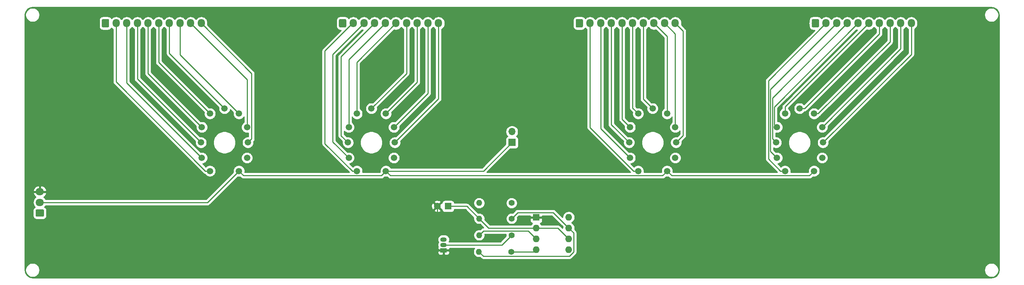
<source format=gbr>
%TF.GenerationSoftware,KiCad,Pcbnew,5.1.9+dfsg1-1+deb11u1*%
%TF.CreationDate,2023-02-07T21:12:32+08:00*%
%TF.ProjectId,QS27_1,51533237-5f31-42e6-9b69-6361645f7063,v1.0*%
%TF.SameCoordinates,Original*%
%TF.FileFunction,Copper,L1,Top*%
%TF.FilePolarity,Positive*%
%FSLAX46Y46*%
G04 Gerber Fmt 4.6, Leading zero omitted, Abs format (unit mm)*
G04 Created by KiCad (PCBNEW 5.1.9+dfsg1-1+deb11u1) date 2023-02-07 21:12:32*
%MOMM*%
%LPD*%
G01*
G04 APERTURE LIST*
%TA.AperFunction,ComponentPad*%
%ADD10R,1.600000X1.600000*%
%TD*%
%TA.AperFunction,ComponentPad*%
%ADD11O,1.600000X1.600000*%
%TD*%
%TA.AperFunction,ComponentPad*%
%ADD12C,1.400000*%
%TD*%
%TA.AperFunction,ComponentPad*%
%ADD13O,1.400000X1.400000*%
%TD*%
%TA.AperFunction,ComponentPad*%
%ADD14R,1.500000X1.050000*%
%TD*%
%TA.AperFunction,ComponentPad*%
%ADD15O,1.500000X1.050000*%
%TD*%
%TA.AperFunction,ComponentPad*%
%ADD16C,1.500000*%
%TD*%
%TA.AperFunction,ComponentPad*%
%ADD17O,1.700000X1.700000*%
%TD*%
%TA.AperFunction,ComponentPad*%
%ADD18R,1.700000X1.700000*%
%TD*%
%TA.AperFunction,ComponentPad*%
%ADD19O,1.950000X1.700000*%
%TD*%
%TA.AperFunction,ComponentPad*%
%ADD20O,1.700000X1.950000*%
%TD*%
%TA.AperFunction,ComponentPad*%
%ADD21C,1.600000*%
%TD*%
%TA.AperFunction,Conductor*%
%ADD22C,0.250000*%
%TD*%
%TA.AperFunction,Conductor*%
%ADD23C,0.254000*%
%TD*%
%TA.AperFunction,Conductor*%
%ADD24C,0.100000*%
%TD*%
G04 APERTURE END LIST*
D10*
%TO.P,U1,1*%
%TO.N,GND*%
X215100000Y-171950000D03*
D11*
%TO.P,U1,5*%
%TO.N,N/C*%
X222720000Y-179570000D03*
%TO.P,U1,2*%
%TO.N,Net-(C1-Pad1)*%
X215100000Y-174490000D03*
%TO.P,U1,6*%
X222720000Y-177030000D03*
%TO.P,U1,3*%
%TO.N,Net-(R2-Pad2)*%
X215100000Y-177030000D03*
%TO.P,U1,7*%
%TO.N,Net-(R1-Pad2)*%
X222720000Y-174490000D03*
%TO.P,U1,4*%
%TO.N,+5V*%
X215100000Y-179570000D03*
%TO.P,U1,8*%
X222720000Y-171950000D03*
%TD*%
D12*
%TO.P,R4,1*%
%TO.N,Net-(NE1-Pad2)*%
X209300000Y-168600000D03*
D13*
%TO.P,R4,2*%
%TO.N,Net-(Q1-Pad3)*%
X201680000Y-168600000D03*
%TD*%
%TO.P,R3,2*%
%TO.N,Net-(C1-Pad1)*%
X201680000Y-172250000D03*
D12*
%TO.P,R3,1*%
%TO.N,Net-(R1-Pad2)*%
X209300000Y-172250000D03*
%TD*%
D13*
%TO.P,R2,2*%
%TO.N,Net-(R2-Pad2)*%
X201680000Y-176150000D03*
D12*
%TO.P,R2,1*%
%TO.N,NE555_OUT*%
X209300000Y-176150000D03*
%TD*%
D13*
%TO.P,R1,2*%
%TO.N,Net-(R1-Pad2)*%
X201650000Y-180050000D03*
D12*
%TO.P,R1,1*%
%TO.N,+5V*%
X209270000Y-180050000D03*
%TD*%
D14*
%TO.P,Q1,1*%
%TO.N,GND*%
X193350000Y-179700000D03*
D15*
%TO.P,Q1,3*%
%TO.N,Net-(Q1-Pad3)*%
X193350000Y-177160000D03*
%TO.P,Q1,2*%
%TO.N,NE555_OUT*%
X193350000Y-178430000D03*
%TD*%
D16*
%TO.P,NX4,0*%
%TO.N,Net-(J4-Pad1)*%
X282175000Y-157975000D03*
%TO.P,NX4,A*%
%TO.N,ANODE_PIN*%
X280275000Y-161075000D03*
%TO.P,NX4,1*%
%TO.N,Net-(J4-Pad2)*%
X273475000Y-161075000D03*
%TO.P,NX4,2*%
%TO.N,Net-(J4-Pad3)*%
X271575000Y-157975000D03*
%TO.P,NX4,3*%
%TO.N,Net-(J4-Pad4)*%
X271375000Y-154375000D03*
%TO.P,NX4,4*%
%TO.N,Net-(J4-Pad5)*%
X271575000Y-150775000D03*
%TO.P,NX4,7*%
%TO.N,Net-(J4-Pad8)*%
X280275000Y-147575000D03*
%TO.P,NX4,8*%
%TO.N,Net-(J4-Pad9)*%
X282175000Y-150775000D03*
%TO.P,NX4,9*%
%TO.N,Net-(J4-Pad10)*%
X282375000Y-154375000D03*
%TO.P,NX4,5*%
%TO.N,Net-(J4-Pad6)*%
X273475000Y-147575000D03*
%TO.P,NX4,6*%
%TO.N,Net-(J4-Pad7)*%
X276875000Y-146375000D03*
%TD*%
%TO.P,NX3,0*%
%TO.N,Net-(J3-Pad1)*%
X247700000Y-157975000D03*
%TO.P,NX3,A*%
%TO.N,ANODE_PIN*%
X245800000Y-161075000D03*
%TO.P,NX3,1*%
%TO.N,Net-(J3-Pad2)*%
X239000000Y-161075000D03*
%TO.P,NX3,2*%
%TO.N,Net-(J3-Pad3)*%
X237100000Y-157975000D03*
%TO.P,NX3,3*%
%TO.N,Net-(J3-Pad4)*%
X236900000Y-154375000D03*
%TO.P,NX3,4*%
%TO.N,Net-(J3-Pad5)*%
X237100000Y-150775000D03*
%TO.P,NX3,7*%
%TO.N,Net-(J3-Pad8)*%
X245800000Y-147575000D03*
%TO.P,NX3,8*%
%TO.N,Net-(J3-Pad9)*%
X247700000Y-150775000D03*
%TO.P,NX3,9*%
%TO.N,Net-(J3-Pad10)*%
X247900000Y-154375000D03*
%TO.P,NX3,5*%
%TO.N,Net-(J3-Pad6)*%
X239000000Y-147575000D03*
%TO.P,NX3,6*%
%TO.N,Net-(J3-Pad7)*%
X242400000Y-146375000D03*
%TD*%
%TO.P,NX2,0*%
%TO.N,Net-(J2-Pad1)*%
X181700000Y-157975000D03*
%TO.P,NX2,A*%
%TO.N,ANODE_PIN*%
X179800000Y-161075000D03*
%TO.P,NX2,1*%
%TO.N,Net-(J2-Pad2)*%
X173000000Y-161075000D03*
%TO.P,NX2,2*%
%TO.N,Net-(J2-Pad3)*%
X171100000Y-157975000D03*
%TO.P,NX2,3*%
%TO.N,Net-(J2-Pad4)*%
X170900000Y-154375000D03*
%TO.P,NX2,4*%
%TO.N,Net-(J2-Pad5)*%
X171100000Y-150775000D03*
%TO.P,NX2,7*%
%TO.N,Net-(J2-Pad8)*%
X179800000Y-147575000D03*
%TO.P,NX2,8*%
%TO.N,Net-(J2-Pad9)*%
X181700000Y-150775000D03*
%TO.P,NX2,9*%
%TO.N,Net-(J2-Pad10)*%
X181900000Y-154375000D03*
%TO.P,NX2,5*%
%TO.N,Net-(J2-Pad6)*%
X173000000Y-147575000D03*
%TO.P,NX2,6*%
%TO.N,Net-(J2-Pad7)*%
X176400000Y-146375000D03*
%TD*%
%TO.P,NX1,0*%
%TO.N,Net-(J1-Pad1)*%
X147225000Y-157975000D03*
%TO.P,NX1,A*%
%TO.N,ANODE_PIN*%
X145325000Y-161075000D03*
%TO.P,NX1,1*%
%TO.N,Net-(J1-Pad2)*%
X138525000Y-161075000D03*
%TO.P,NX1,2*%
%TO.N,Net-(J1-Pad3)*%
X136625000Y-157975000D03*
%TO.P,NX1,3*%
%TO.N,Net-(J1-Pad4)*%
X136425000Y-154375000D03*
%TO.P,NX1,4*%
%TO.N,Net-(J1-Pad5)*%
X136625000Y-150775000D03*
%TO.P,NX1,7*%
%TO.N,Net-(J1-Pad8)*%
X145325000Y-147575000D03*
%TO.P,NX1,8*%
%TO.N,Net-(J1-Pad9)*%
X147225000Y-150775000D03*
%TO.P,NX1,9*%
%TO.N,Net-(J1-Pad10)*%
X147425000Y-154375000D03*
%TO.P,NX1,5*%
%TO.N,Net-(J1-Pad6)*%
X138525000Y-147575000D03*
%TO.P,NX1,6*%
%TO.N,Net-(J1-Pad7)*%
X141925000Y-146375000D03*
%TD*%
D17*
%TO.P,NE1,2*%
%TO.N,Net-(NE1-Pad2)*%
X209400000Y-151835000D03*
D18*
%TO.P,NE1,1*%
%TO.N,ANODE_PIN*%
X209400000Y-154375000D03*
%TD*%
D19*
%TO.P,J5,3*%
%TO.N,GND*%
X98600000Y-165950000D03*
%TO.P,J5,2*%
%TO.N,ANODE_PIN*%
X98600000Y-168450000D03*
%TO.P,J5,1*%
%TO.N,+5V*%
%TA.AperFunction,ComponentPad*%
G36*
G01*
X99325000Y-171800000D02*
X97875000Y-171800000D01*
G75*
G02*
X97625000Y-171550000I0J250000D01*
G01*
X97625000Y-170350000D01*
G75*
G02*
X97875000Y-170100000I250000J0D01*
G01*
X99325000Y-170100000D01*
G75*
G02*
X99575000Y-170350000I0J-250000D01*
G01*
X99575000Y-171550000D01*
G75*
G02*
X99325000Y-171800000I-250000J0D01*
G01*
G37*
%TD.AperFunction*%
%TD*%
D20*
%TO.P,J4,10*%
%TO.N,Net-(J4-Pad10)*%
X303100000Y-126350000D03*
%TO.P,J4,9*%
%TO.N,Net-(J4-Pad9)*%
X300600000Y-126350000D03*
%TO.P,J4,8*%
%TO.N,Net-(J4-Pad8)*%
X298100000Y-126350000D03*
%TO.P,J4,7*%
%TO.N,Net-(J4-Pad7)*%
X295600000Y-126350000D03*
%TO.P,J4,6*%
%TO.N,Net-(J4-Pad6)*%
X293100000Y-126350000D03*
%TO.P,J4,5*%
%TO.N,Net-(J4-Pad5)*%
X290600000Y-126350000D03*
%TO.P,J4,4*%
%TO.N,Net-(J4-Pad4)*%
X288100000Y-126350000D03*
%TO.P,J4,3*%
%TO.N,Net-(J4-Pad3)*%
X285600000Y-126350000D03*
%TO.P,J4,2*%
%TO.N,Net-(J4-Pad2)*%
X283100000Y-126350000D03*
%TO.P,J4,1*%
%TO.N,Net-(J4-Pad1)*%
%TA.AperFunction,ComponentPad*%
G36*
G01*
X279750000Y-127075000D02*
X279750000Y-125625000D01*
G75*
G02*
X280000000Y-125375000I250000J0D01*
G01*
X281200000Y-125375000D01*
G75*
G02*
X281450000Y-125625000I0J-250000D01*
G01*
X281450000Y-127075000D01*
G75*
G02*
X281200000Y-127325000I-250000J0D01*
G01*
X280000000Y-127325000D01*
G75*
G02*
X279750000Y-127075000I0J250000D01*
G01*
G37*
%TD.AperFunction*%
%TD*%
%TO.P,J3,10*%
%TO.N,Net-(J3-Pad10)*%
X247700000Y-126350000D03*
%TO.P,J3,9*%
%TO.N,Net-(J3-Pad9)*%
X245200000Y-126350000D03*
%TO.P,J3,8*%
%TO.N,Net-(J3-Pad8)*%
X242700000Y-126350000D03*
%TO.P,J3,7*%
%TO.N,Net-(J3-Pad7)*%
X240200000Y-126350000D03*
%TO.P,J3,6*%
%TO.N,Net-(J3-Pad6)*%
X237700000Y-126350000D03*
%TO.P,J3,5*%
%TO.N,Net-(J3-Pad5)*%
X235200000Y-126350000D03*
%TO.P,J3,4*%
%TO.N,Net-(J3-Pad4)*%
X232700000Y-126350000D03*
%TO.P,J3,3*%
%TO.N,Net-(J3-Pad3)*%
X230200000Y-126350000D03*
%TO.P,J3,2*%
%TO.N,Net-(J3-Pad2)*%
X227700000Y-126350000D03*
%TO.P,J3,1*%
%TO.N,Net-(J3-Pad1)*%
%TA.AperFunction,ComponentPad*%
G36*
G01*
X224350000Y-127075000D02*
X224350000Y-125625000D01*
G75*
G02*
X224600000Y-125375000I250000J0D01*
G01*
X225800000Y-125375000D01*
G75*
G02*
X226050000Y-125625000I0J-250000D01*
G01*
X226050000Y-127075000D01*
G75*
G02*
X225800000Y-127325000I-250000J0D01*
G01*
X224600000Y-127325000D01*
G75*
G02*
X224350000Y-127075000I0J250000D01*
G01*
G37*
%TD.AperFunction*%
%TD*%
%TO.P,J2,10*%
%TO.N,Net-(J2-Pad10)*%
X192150000Y-126350000D03*
%TO.P,J2,9*%
%TO.N,Net-(J2-Pad9)*%
X189650000Y-126350000D03*
%TO.P,J2,8*%
%TO.N,Net-(J2-Pad8)*%
X187150000Y-126350000D03*
%TO.P,J2,7*%
%TO.N,Net-(J2-Pad7)*%
X184650000Y-126350000D03*
%TO.P,J2,6*%
%TO.N,Net-(J2-Pad6)*%
X182150000Y-126350000D03*
%TO.P,J2,5*%
%TO.N,Net-(J2-Pad5)*%
X179650000Y-126350000D03*
%TO.P,J2,4*%
%TO.N,Net-(J2-Pad4)*%
X177150000Y-126350000D03*
%TO.P,J2,3*%
%TO.N,Net-(J2-Pad3)*%
X174650000Y-126350000D03*
%TO.P,J2,2*%
%TO.N,Net-(J2-Pad2)*%
X172150000Y-126350000D03*
%TO.P,J2,1*%
%TO.N,Net-(J2-Pad1)*%
%TA.AperFunction,ComponentPad*%
G36*
G01*
X168800000Y-127075000D02*
X168800000Y-125625000D01*
G75*
G02*
X169050000Y-125375000I250000J0D01*
G01*
X170250000Y-125375000D01*
G75*
G02*
X170500000Y-125625000I0J-250000D01*
G01*
X170500000Y-127075000D01*
G75*
G02*
X170250000Y-127325000I-250000J0D01*
G01*
X169050000Y-127325000D01*
G75*
G02*
X168800000Y-127075000I0J250000D01*
G01*
G37*
%TD.AperFunction*%
%TD*%
%TO.P,J1,10*%
%TO.N,Net-(J1-Pad10)*%
X136500000Y-126350000D03*
%TO.P,J1,9*%
%TO.N,Net-(J1-Pad9)*%
X134000000Y-126350000D03*
%TO.P,J1,8*%
%TO.N,Net-(J1-Pad8)*%
X131500000Y-126350000D03*
%TO.P,J1,7*%
%TO.N,Net-(J1-Pad7)*%
X129000000Y-126350000D03*
%TO.P,J1,6*%
%TO.N,Net-(J1-Pad6)*%
X126500000Y-126350000D03*
%TO.P,J1,5*%
%TO.N,Net-(J1-Pad5)*%
X124000000Y-126350000D03*
%TO.P,J1,4*%
%TO.N,Net-(J1-Pad4)*%
X121500000Y-126350000D03*
%TO.P,J1,3*%
%TO.N,Net-(J1-Pad3)*%
X119000000Y-126350000D03*
%TO.P,J1,2*%
%TO.N,Net-(J1-Pad2)*%
X116500000Y-126350000D03*
%TO.P,J1,1*%
%TO.N,Net-(J1-Pad1)*%
%TA.AperFunction,ComponentPad*%
G36*
G01*
X113150000Y-127075000D02*
X113150000Y-125625000D01*
G75*
G02*
X113400000Y-125375000I250000J0D01*
G01*
X114600000Y-125375000D01*
G75*
G02*
X114850000Y-125625000I0J-250000D01*
G01*
X114850000Y-127075000D01*
G75*
G02*
X114600000Y-127325000I-250000J0D01*
G01*
X113400000Y-127325000D01*
G75*
G02*
X113150000Y-127075000I0J250000D01*
G01*
G37*
%TD.AperFunction*%
%TD*%
D21*
%TO.P,C1,2*%
%TO.N,GND*%
X191900000Y-169350000D03*
D10*
%TO.P,C1,1*%
%TO.N,Net-(C1-Pad1)*%
X194400000Y-169350000D03*
%TD*%
D22*
%TO.N,GND*%
X192350000Y-179700000D02*
X193350000Y-179700000D01*
X191900000Y-179250000D02*
X192350000Y-179700000D01*
X191900000Y-169350000D02*
X191900000Y-179250000D01*
%TO.N,Net-(C1-Pad1)*%
X198780000Y-169350000D02*
X201680000Y-172250000D01*
X194400000Y-169350000D02*
X198780000Y-169350000D01*
X220180000Y-174490000D02*
X222720000Y-177030000D01*
X215100000Y-174490000D02*
X220180000Y-174490000D01*
X203920000Y-174490000D02*
X215100000Y-174490000D01*
X201680000Y-172250000D02*
X203920000Y-174490000D01*
%TO.N,Net-(J1-Pad10)*%
X148300001Y-153499999D02*
X147425000Y-154375000D01*
X148300001Y-138150001D02*
X148300001Y-153499999D01*
X136500000Y-126350000D02*
X148300001Y-138150001D01*
%TO.N,Net-(J1-Pad9)*%
X147225000Y-139575000D02*
X147225000Y-150775000D01*
X134000000Y-126350000D02*
X147225000Y-139575000D01*
%TO.N,Net-(J1-Pad8)*%
X131500000Y-133750000D02*
X145325000Y-147575000D01*
X131500000Y-126350000D02*
X131500000Y-133750000D01*
%TO.N,Net-(J1-Pad7)*%
X129000000Y-133450000D02*
X141925000Y-146375000D01*
X129000000Y-126350000D02*
X129000000Y-133450000D01*
%TO.N,Net-(J1-Pad6)*%
X126500000Y-135550000D02*
X138525000Y-147575000D01*
X126500000Y-126350000D02*
X126500000Y-135550000D01*
%TO.N,Net-(J1-Pad5)*%
X124000000Y-138150000D02*
X136625000Y-150775000D01*
X124000000Y-126350000D02*
X124000000Y-138150000D01*
%TO.N,Net-(J1-Pad4)*%
X121500000Y-139450000D02*
X136425000Y-154375000D01*
X121500000Y-126350000D02*
X121500000Y-139450000D01*
%TO.N,Net-(J1-Pad3)*%
X119000000Y-140350000D02*
X136625000Y-157975000D01*
X119000000Y-126350000D02*
X119000000Y-140350000D01*
%TO.N,Net-(J1-Pad2)*%
X116500000Y-140110660D02*
X116500000Y-126350000D01*
X137464340Y-161075000D02*
X116500000Y-140110660D01*
X138525000Y-161075000D02*
X137464340Y-161075000D01*
%TO.N,Net-(J2-Pad10)*%
X192150000Y-144125000D02*
X181900000Y-154375000D01*
X192150000Y-126350000D02*
X192150000Y-144125000D01*
%TO.N,Net-(J2-Pad9)*%
X189650000Y-142825000D02*
X181700000Y-150775000D01*
X189650000Y-126350000D02*
X189650000Y-142825000D01*
%TO.N,Net-(J2-Pad8)*%
X187150000Y-140225000D02*
X179800000Y-147575000D01*
X187150000Y-126350000D02*
X187150000Y-140225000D01*
%TO.N,Net-(J2-Pad7)*%
X184650000Y-138125000D02*
X176400000Y-146375000D01*
X184650000Y-126350000D02*
X184650000Y-138125000D01*
%TO.N,Net-(J2-Pad6)*%
X173000000Y-135500000D02*
X182150000Y-126350000D01*
X173000000Y-147575000D02*
X173000000Y-135500000D01*
%TO.N,Net-(J2-Pad5)*%
X171100000Y-134900000D02*
X171100000Y-150775000D01*
X179650000Y-126350000D02*
X171100000Y-134900000D01*
%TO.N,Net-(J2-Pad4)*%
X169300000Y-152775000D02*
X170900000Y-154375000D01*
X169300000Y-134200000D02*
X169300000Y-152775000D01*
X177150000Y-126350000D02*
X169300000Y-134200000D01*
%TO.N,Net-(J2-Pad3)*%
X174650000Y-126350000D02*
X167350000Y-133650000D01*
X167350000Y-154225000D02*
X171100000Y-157975000D01*
X167350000Y-133650000D02*
X167350000Y-154225000D01*
%TO.N,Net-(J2-Pad2)*%
X172150000Y-126350000D02*
X172000000Y-126350000D01*
X172000000Y-126350000D02*
X165500000Y-132850000D01*
X171939340Y-161075000D02*
X173000000Y-161075000D01*
X165500000Y-154635660D02*
X171939340Y-161075000D01*
X165500000Y-132850000D02*
X165500000Y-154635660D01*
%TO.N,Net-(J2-Pad1)*%
X169650000Y-126350000D02*
X169574989Y-126425011D01*
X169650000Y-126350000D02*
X169374989Y-126625011D01*
%TO.N,Net-(J3-Pad10)*%
X247700000Y-126350000D02*
X249550000Y-128200000D01*
X249550000Y-152725000D02*
X247900000Y-154375000D01*
X249550000Y-128200000D02*
X249550000Y-152725000D01*
%TO.N,Net-(J3-Pad9)*%
X247700000Y-128850000D02*
X245200000Y-126350000D01*
X247700000Y-150775000D02*
X247700000Y-128850000D01*
%TO.N,Net-(J3-Pad8)*%
X245800000Y-129450000D02*
X242700000Y-126350000D01*
X245800000Y-147575000D02*
X245800000Y-129450000D01*
%TO.N,Net-(J3-Pad7)*%
X240200000Y-144175000D02*
X242400000Y-146375000D01*
X240200000Y-126350000D02*
X240200000Y-144175000D01*
%TO.N,Net-(J3-Pad6)*%
X237700000Y-146275000D02*
X239000000Y-147575000D01*
X237700000Y-126350000D02*
X237700000Y-146275000D01*
%TO.N,Net-(J3-Pad5)*%
X235200000Y-148875000D02*
X237100000Y-150775000D01*
X235200000Y-126350000D02*
X235200000Y-148875000D01*
%TO.N,Net-(J3-Pad4)*%
X232700000Y-150175000D02*
X236900000Y-154375000D01*
X232700000Y-126350000D02*
X232700000Y-150175000D01*
%TO.N,Net-(J3-Pad3)*%
X230200000Y-151075000D02*
X237100000Y-157975000D01*
X230200000Y-126350000D02*
X230200000Y-151075000D01*
%TO.N,Net-(J3-Pad2)*%
X237939340Y-161075000D02*
X239000000Y-161075000D01*
X227700000Y-150835660D02*
X237939340Y-161075000D01*
X227700000Y-126350000D02*
X227700000Y-150835660D01*
%TO.N,Net-(J4-Pad10)*%
X303100000Y-133650000D02*
X282375000Y-154375000D01*
X303100000Y-126350000D02*
X303100000Y-133650000D01*
%TO.N,Net-(J4-Pad9)*%
X300600000Y-132350000D02*
X282175000Y-150775000D01*
X300600000Y-126350000D02*
X300600000Y-132350000D01*
%TO.N,Net-(J4-Pad8)*%
X298100000Y-126350000D02*
X298100000Y-130700000D01*
X281225000Y-147575000D02*
X280275000Y-147575000D01*
X298100000Y-130700000D02*
X281225000Y-147575000D01*
%TO.N,Net-(J4-Pad7)*%
X295600000Y-126350000D02*
X295600000Y-128850000D01*
X278075000Y-146375000D02*
X276875000Y-146375000D01*
X295600000Y-128850000D02*
X278075000Y-146375000D01*
%TO.N,Net-(J4-Pad6)*%
X273475000Y-145975000D02*
X293100000Y-126350000D01*
X273475000Y-147575000D02*
X273475000Y-145975000D01*
%TO.N,Net-(J4-Pad5)*%
X290600000Y-126350000D02*
X270950009Y-145999991D01*
X270950009Y-150150009D02*
X271575000Y-150775000D01*
X270950009Y-145999991D02*
X270950009Y-150150009D01*
%TO.N,Net-(J4-Pad4)*%
X270499999Y-153499999D02*
X271375000Y-154375000D01*
X270499999Y-143950001D02*
X270499999Y-153499999D01*
X288100000Y-126350000D02*
X270499999Y-143950001D01*
%TO.N,Net-(J4-Pad3)*%
X270049989Y-156449989D02*
X271575000Y-157975000D01*
X270049989Y-141900011D02*
X270049989Y-156449989D01*
X285600000Y-126350000D02*
X270049989Y-141900011D01*
%TO.N,Net-(J4-Pad2)*%
X269599979Y-158260639D02*
X269599979Y-139850021D01*
X272414340Y-161075000D02*
X269599979Y-158260639D01*
X269599979Y-139850021D02*
X283100000Y-126350000D01*
X273475000Y-161075000D02*
X272414340Y-161075000D01*
%TO.N,ANODE_PIN*%
X280666002Y-161075000D02*
X280275000Y-161075000D01*
%TO.N,Net-(J4-Pad1)*%
X280600000Y-126350000D02*
X279750000Y-126350000D01*
%TO.N,ANODE_PIN*%
X137950000Y-168450000D02*
X145325000Y-161075000D01*
X98600000Y-168450000D02*
X137950000Y-168450000D01*
X202700000Y-161075000D02*
X179800000Y-161075000D01*
X209400000Y-154375000D02*
X202700000Y-161075000D01*
X244724999Y-162150001D02*
X245800000Y-161075000D01*
X180875001Y-162150001D02*
X244724999Y-162150001D01*
X179800000Y-161075000D02*
X180875001Y-162150001D01*
X178724999Y-162150001D02*
X179800000Y-161075000D01*
X146400001Y-162150001D02*
X178724999Y-162150001D01*
X145325000Y-161075000D02*
X146400001Y-162150001D01*
X279199999Y-162150001D02*
X280275000Y-161075000D01*
X246875001Y-162150001D02*
X279199999Y-162150001D01*
X245800000Y-161075000D02*
X246875001Y-162150001D01*
%TO.N,+5V*%
X214620000Y-180050000D02*
X215100000Y-179570000D01*
X209270000Y-180050000D02*
X214620000Y-180050000D01*
%TO.N,NE555_OUT*%
X207020000Y-178430000D02*
X209300000Y-176150000D01*
X193350000Y-178430000D02*
X207020000Y-178430000D01*
%TO.N,Net-(R1-Pad2)*%
X219054999Y-170824999D02*
X222720000Y-174490000D01*
X210725001Y-170824999D02*
X219054999Y-170824999D01*
X209300000Y-172250000D02*
X210725001Y-170824999D01*
X223845001Y-175615001D02*
X222720000Y-174490000D01*
X223845001Y-180110001D02*
X223845001Y-175615001D01*
X202675001Y-181075001D02*
X222880001Y-181075001D01*
X222880001Y-181075001D02*
X223845001Y-180110001D01*
X201650000Y-180050000D02*
X202675001Y-181075001D01*
%TO.N,Net-(R2-Pad2)*%
X213194999Y-175124999D02*
X215100000Y-177030000D01*
X202705001Y-175124999D02*
X213194999Y-175124999D01*
X201680000Y-176150000D02*
X202705001Y-175124999D01*
%TD*%
D23*
%TO.N,GND*%
X322247064Y-122647195D02*
X322580912Y-122747990D01*
X322888821Y-122911708D01*
X323159065Y-123132115D01*
X323381353Y-123400813D01*
X323547217Y-123707572D01*
X323650340Y-124040710D01*
X323690000Y-124418051D01*
X323690001Y-184317711D01*
X323652805Y-184697064D01*
X323552011Y-185030909D01*
X323388293Y-185338820D01*
X323167888Y-185609063D01*
X322899184Y-185831354D01*
X322592426Y-185997218D01*
X322259291Y-186100340D01*
X321881948Y-186140000D01*
X96932279Y-186140000D01*
X96552936Y-186102805D01*
X96219091Y-186002011D01*
X95911180Y-185838293D01*
X95640937Y-185617888D01*
X95418646Y-185349184D01*
X95252782Y-185042426D01*
X95149660Y-184709291D01*
X95110000Y-184331948D01*
X95110000Y-184184042D01*
X95215000Y-184184042D01*
X95215000Y-184515958D01*
X95279754Y-184841496D01*
X95406772Y-185148147D01*
X95591175Y-185424125D01*
X95825875Y-185658825D01*
X96101853Y-185843228D01*
X96408504Y-185970246D01*
X96734042Y-186035000D01*
X97065958Y-186035000D01*
X97391496Y-185970246D01*
X97698147Y-185843228D01*
X97974125Y-185658825D01*
X98208825Y-185424125D01*
X98393228Y-185148147D01*
X98520246Y-184841496D01*
X98585000Y-184515958D01*
X98585000Y-184184042D01*
X320215000Y-184184042D01*
X320215000Y-184515958D01*
X320279754Y-184841496D01*
X320406772Y-185148147D01*
X320591175Y-185424125D01*
X320825875Y-185658825D01*
X321101853Y-185843228D01*
X321408504Y-185970246D01*
X321734042Y-186035000D01*
X322065958Y-186035000D01*
X322391496Y-185970246D01*
X322698147Y-185843228D01*
X322974125Y-185658825D01*
X323208825Y-185424125D01*
X323393228Y-185148147D01*
X323520246Y-184841496D01*
X323585000Y-184515958D01*
X323585000Y-184184042D01*
X323520246Y-183858504D01*
X323393228Y-183551853D01*
X323208825Y-183275875D01*
X322974125Y-183041175D01*
X322698147Y-182856772D01*
X322391496Y-182729754D01*
X322065958Y-182665000D01*
X321734042Y-182665000D01*
X321408504Y-182729754D01*
X321101853Y-182856772D01*
X320825875Y-183041175D01*
X320591175Y-183275875D01*
X320406772Y-183551853D01*
X320279754Y-183858504D01*
X320215000Y-184184042D01*
X98585000Y-184184042D01*
X98520246Y-183858504D01*
X98393228Y-183551853D01*
X98208825Y-183275875D01*
X97974125Y-183041175D01*
X97698147Y-182856772D01*
X97391496Y-182729754D01*
X97065958Y-182665000D01*
X96734042Y-182665000D01*
X96408504Y-182729754D01*
X96101853Y-182856772D01*
X95825875Y-183041175D01*
X95591175Y-183275875D01*
X95406772Y-183551853D01*
X95279754Y-183858504D01*
X95215000Y-184184042D01*
X95110000Y-184184042D01*
X95110000Y-180225000D01*
X191961928Y-180225000D01*
X191974188Y-180349482D01*
X192010498Y-180469180D01*
X192069463Y-180579494D01*
X192148815Y-180676185D01*
X192245506Y-180755537D01*
X192355820Y-180814502D01*
X192475518Y-180850812D01*
X192600000Y-180863072D01*
X193064250Y-180860000D01*
X193223000Y-180701250D01*
X193223000Y-179827000D01*
X193477000Y-179827000D01*
X193477000Y-180701250D01*
X193635750Y-180860000D01*
X194100000Y-180863072D01*
X194224482Y-180850812D01*
X194344180Y-180814502D01*
X194454494Y-180755537D01*
X194551185Y-180676185D01*
X194630537Y-180579494D01*
X194689502Y-180469180D01*
X194725812Y-180349482D01*
X194738072Y-180225000D01*
X194735000Y-179985750D01*
X194576250Y-179827000D01*
X193477000Y-179827000D01*
X193223000Y-179827000D01*
X192123750Y-179827000D01*
X191965000Y-179985750D01*
X191961928Y-180225000D01*
X95110000Y-180225000D01*
X95110000Y-177160000D01*
X191959388Y-177160000D01*
X191981785Y-177387400D01*
X192048115Y-177606060D01*
X192149105Y-177795000D01*
X192048115Y-177983940D01*
X191981785Y-178202600D01*
X191959388Y-178430000D01*
X191981785Y-178657400D01*
X192045093Y-178866098D01*
X192010498Y-178930820D01*
X191974188Y-179050518D01*
X191961928Y-179175000D01*
X191965000Y-179414250D01*
X192123750Y-179573000D01*
X192896891Y-179573000D01*
X192897600Y-179573215D01*
X193068021Y-179590000D01*
X193631979Y-179590000D01*
X193802400Y-179573215D01*
X193803109Y-179573000D01*
X194576250Y-179573000D01*
X194735000Y-179414250D01*
X194737879Y-179190000D01*
X200622025Y-179190000D01*
X200613038Y-179198987D01*
X200466939Y-179417641D01*
X200366304Y-179660595D01*
X200315000Y-179918514D01*
X200315000Y-180181486D01*
X200366304Y-180439405D01*
X200466939Y-180682359D01*
X200613038Y-180901013D01*
X200798987Y-181086962D01*
X201017641Y-181233061D01*
X201260595Y-181333696D01*
X201518514Y-181385000D01*
X201781486Y-181385000D01*
X201888843Y-181363645D01*
X202111202Y-181586004D01*
X202135000Y-181615002D01*
X202250725Y-181709975D01*
X202382754Y-181780547D01*
X202526015Y-181824004D01*
X202637668Y-181835001D01*
X202637677Y-181835001D01*
X202675000Y-181838677D01*
X202712323Y-181835001D01*
X222842679Y-181835001D01*
X222880001Y-181838677D01*
X222917323Y-181835001D01*
X222917334Y-181835001D01*
X223028987Y-181824004D01*
X223172248Y-181780547D01*
X223304277Y-181709975D01*
X223420002Y-181615002D01*
X223443805Y-181585999D01*
X224356005Y-180673799D01*
X224385002Y-180650002D01*
X224434244Y-180590001D01*
X224479975Y-180534278D01*
X224550547Y-180402248D01*
X224566553Y-180349482D01*
X224594004Y-180258987D01*
X224605001Y-180147334D01*
X224605001Y-180147325D01*
X224608677Y-180110002D01*
X224605001Y-180072679D01*
X224605001Y-175652326D01*
X224608677Y-175615001D01*
X224605001Y-175577676D01*
X224605001Y-175577668D01*
X224594004Y-175466015D01*
X224550547Y-175322754D01*
X224479975Y-175190725D01*
X224385002Y-175075000D01*
X224356004Y-175051202D01*
X224118688Y-174813886D01*
X224155000Y-174631335D01*
X224155000Y-174348665D01*
X224099853Y-174071426D01*
X223991680Y-173810273D01*
X223834637Y-173575241D01*
X223634759Y-173375363D01*
X223402241Y-173220000D01*
X223634759Y-173064637D01*
X223834637Y-172864759D01*
X223991680Y-172629727D01*
X224099853Y-172368574D01*
X224155000Y-172091335D01*
X224155000Y-171808665D01*
X224099853Y-171531426D01*
X223991680Y-171270273D01*
X223834637Y-171035241D01*
X223634759Y-170835363D01*
X223399727Y-170678320D01*
X223138574Y-170570147D01*
X222861335Y-170515000D01*
X222578665Y-170515000D01*
X222301426Y-170570147D01*
X222040273Y-170678320D01*
X221805241Y-170835363D01*
X221605363Y-171035241D01*
X221448320Y-171270273D01*
X221340147Y-171531426D01*
X221285000Y-171808665D01*
X221285000Y-171980199D01*
X219618803Y-170314002D01*
X219595000Y-170284998D01*
X219479275Y-170190025D01*
X219347246Y-170119453D01*
X219203985Y-170075996D01*
X219092332Y-170064999D01*
X219092321Y-170064999D01*
X219054999Y-170061323D01*
X219017677Y-170064999D01*
X210762326Y-170064999D01*
X210725001Y-170061323D01*
X210687676Y-170064999D01*
X210687668Y-170064999D01*
X210576015Y-170075996D01*
X210432754Y-170119453D01*
X210300725Y-170190025D01*
X210185000Y-170284998D01*
X210161202Y-170313996D01*
X209538843Y-170936355D01*
X209431486Y-170915000D01*
X209168514Y-170915000D01*
X208910595Y-170966304D01*
X208667641Y-171066939D01*
X208448987Y-171213038D01*
X208263038Y-171398987D01*
X208116939Y-171617641D01*
X208016304Y-171860595D01*
X207965000Y-172118514D01*
X207965000Y-172381486D01*
X208016304Y-172639405D01*
X208116939Y-172882359D01*
X208263038Y-173101013D01*
X208448987Y-173286962D01*
X208667641Y-173433061D01*
X208910595Y-173533696D01*
X209168514Y-173585000D01*
X209431486Y-173585000D01*
X209689405Y-173533696D01*
X209932359Y-173433061D01*
X210151013Y-173286962D01*
X210336962Y-173101013D01*
X210483061Y-172882359D01*
X210583696Y-172639405D01*
X210635000Y-172381486D01*
X210635000Y-172118514D01*
X210613645Y-172011157D01*
X211039803Y-171584999D01*
X213664527Y-171584999D01*
X213665000Y-171664250D01*
X213823750Y-171823000D01*
X214973000Y-171823000D01*
X214973000Y-171803000D01*
X215227000Y-171803000D01*
X215227000Y-171823000D01*
X216376250Y-171823000D01*
X216535000Y-171664250D01*
X216535473Y-171584999D01*
X218740198Y-171584999D01*
X221321312Y-174166114D01*
X221285000Y-174348665D01*
X221285000Y-174520199D01*
X220743804Y-173979003D01*
X220720001Y-173949999D01*
X220604276Y-173855026D01*
X220472247Y-173784454D01*
X220328986Y-173740997D01*
X220217333Y-173730000D01*
X220217322Y-173730000D01*
X220180000Y-173726324D01*
X220142678Y-173730000D01*
X216318043Y-173730000D01*
X216214637Y-173575241D01*
X216016039Y-173376643D01*
X216024482Y-173375812D01*
X216144180Y-173339502D01*
X216254494Y-173280537D01*
X216351185Y-173201185D01*
X216430537Y-173104494D01*
X216489502Y-172994180D01*
X216525812Y-172874482D01*
X216538072Y-172750000D01*
X216535000Y-172235750D01*
X216376250Y-172077000D01*
X215227000Y-172077000D01*
X215227000Y-172097000D01*
X214973000Y-172097000D01*
X214973000Y-172077000D01*
X213823750Y-172077000D01*
X213665000Y-172235750D01*
X213661928Y-172750000D01*
X213674188Y-172874482D01*
X213710498Y-172994180D01*
X213769463Y-173104494D01*
X213848815Y-173201185D01*
X213945506Y-173280537D01*
X214055820Y-173339502D01*
X214175518Y-173375812D01*
X214183961Y-173376643D01*
X213985363Y-173575241D01*
X213881957Y-173730000D01*
X204234803Y-173730000D01*
X202993645Y-172488843D01*
X203015000Y-172381486D01*
X203015000Y-172118514D01*
X202963696Y-171860595D01*
X202863061Y-171617641D01*
X202716962Y-171398987D01*
X202531013Y-171213038D01*
X202312359Y-171066939D01*
X202069405Y-170966304D01*
X201811486Y-170915000D01*
X201548514Y-170915000D01*
X201441157Y-170936355D01*
X199343804Y-168839003D01*
X199320001Y-168809999D01*
X199204276Y-168715026D01*
X199072247Y-168644454D01*
X198928986Y-168600997D01*
X198817333Y-168590000D01*
X198817322Y-168590000D01*
X198780000Y-168586324D01*
X198742678Y-168590000D01*
X195838072Y-168590000D01*
X195838072Y-168550000D01*
X195830047Y-168468514D01*
X200345000Y-168468514D01*
X200345000Y-168731486D01*
X200396304Y-168989405D01*
X200496939Y-169232359D01*
X200643038Y-169451013D01*
X200828987Y-169636962D01*
X201047641Y-169783061D01*
X201290595Y-169883696D01*
X201548514Y-169935000D01*
X201811486Y-169935000D01*
X202069405Y-169883696D01*
X202312359Y-169783061D01*
X202531013Y-169636962D01*
X202716962Y-169451013D01*
X202863061Y-169232359D01*
X202963696Y-168989405D01*
X203015000Y-168731486D01*
X203015000Y-168468514D01*
X207965000Y-168468514D01*
X207965000Y-168731486D01*
X208016304Y-168989405D01*
X208116939Y-169232359D01*
X208263038Y-169451013D01*
X208448987Y-169636962D01*
X208667641Y-169783061D01*
X208910595Y-169883696D01*
X209168514Y-169935000D01*
X209431486Y-169935000D01*
X209689405Y-169883696D01*
X209932359Y-169783061D01*
X210151013Y-169636962D01*
X210336962Y-169451013D01*
X210483061Y-169232359D01*
X210583696Y-168989405D01*
X210635000Y-168731486D01*
X210635000Y-168468514D01*
X210583696Y-168210595D01*
X210483061Y-167967641D01*
X210336962Y-167748987D01*
X210151013Y-167563038D01*
X209932359Y-167416939D01*
X209689405Y-167316304D01*
X209431486Y-167265000D01*
X209168514Y-167265000D01*
X208910595Y-167316304D01*
X208667641Y-167416939D01*
X208448987Y-167563038D01*
X208263038Y-167748987D01*
X208116939Y-167967641D01*
X208016304Y-168210595D01*
X207965000Y-168468514D01*
X203015000Y-168468514D01*
X202963696Y-168210595D01*
X202863061Y-167967641D01*
X202716962Y-167748987D01*
X202531013Y-167563038D01*
X202312359Y-167416939D01*
X202069405Y-167316304D01*
X201811486Y-167265000D01*
X201548514Y-167265000D01*
X201290595Y-167316304D01*
X201047641Y-167416939D01*
X200828987Y-167563038D01*
X200643038Y-167748987D01*
X200496939Y-167967641D01*
X200396304Y-168210595D01*
X200345000Y-168468514D01*
X195830047Y-168468514D01*
X195825812Y-168425518D01*
X195789502Y-168305820D01*
X195730537Y-168195506D01*
X195651185Y-168098815D01*
X195554494Y-168019463D01*
X195444180Y-167960498D01*
X195324482Y-167924188D01*
X195200000Y-167911928D01*
X193600000Y-167911928D01*
X193475518Y-167924188D01*
X193355820Y-167960498D01*
X193245506Y-168019463D01*
X193148815Y-168098815D01*
X193069463Y-168195506D01*
X193010498Y-168305820D01*
X192974188Y-168425518D01*
X192961928Y-168550000D01*
X192961928Y-168557215D01*
X192892702Y-168536903D01*
X192079605Y-169350000D01*
X192892702Y-170163097D01*
X192961928Y-170142785D01*
X192961928Y-170150000D01*
X192974188Y-170274482D01*
X193010498Y-170394180D01*
X193069463Y-170504494D01*
X193148815Y-170601185D01*
X193245506Y-170680537D01*
X193355820Y-170739502D01*
X193475518Y-170775812D01*
X193600000Y-170788072D01*
X195200000Y-170788072D01*
X195324482Y-170775812D01*
X195444180Y-170739502D01*
X195554494Y-170680537D01*
X195651185Y-170601185D01*
X195730537Y-170504494D01*
X195789502Y-170394180D01*
X195825812Y-170274482D01*
X195838072Y-170150000D01*
X195838072Y-170110000D01*
X198465199Y-170110000D01*
X200366355Y-172011157D01*
X200345000Y-172118514D01*
X200345000Y-172381486D01*
X200396304Y-172639405D01*
X200496939Y-172882359D01*
X200643038Y-173101013D01*
X200828987Y-173286962D01*
X201047641Y-173433061D01*
X201290595Y-173533696D01*
X201548514Y-173585000D01*
X201811486Y-173585000D01*
X201918843Y-173563645D01*
X202717779Y-174362582D01*
X202705000Y-174361323D01*
X202667677Y-174364999D01*
X202667668Y-174364999D01*
X202556015Y-174375996D01*
X202412754Y-174419453D01*
X202280725Y-174490025D01*
X202165000Y-174584998D01*
X202141202Y-174613996D01*
X201918843Y-174836355D01*
X201811486Y-174815000D01*
X201548514Y-174815000D01*
X201290595Y-174866304D01*
X201047641Y-174966939D01*
X200828987Y-175113038D01*
X200643038Y-175298987D01*
X200496939Y-175517641D01*
X200396304Y-175760595D01*
X200345000Y-176018514D01*
X200345000Y-176281486D01*
X200396304Y-176539405D01*
X200496939Y-176782359D01*
X200643038Y-177001013D01*
X200828987Y-177186962D01*
X201047641Y-177333061D01*
X201290595Y-177433696D01*
X201548514Y-177485000D01*
X201811486Y-177485000D01*
X202069405Y-177433696D01*
X202312359Y-177333061D01*
X202531013Y-177186962D01*
X202716962Y-177001013D01*
X202863061Y-176782359D01*
X202963696Y-176539405D01*
X203015000Y-176281486D01*
X203015000Y-176018514D01*
X202993645Y-175911157D01*
X203019803Y-175884999D01*
X207991558Y-175884999D01*
X207965000Y-176018514D01*
X207965000Y-176281486D01*
X207986355Y-176388843D01*
X206705199Y-177670000D01*
X194617708Y-177670000D01*
X194651885Y-177606060D01*
X194718215Y-177387400D01*
X194740612Y-177160000D01*
X194718215Y-176932600D01*
X194651885Y-176713940D01*
X194544171Y-176512421D01*
X194399212Y-176335788D01*
X194222579Y-176190829D01*
X194021060Y-176083115D01*
X193802400Y-176016785D01*
X193631979Y-176000000D01*
X193068021Y-176000000D01*
X192897600Y-176016785D01*
X192678940Y-176083115D01*
X192477421Y-176190829D01*
X192300788Y-176335788D01*
X192155829Y-176512421D01*
X192048115Y-176713940D01*
X191981785Y-176932600D01*
X191959388Y-177160000D01*
X95110000Y-177160000D01*
X95110000Y-168450000D01*
X96982815Y-168450000D01*
X97011487Y-168741111D01*
X97096401Y-169021034D01*
X97234294Y-169279014D01*
X97419866Y-169505134D01*
X97483337Y-169557223D01*
X97381614Y-169611595D01*
X97247038Y-169722038D01*
X97136595Y-169856614D01*
X97054528Y-170010150D01*
X97003992Y-170176746D01*
X96986928Y-170350000D01*
X96986928Y-171550000D01*
X97003992Y-171723254D01*
X97054528Y-171889850D01*
X97136595Y-172043386D01*
X97247038Y-172177962D01*
X97381614Y-172288405D01*
X97535150Y-172370472D01*
X97701746Y-172421008D01*
X97875000Y-172438072D01*
X99325000Y-172438072D01*
X99498254Y-172421008D01*
X99664850Y-172370472D01*
X99818386Y-172288405D01*
X99952962Y-172177962D01*
X100063405Y-172043386D01*
X100145472Y-171889850D01*
X100196008Y-171723254D01*
X100213072Y-171550000D01*
X100213072Y-170350000D01*
X100212354Y-170342702D01*
X191086903Y-170342702D01*
X191158486Y-170586671D01*
X191413996Y-170707571D01*
X191688184Y-170776300D01*
X191970512Y-170790217D01*
X192250130Y-170748787D01*
X192516292Y-170653603D01*
X192641514Y-170586671D01*
X192713097Y-170342702D01*
X191900000Y-169529605D01*
X191086903Y-170342702D01*
X100212354Y-170342702D01*
X100196008Y-170176746D01*
X100145472Y-170010150D01*
X100063405Y-169856614D01*
X99952962Y-169722038D01*
X99818386Y-169611595D01*
X99716663Y-169557223D01*
X99780134Y-169505134D01*
X99849581Y-169420512D01*
X190459783Y-169420512D01*
X190501213Y-169700130D01*
X190596397Y-169966292D01*
X190663329Y-170091514D01*
X190907298Y-170163097D01*
X191720395Y-169350000D01*
X190907298Y-168536903D01*
X190663329Y-168608486D01*
X190542429Y-168863996D01*
X190473700Y-169138184D01*
X190459783Y-169420512D01*
X99849581Y-169420512D01*
X99965706Y-169279014D01*
X100002595Y-169210000D01*
X137912678Y-169210000D01*
X137950000Y-169213676D01*
X137987322Y-169210000D01*
X137987333Y-169210000D01*
X138098986Y-169199003D01*
X138242247Y-169155546D01*
X138374276Y-169084974D01*
X138490001Y-168990001D01*
X138513804Y-168960997D01*
X139117503Y-168357298D01*
X191086903Y-168357298D01*
X191900000Y-169170395D01*
X192713097Y-168357298D01*
X192641514Y-168113329D01*
X192386004Y-167992429D01*
X192111816Y-167923700D01*
X191829488Y-167909783D01*
X191549870Y-167951213D01*
X191283708Y-168046397D01*
X191158486Y-168113329D01*
X191086903Y-168357298D01*
X139117503Y-168357298D01*
X145043635Y-162431167D01*
X145188589Y-162460000D01*
X145461411Y-162460000D01*
X145606365Y-162431167D01*
X145836202Y-162661004D01*
X145860000Y-162690002D01*
X145888998Y-162713800D01*
X145975724Y-162784975D01*
X146107754Y-162855547D01*
X146251015Y-162899004D01*
X146362668Y-162910001D01*
X146362678Y-162910001D01*
X146400001Y-162913677D01*
X146437323Y-162910001D01*
X178687677Y-162910001D01*
X178724999Y-162913677D01*
X178762321Y-162910001D01*
X178762332Y-162910001D01*
X178873985Y-162899004D01*
X179017246Y-162855547D01*
X179149275Y-162784975D01*
X179265000Y-162690002D01*
X179288803Y-162660999D01*
X179518635Y-162431167D01*
X179663589Y-162460000D01*
X179936411Y-162460000D01*
X180081365Y-162431167D01*
X180311202Y-162661004D01*
X180335000Y-162690002D01*
X180363998Y-162713800D01*
X180450724Y-162784975D01*
X180582754Y-162855547D01*
X180726015Y-162899004D01*
X180837668Y-162910001D01*
X180837678Y-162910001D01*
X180875001Y-162913677D01*
X180912323Y-162910001D01*
X244687677Y-162910001D01*
X244724999Y-162913677D01*
X244762321Y-162910001D01*
X244762332Y-162910001D01*
X244873985Y-162899004D01*
X245017246Y-162855547D01*
X245149275Y-162784975D01*
X245265000Y-162690002D01*
X245288803Y-162660999D01*
X245518635Y-162431167D01*
X245663589Y-162460000D01*
X245936411Y-162460000D01*
X246081365Y-162431167D01*
X246311202Y-162661004D01*
X246335000Y-162690002D01*
X246363998Y-162713800D01*
X246450724Y-162784975D01*
X246582754Y-162855547D01*
X246726015Y-162899004D01*
X246837668Y-162910001D01*
X246837678Y-162910001D01*
X246875001Y-162913677D01*
X246912323Y-162910001D01*
X279162677Y-162910001D01*
X279199999Y-162913677D01*
X279237321Y-162910001D01*
X279237332Y-162910001D01*
X279348985Y-162899004D01*
X279492246Y-162855547D01*
X279624275Y-162784975D01*
X279740000Y-162690002D01*
X279763803Y-162660999D01*
X279993635Y-162431167D01*
X280138589Y-162460000D01*
X280411411Y-162460000D01*
X280678989Y-162406775D01*
X280931043Y-162302371D01*
X281157886Y-162150799D01*
X281350799Y-161957886D01*
X281502371Y-161731043D01*
X281606775Y-161478989D01*
X281660000Y-161211411D01*
X281660000Y-160938589D01*
X281606775Y-160671011D01*
X281502371Y-160418957D01*
X281350799Y-160192114D01*
X281157886Y-159999201D01*
X280931043Y-159847629D01*
X280678989Y-159743225D01*
X280411411Y-159690000D01*
X280138589Y-159690000D01*
X279871011Y-159743225D01*
X279618957Y-159847629D01*
X279392114Y-159999201D01*
X279199201Y-160192114D01*
X279047629Y-160418957D01*
X278943225Y-160671011D01*
X278890000Y-160938589D01*
X278890000Y-161211411D01*
X278918833Y-161356365D01*
X278885198Y-161390001D01*
X274824476Y-161390001D01*
X274860000Y-161211411D01*
X274860000Y-160938589D01*
X274806775Y-160671011D01*
X274702371Y-160418957D01*
X274550799Y-160192114D01*
X274357886Y-159999201D01*
X274131043Y-159847629D01*
X273878989Y-159743225D01*
X273611411Y-159690000D01*
X273338589Y-159690000D01*
X273071011Y-159743225D01*
X272818957Y-159847629D01*
X272592114Y-159999201D01*
X272502729Y-160088586D01*
X271763734Y-159349592D01*
X271978989Y-159306775D01*
X272231043Y-159202371D01*
X272457886Y-159050799D01*
X272650799Y-158857886D01*
X272802371Y-158631043D01*
X272906775Y-158378989D01*
X272960000Y-158111411D01*
X272960000Y-157838589D01*
X280790000Y-157838589D01*
X280790000Y-158111411D01*
X280843225Y-158378989D01*
X280947629Y-158631043D01*
X281099201Y-158857886D01*
X281292114Y-159050799D01*
X281518957Y-159202371D01*
X281771011Y-159306775D01*
X282038589Y-159360000D01*
X282311411Y-159360000D01*
X282578989Y-159306775D01*
X282831043Y-159202371D01*
X283057886Y-159050799D01*
X283250799Y-158857886D01*
X283402371Y-158631043D01*
X283506775Y-158378989D01*
X283560000Y-158111411D01*
X283560000Y-157838589D01*
X283506775Y-157571011D01*
X283402371Y-157318957D01*
X283250799Y-157092114D01*
X283057886Y-156899201D01*
X282831043Y-156747629D01*
X282578989Y-156643225D01*
X282311411Y-156590000D01*
X282038589Y-156590000D01*
X281771011Y-156643225D01*
X281518957Y-156747629D01*
X281292114Y-156899201D01*
X281099201Y-157092114D01*
X280947629Y-157318957D01*
X280843225Y-157571011D01*
X280790000Y-157838589D01*
X272960000Y-157838589D01*
X272906775Y-157571011D01*
X272802371Y-157318957D01*
X272650799Y-157092114D01*
X272457886Y-156899201D01*
X272231043Y-156747629D01*
X271978989Y-156643225D01*
X271711411Y-156590000D01*
X271438589Y-156590000D01*
X271293635Y-156618833D01*
X270809989Y-156135188D01*
X270809989Y-155640078D01*
X270971011Y-155706775D01*
X271238589Y-155760000D01*
X271511411Y-155760000D01*
X271778989Y-155706775D01*
X272031043Y-155602371D01*
X272257886Y-155450799D01*
X272450799Y-155257886D01*
X272602371Y-155031043D01*
X272706775Y-154778989D01*
X272760000Y-154511411D01*
X272760000Y-154238589D01*
X272735511Y-154115475D01*
X274240000Y-154115475D01*
X274240000Y-154634525D01*
X274341261Y-155143601D01*
X274539893Y-155623141D01*
X274828262Y-156054715D01*
X275195285Y-156421738D01*
X275626859Y-156710107D01*
X276106399Y-156908739D01*
X276615475Y-157010000D01*
X277134525Y-157010000D01*
X277643601Y-156908739D01*
X278123141Y-156710107D01*
X278554715Y-156421738D01*
X278921738Y-156054715D01*
X279210107Y-155623141D01*
X279408739Y-155143601D01*
X279510000Y-154634525D01*
X279510000Y-154115475D01*
X279408739Y-153606399D01*
X279210107Y-153126859D01*
X278921738Y-152695285D01*
X278554715Y-152328262D01*
X278123141Y-152039893D01*
X277643601Y-151841261D01*
X277134525Y-151740000D01*
X276615475Y-151740000D01*
X276106399Y-151841261D01*
X275626859Y-152039893D01*
X275195285Y-152328262D01*
X274828262Y-152695285D01*
X274539893Y-153126859D01*
X274341261Y-153606399D01*
X274240000Y-154115475D01*
X272735511Y-154115475D01*
X272706775Y-153971011D01*
X272602371Y-153718957D01*
X272450799Y-153492114D01*
X272257886Y-153299201D01*
X272031043Y-153147629D01*
X271778989Y-153043225D01*
X271511411Y-152990000D01*
X271259999Y-152990000D01*
X271259999Y-152124476D01*
X271438589Y-152160000D01*
X271711411Y-152160000D01*
X271978989Y-152106775D01*
X272231043Y-152002371D01*
X272457886Y-151850799D01*
X272650799Y-151657886D01*
X272802371Y-151431043D01*
X272906775Y-151178989D01*
X272960000Y-150911411D01*
X272960000Y-150638589D01*
X272906775Y-150371011D01*
X272802371Y-150118957D01*
X272650799Y-149892114D01*
X272457886Y-149699201D01*
X272231043Y-149547629D01*
X271978989Y-149443225D01*
X271711411Y-149390000D01*
X271710009Y-149390000D01*
X271710009Y-146314792D01*
X290138098Y-127886704D01*
X290308890Y-127938513D01*
X290425227Y-127949971D01*
X272963998Y-145411201D01*
X272935000Y-145434999D01*
X272911202Y-145463997D01*
X272911201Y-145463998D01*
X272840026Y-145550724D01*
X272769454Y-145682754D01*
X272739180Y-145782558D01*
X272725998Y-145826014D01*
X272722257Y-145863997D01*
X272711324Y-145975000D01*
X272715001Y-146012332D01*
X272715001Y-146417091D01*
X272592114Y-146499201D01*
X272399201Y-146692114D01*
X272247629Y-146918957D01*
X272143225Y-147171011D01*
X272090000Y-147438589D01*
X272090000Y-147711411D01*
X272143225Y-147978989D01*
X272247629Y-148231043D01*
X272399201Y-148457886D01*
X272592114Y-148650799D01*
X272818957Y-148802371D01*
X273071011Y-148906775D01*
X273338589Y-148960000D01*
X273611411Y-148960000D01*
X273878989Y-148906775D01*
X274131043Y-148802371D01*
X274357886Y-148650799D01*
X274550799Y-148457886D01*
X274702371Y-148231043D01*
X274806775Y-147978989D01*
X274860000Y-147711411D01*
X274860000Y-147438589D01*
X274806775Y-147171011D01*
X274702371Y-146918957D01*
X274550799Y-146692114D01*
X274357886Y-146499201D01*
X274235000Y-146417091D01*
X274235000Y-146289801D01*
X292638098Y-127886704D01*
X292808890Y-127938513D01*
X293100000Y-127967185D01*
X293391111Y-127938513D01*
X293671034Y-127853599D01*
X293929014Y-127715706D01*
X294155134Y-127530134D01*
X294340706Y-127304014D01*
X294350000Y-127286626D01*
X294359294Y-127304014D01*
X294544866Y-127530134D01*
X294770987Y-127715706D01*
X294840001Y-127752594D01*
X294840001Y-128535197D01*
X277916942Y-145458257D01*
X277757886Y-145299201D01*
X277531043Y-145147629D01*
X277278989Y-145043225D01*
X277011411Y-144990000D01*
X276738589Y-144990000D01*
X276471011Y-145043225D01*
X276218957Y-145147629D01*
X275992114Y-145299201D01*
X275799201Y-145492114D01*
X275647629Y-145718957D01*
X275543225Y-145971011D01*
X275490000Y-146238589D01*
X275490000Y-146511411D01*
X275543225Y-146778989D01*
X275647629Y-147031043D01*
X275799201Y-147257886D01*
X275992114Y-147450799D01*
X276218957Y-147602371D01*
X276471011Y-147706775D01*
X276738589Y-147760000D01*
X277011411Y-147760000D01*
X277278989Y-147706775D01*
X277531043Y-147602371D01*
X277757886Y-147450799D01*
X277950799Y-147257886D01*
X278032909Y-147135000D01*
X278037678Y-147135000D01*
X278075000Y-147138676D01*
X278112322Y-147135000D01*
X278112333Y-147135000D01*
X278223986Y-147124003D01*
X278367247Y-147080546D01*
X278499276Y-147009974D01*
X278615001Y-146915001D01*
X278638804Y-146885997D01*
X296111003Y-129413799D01*
X296140001Y-129390001D01*
X296234974Y-129274276D01*
X296305546Y-129142247D01*
X296349003Y-128998986D01*
X296360000Y-128887333D01*
X296360000Y-128887325D01*
X296363676Y-128850000D01*
X296360000Y-128812675D01*
X296360000Y-127752595D01*
X296429014Y-127715706D01*
X296655134Y-127530134D01*
X296840706Y-127304014D01*
X296850000Y-127286626D01*
X296859294Y-127304014D01*
X297044866Y-127530134D01*
X297270987Y-127715706D01*
X297340000Y-127752594D01*
X297340001Y-130385197D01*
X281191942Y-146533257D01*
X281157886Y-146499201D01*
X280931043Y-146347629D01*
X280678989Y-146243225D01*
X280411411Y-146190000D01*
X280138589Y-146190000D01*
X279871011Y-146243225D01*
X279618957Y-146347629D01*
X279392114Y-146499201D01*
X279199201Y-146692114D01*
X279047629Y-146918957D01*
X278943225Y-147171011D01*
X278890000Y-147438589D01*
X278890000Y-147711411D01*
X278943225Y-147978989D01*
X279047629Y-148231043D01*
X279199201Y-148457886D01*
X279392114Y-148650799D01*
X279618957Y-148802371D01*
X279871011Y-148906775D01*
X280138589Y-148960000D01*
X280411411Y-148960000D01*
X280678989Y-148906775D01*
X280931043Y-148802371D01*
X281157886Y-148650799D01*
X281350799Y-148457886D01*
X281457104Y-148298790D01*
X281517247Y-148280546D01*
X281649276Y-148209974D01*
X281765001Y-148115001D01*
X281788804Y-148085997D01*
X298611003Y-131263799D01*
X298640001Y-131240001D01*
X298734974Y-131124276D01*
X298805546Y-130992247D01*
X298849003Y-130848986D01*
X298860000Y-130737333D01*
X298860000Y-130737323D01*
X298863676Y-130700000D01*
X298860000Y-130662677D01*
X298860000Y-127752595D01*
X298929014Y-127715706D01*
X299155134Y-127530134D01*
X299340706Y-127304014D01*
X299350000Y-127286626D01*
X299359294Y-127304014D01*
X299544866Y-127530134D01*
X299770987Y-127715706D01*
X299840000Y-127752594D01*
X299840001Y-132035197D01*
X282456365Y-149418833D01*
X282311411Y-149390000D01*
X282038589Y-149390000D01*
X281771011Y-149443225D01*
X281518957Y-149547629D01*
X281292114Y-149699201D01*
X281099201Y-149892114D01*
X280947629Y-150118957D01*
X280843225Y-150371011D01*
X280790000Y-150638589D01*
X280790000Y-150911411D01*
X280843225Y-151178989D01*
X280947629Y-151431043D01*
X281099201Y-151657886D01*
X281292114Y-151850799D01*
X281518957Y-152002371D01*
X281771011Y-152106775D01*
X282038589Y-152160000D01*
X282311411Y-152160000D01*
X282578989Y-152106775D01*
X282831043Y-152002371D01*
X283057886Y-151850799D01*
X283250799Y-151657886D01*
X283402371Y-151431043D01*
X283506775Y-151178989D01*
X283560000Y-150911411D01*
X283560000Y-150638589D01*
X283531167Y-150493635D01*
X301111003Y-132913799D01*
X301140001Y-132890001D01*
X301172829Y-132850000D01*
X301234974Y-132774277D01*
X301305546Y-132642247D01*
X301331176Y-132557754D01*
X301349003Y-132498986D01*
X301360000Y-132387333D01*
X301360000Y-132387323D01*
X301363676Y-132350000D01*
X301360000Y-132312677D01*
X301360000Y-127752595D01*
X301429014Y-127715706D01*
X301655134Y-127530134D01*
X301840706Y-127304014D01*
X301850000Y-127286626D01*
X301859294Y-127304014D01*
X302044866Y-127530134D01*
X302270987Y-127715706D01*
X302340000Y-127752594D01*
X302340001Y-133335197D01*
X282656365Y-153018833D01*
X282511411Y-152990000D01*
X282238589Y-152990000D01*
X281971011Y-153043225D01*
X281718957Y-153147629D01*
X281492114Y-153299201D01*
X281299201Y-153492114D01*
X281147629Y-153718957D01*
X281043225Y-153971011D01*
X280990000Y-154238589D01*
X280990000Y-154511411D01*
X281043225Y-154778989D01*
X281147629Y-155031043D01*
X281299201Y-155257886D01*
X281492114Y-155450799D01*
X281718957Y-155602371D01*
X281971011Y-155706775D01*
X282238589Y-155760000D01*
X282511411Y-155760000D01*
X282778989Y-155706775D01*
X283031043Y-155602371D01*
X283257886Y-155450799D01*
X283450799Y-155257886D01*
X283602371Y-155031043D01*
X283706775Y-154778989D01*
X283760000Y-154511411D01*
X283760000Y-154238589D01*
X283731167Y-154093635D01*
X303611003Y-134213799D01*
X303640001Y-134190001D01*
X303672011Y-134150997D01*
X303734974Y-134074277D01*
X303805546Y-133942247D01*
X303826164Y-133874276D01*
X303849003Y-133798986D01*
X303860000Y-133687333D01*
X303860000Y-133687324D01*
X303863676Y-133650001D01*
X303860000Y-133612678D01*
X303860000Y-127752595D01*
X303929014Y-127715706D01*
X304155134Y-127530134D01*
X304340706Y-127304014D01*
X304478599Y-127046033D01*
X304563513Y-126766110D01*
X304585000Y-126547949D01*
X304585000Y-126152050D01*
X304563513Y-125933889D01*
X304478599Y-125653966D01*
X304340706Y-125395986D01*
X304155134Y-125169866D01*
X303929013Y-124984294D01*
X303671033Y-124846401D01*
X303391110Y-124761487D01*
X303100000Y-124732815D01*
X302808889Y-124761487D01*
X302528966Y-124846401D01*
X302270986Y-124984294D01*
X302044866Y-125169866D01*
X301859294Y-125395987D01*
X301850000Y-125413374D01*
X301840706Y-125395986D01*
X301655134Y-125169866D01*
X301429013Y-124984294D01*
X301171033Y-124846401D01*
X300891110Y-124761487D01*
X300600000Y-124732815D01*
X300308889Y-124761487D01*
X300028966Y-124846401D01*
X299770986Y-124984294D01*
X299544866Y-125169866D01*
X299359294Y-125395987D01*
X299350000Y-125413374D01*
X299340706Y-125395986D01*
X299155134Y-125169866D01*
X298929013Y-124984294D01*
X298671033Y-124846401D01*
X298391110Y-124761487D01*
X298100000Y-124732815D01*
X297808889Y-124761487D01*
X297528966Y-124846401D01*
X297270986Y-124984294D01*
X297044866Y-125169866D01*
X296859294Y-125395987D01*
X296850000Y-125413374D01*
X296840706Y-125395986D01*
X296655134Y-125169866D01*
X296429013Y-124984294D01*
X296171033Y-124846401D01*
X295891110Y-124761487D01*
X295600000Y-124732815D01*
X295308889Y-124761487D01*
X295028966Y-124846401D01*
X294770986Y-124984294D01*
X294544866Y-125169866D01*
X294359294Y-125395987D01*
X294350000Y-125413374D01*
X294340706Y-125395986D01*
X294155134Y-125169866D01*
X293929013Y-124984294D01*
X293671033Y-124846401D01*
X293391110Y-124761487D01*
X293100000Y-124732815D01*
X292808889Y-124761487D01*
X292528966Y-124846401D01*
X292270986Y-124984294D01*
X292044866Y-125169866D01*
X291859294Y-125395987D01*
X291850000Y-125413374D01*
X291840706Y-125395986D01*
X291655134Y-125169866D01*
X291429013Y-124984294D01*
X291171033Y-124846401D01*
X290891110Y-124761487D01*
X290600000Y-124732815D01*
X290308889Y-124761487D01*
X290028966Y-124846401D01*
X289770986Y-124984294D01*
X289544866Y-125169866D01*
X289359294Y-125395987D01*
X289350000Y-125413374D01*
X289340706Y-125395986D01*
X289155134Y-125169866D01*
X288929013Y-124984294D01*
X288671033Y-124846401D01*
X288391110Y-124761487D01*
X288100000Y-124732815D01*
X287808889Y-124761487D01*
X287528966Y-124846401D01*
X287270986Y-124984294D01*
X287044866Y-125169866D01*
X286859294Y-125395987D01*
X286850000Y-125413374D01*
X286840706Y-125395986D01*
X286655134Y-125169866D01*
X286429013Y-124984294D01*
X286171033Y-124846401D01*
X285891110Y-124761487D01*
X285600000Y-124732815D01*
X285308889Y-124761487D01*
X285028966Y-124846401D01*
X284770986Y-124984294D01*
X284544866Y-125169866D01*
X284359294Y-125395987D01*
X284350000Y-125413374D01*
X284340706Y-125395986D01*
X284155134Y-125169866D01*
X283929013Y-124984294D01*
X283671033Y-124846401D01*
X283391110Y-124761487D01*
X283100000Y-124732815D01*
X282808889Y-124761487D01*
X282528966Y-124846401D01*
X282270986Y-124984294D01*
X282044866Y-125169866D01*
X281992777Y-125233337D01*
X281938405Y-125131614D01*
X281827962Y-124997038D01*
X281693386Y-124886595D01*
X281539850Y-124804528D01*
X281373254Y-124753992D01*
X281200000Y-124736928D01*
X280000000Y-124736928D01*
X279826746Y-124753992D01*
X279660150Y-124804528D01*
X279506614Y-124886595D01*
X279372038Y-124997038D01*
X279261595Y-125131614D01*
X279179528Y-125285150D01*
X279128992Y-125451746D01*
X279111928Y-125625000D01*
X279111928Y-125931520D01*
X279044454Y-126057753D01*
X279000997Y-126201014D01*
X278986323Y-126350000D01*
X279000997Y-126498986D01*
X279044454Y-126642247D01*
X279111928Y-126768480D01*
X279111928Y-127075000D01*
X279128992Y-127248254D01*
X279179528Y-127414850D01*
X279261595Y-127568386D01*
X279372038Y-127702962D01*
X279506614Y-127813405D01*
X279660150Y-127895472D01*
X279826746Y-127946008D01*
X280000000Y-127963072D01*
X280412126Y-127963072D01*
X269088977Y-139286222D01*
X269059979Y-139310020D01*
X269036181Y-139339018D01*
X269036180Y-139339019D01*
X268965005Y-139425745D01*
X268894433Y-139557775D01*
X268881322Y-139600998D01*
X268855842Y-139684999D01*
X268850977Y-139701036D01*
X268836303Y-139850021D01*
X268839980Y-139887354D01*
X268839979Y-158223317D01*
X268836303Y-158260639D01*
X268839979Y-158297961D01*
X268839979Y-158297971D01*
X268850976Y-158409624D01*
X268882941Y-158515001D01*
X268894433Y-158552885D01*
X268965005Y-158684915D01*
X268997083Y-158724002D01*
X269059978Y-158800640D01*
X269088982Y-158824443D01*
X271654538Y-161390001D01*
X247189803Y-161390001D01*
X247156167Y-161356365D01*
X247185000Y-161211411D01*
X247185000Y-160938589D01*
X247131775Y-160671011D01*
X247027371Y-160418957D01*
X246875799Y-160192114D01*
X246682886Y-159999201D01*
X246456043Y-159847629D01*
X246203989Y-159743225D01*
X245936411Y-159690000D01*
X245663589Y-159690000D01*
X245396011Y-159743225D01*
X245143957Y-159847629D01*
X244917114Y-159999201D01*
X244724201Y-160192114D01*
X244572629Y-160418957D01*
X244468225Y-160671011D01*
X244415000Y-160938589D01*
X244415000Y-161211411D01*
X244443833Y-161356365D01*
X244410198Y-161390001D01*
X240349476Y-161390001D01*
X240385000Y-161211411D01*
X240385000Y-160938589D01*
X240331775Y-160671011D01*
X240227371Y-160418957D01*
X240075799Y-160192114D01*
X239882886Y-159999201D01*
X239656043Y-159847629D01*
X239403989Y-159743225D01*
X239136411Y-159690000D01*
X238863589Y-159690000D01*
X238596011Y-159743225D01*
X238343957Y-159847629D01*
X238117114Y-159999201D01*
X238027729Y-160088586D01*
X237288735Y-159349592D01*
X237503989Y-159306775D01*
X237756043Y-159202371D01*
X237982886Y-159050799D01*
X238175799Y-158857886D01*
X238327371Y-158631043D01*
X238431775Y-158378989D01*
X238485000Y-158111411D01*
X238485000Y-157838589D01*
X246315000Y-157838589D01*
X246315000Y-158111411D01*
X246368225Y-158378989D01*
X246472629Y-158631043D01*
X246624201Y-158857886D01*
X246817114Y-159050799D01*
X247043957Y-159202371D01*
X247296011Y-159306775D01*
X247563589Y-159360000D01*
X247836411Y-159360000D01*
X248103989Y-159306775D01*
X248356043Y-159202371D01*
X248582886Y-159050799D01*
X248775799Y-158857886D01*
X248927371Y-158631043D01*
X249031775Y-158378989D01*
X249085000Y-158111411D01*
X249085000Y-157838589D01*
X249031775Y-157571011D01*
X248927371Y-157318957D01*
X248775799Y-157092114D01*
X248582886Y-156899201D01*
X248356043Y-156747629D01*
X248103989Y-156643225D01*
X247836411Y-156590000D01*
X247563589Y-156590000D01*
X247296011Y-156643225D01*
X247043957Y-156747629D01*
X246817114Y-156899201D01*
X246624201Y-157092114D01*
X246472629Y-157318957D01*
X246368225Y-157571011D01*
X246315000Y-157838589D01*
X238485000Y-157838589D01*
X238431775Y-157571011D01*
X238327371Y-157318957D01*
X238175799Y-157092114D01*
X237982886Y-156899201D01*
X237756043Y-156747629D01*
X237503989Y-156643225D01*
X237236411Y-156590000D01*
X236963589Y-156590000D01*
X236818635Y-156618833D01*
X230960000Y-150760199D01*
X230960000Y-127752595D01*
X231029014Y-127715706D01*
X231255134Y-127530134D01*
X231440706Y-127304014D01*
X231450000Y-127286626D01*
X231459294Y-127304014D01*
X231644866Y-127530134D01*
X231870987Y-127715706D01*
X231940000Y-127752594D01*
X231940001Y-150137667D01*
X231936324Y-150175000D01*
X231940001Y-150212333D01*
X231950998Y-150323986D01*
X231959109Y-150350724D01*
X231994454Y-150467246D01*
X232065026Y-150599276D01*
X232132527Y-150681525D01*
X232160000Y-150715001D01*
X232188998Y-150738799D01*
X235543833Y-154093635D01*
X235515000Y-154238589D01*
X235515000Y-154511411D01*
X235568225Y-154778989D01*
X235672629Y-155031043D01*
X235824201Y-155257886D01*
X236017114Y-155450799D01*
X236243957Y-155602371D01*
X236496011Y-155706775D01*
X236763589Y-155760000D01*
X237036411Y-155760000D01*
X237303989Y-155706775D01*
X237556043Y-155602371D01*
X237782886Y-155450799D01*
X237975799Y-155257886D01*
X238127371Y-155031043D01*
X238231775Y-154778989D01*
X238285000Y-154511411D01*
X238285000Y-154238589D01*
X238260511Y-154115475D01*
X239765000Y-154115475D01*
X239765000Y-154634525D01*
X239866261Y-155143601D01*
X240064893Y-155623141D01*
X240353262Y-156054715D01*
X240720285Y-156421738D01*
X241151859Y-156710107D01*
X241631399Y-156908739D01*
X242140475Y-157010000D01*
X242659525Y-157010000D01*
X243168601Y-156908739D01*
X243648141Y-156710107D01*
X244079715Y-156421738D01*
X244446738Y-156054715D01*
X244735107Y-155623141D01*
X244933739Y-155143601D01*
X245035000Y-154634525D01*
X245035000Y-154115475D01*
X244933739Y-153606399D01*
X244735107Y-153126859D01*
X244446738Y-152695285D01*
X244079715Y-152328262D01*
X243648141Y-152039893D01*
X243168601Y-151841261D01*
X242659525Y-151740000D01*
X242140475Y-151740000D01*
X241631399Y-151841261D01*
X241151859Y-152039893D01*
X240720285Y-152328262D01*
X240353262Y-152695285D01*
X240064893Y-153126859D01*
X239866261Y-153606399D01*
X239765000Y-154115475D01*
X238260511Y-154115475D01*
X238231775Y-153971011D01*
X238127371Y-153718957D01*
X237975799Y-153492114D01*
X237782886Y-153299201D01*
X237556043Y-153147629D01*
X237303989Y-153043225D01*
X237036411Y-152990000D01*
X236763589Y-152990000D01*
X236618635Y-153018833D01*
X233460000Y-149860199D01*
X233460000Y-127752595D01*
X233529014Y-127715706D01*
X233755134Y-127530134D01*
X233940706Y-127304014D01*
X233950000Y-127286626D01*
X233959294Y-127304014D01*
X234144866Y-127530134D01*
X234370987Y-127715706D01*
X234440000Y-127752594D01*
X234440001Y-148837667D01*
X234436324Y-148875000D01*
X234450998Y-149023985D01*
X234494454Y-149167246D01*
X234565026Y-149299276D01*
X234636201Y-149386002D01*
X234660000Y-149415001D01*
X234688998Y-149438799D01*
X235743833Y-150493635D01*
X235715000Y-150638589D01*
X235715000Y-150911411D01*
X235768225Y-151178989D01*
X235872629Y-151431043D01*
X236024201Y-151657886D01*
X236217114Y-151850799D01*
X236443957Y-152002371D01*
X236696011Y-152106775D01*
X236963589Y-152160000D01*
X237236411Y-152160000D01*
X237503989Y-152106775D01*
X237756043Y-152002371D01*
X237982886Y-151850799D01*
X238175799Y-151657886D01*
X238327371Y-151431043D01*
X238431775Y-151178989D01*
X238485000Y-150911411D01*
X238485000Y-150638589D01*
X238431775Y-150371011D01*
X238327371Y-150118957D01*
X238175799Y-149892114D01*
X237982886Y-149699201D01*
X237756043Y-149547629D01*
X237503989Y-149443225D01*
X237236411Y-149390000D01*
X236963589Y-149390000D01*
X236818635Y-149418833D01*
X235960000Y-148560199D01*
X235960000Y-127752595D01*
X236029014Y-127715706D01*
X236255134Y-127530134D01*
X236440706Y-127304014D01*
X236450000Y-127286626D01*
X236459294Y-127304014D01*
X236644866Y-127530134D01*
X236870987Y-127715706D01*
X236940000Y-127752594D01*
X236940001Y-146237667D01*
X236936324Y-146275000D01*
X236940001Y-146312333D01*
X236950998Y-146423986D01*
X236964180Y-146467442D01*
X236994454Y-146567246D01*
X237065026Y-146699276D01*
X237117871Y-146763667D01*
X237160000Y-146815001D01*
X237188998Y-146838799D01*
X237643833Y-147293635D01*
X237615000Y-147438589D01*
X237615000Y-147711411D01*
X237668225Y-147978989D01*
X237772629Y-148231043D01*
X237924201Y-148457886D01*
X238117114Y-148650799D01*
X238343957Y-148802371D01*
X238596011Y-148906775D01*
X238863589Y-148960000D01*
X239136411Y-148960000D01*
X239403989Y-148906775D01*
X239656043Y-148802371D01*
X239882886Y-148650799D01*
X240075799Y-148457886D01*
X240227371Y-148231043D01*
X240331775Y-147978989D01*
X240385000Y-147711411D01*
X240385000Y-147438589D01*
X240331775Y-147171011D01*
X240227371Y-146918957D01*
X240075799Y-146692114D01*
X239882886Y-146499201D01*
X239656043Y-146347629D01*
X239403989Y-146243225D01*
X239136411Y-146190000D01*
X238863589Y-146190000D01*
X238718635Y-146218833D01*
X238460000Y-145960199D01*
X238460000Y-127752595D01*
X238529014Y-127715706D01*
X238755134Y-127530134D01*
X238940706Y-127304014D01*
X238950000Y-127286626D01*
X238959294Y-127304014D01*
X239144866Y-127530134D01*
X239370987Y-127715706D01*
X239440000Y-127752594D01*
X239440001Y-144137667D01*
X239436324Y-144175000D01*
X239450998Y-144323985D01*
X239494454Y-144467246D01*
X239565026Y-144599276D01*
X239611207Y-144655547D01*
X239660000Y-144715001D01*
X239688998Y-144738799D01*
X241043833Y-146093635D01*
X241015000Y-146238589D01*
X241015000Y-146511411D01*
X241068225Y-146778989D01*
X241172629Y-147031043D01*
X241324201Y-147257886D01*
X241517114Y-147450799D01*
X241743957Y-147602371D01*
X241996011Y-147706775D01*
X242263589Y-147760000D01*
X242536411Y-147760000D01*
X242803989Y-147706775D01*
X243056043Y-147602371D01*
X243282886Y-147450799D01*
X243475799Y-147257886D01*
X243627371Y-147031043D01*
X243731775Y-146778989D01*
X243785000Y-146511411D01*
X243785000Y-146238589D01*
X243731775Y-145971011D01*
X243627371Y-145718957D01*
X243475799Y-145492114D01*
X243282886Y-145299201D01*
X243056043Y-145147629D01*
X242803989Y-145043225D01*
X242536411Y-144990000D01*
X242263589Y-144990000D01*
X242118635Y-145018833D01*
X240960000Y-143860199D01*
X240960000Y-127752595D01*
X241029014Y-127715706D01*
X241255134Y-127530134D01*
X241440706Y-127304014D01*
X241450000Y-127286626D01*
X241459294Y-127304014D01*
X241644866Y-127530134D01*
X241870987Y-127715706D01*
X242128967Y-127853599D01*
X242408890Y-127938513D01*
X242700000Y-127967185D01*
X242991111Y-127938513D01*
X243161902Y-127886704D01*
X245040001Y-129764803D01*
X245040000Y-146417091D01*
X244917114Y-146499201D01*
X244724201Y-146692114D01*
X244572629Y-146918957D01*
X244468225Y-147171011D01*
X244415000Y-147438589D01*
X244415000Y-147711411D01*
X244468225Y-147978989D01*
X244572629Y-148231043D01*
X244724201Y-148457886D01*
X244917114Y-148650799D01*
X245143957Y-148802371D01*
X245396011Y-148906775D01*
X245663589Y-148960000D01*
X245936411Y-148960000D01*
X246203989Y-148906775D01*
X246456043Y-148802371D01*
X246682886Y-148650799D01*
X246875799Y-148457886D01*
X246940000Y-148361802D01*
X246940000Y-149617091D01*
X246817114Y-149699201D01*
X246624201Y-149892114D01*
X246472629Y-150118957D01*
X246368225Y-150371011D01*
X246315000Y-150638589D01*
X246315000Y-150911411D01*
X246368225Y-151178989D01*
X246472629Y-151431043D01*
X246624201Y-151657886D01*
X246817114Y-151850799D01*
X247043957Y-152002371D01*
X247296011Y-152106775D01*
X247563589Y-152160000D01*
X247836411Y-152160000D01*
X248103989Y-152106775D01*
X248356043Y-152002371D01*
X248582886Y-151850799D01*
X248775799Y-151657886D01*
X248790001Y-151636631D01*
X248790001Y-152410196D01*
X248181365Y-153018833D01*
X248036411Y-152990000D01*
X247763589Y-152990000D01*
X247496011Y-153043225D01*
X247243957Y-153147629D01*
X247017114Y-153299201D01*
X246824201Y-153492114D01*
X246672629Y-153718957D01*
X246568225Y-153971011D01*
X246515000Y-154238589D01*
X246515000Y-154511411D01*
X246568225Y-154778989D01*
X246672629Y-155031043D01*
X246824201Y-155257886D01*
X247017114Y-155450799D01*
X247243957Y-155602371D01*
X247496011Y-155706775D01*
X247763589Y-155760000D01*
X248036411Y-155760000D01*
X248303989Y-155706775D01*
X248556043Y-155602371D01*
X248782886Y-155450799D01*
X248975799Y-155257886D01*
X249127371Y-155031043D01*
X249231775Y-154778989D01*
X249285000Y-154511411D01*
X249285000Y-154238589D01*
X249256167Y-154093635D01*
X250061008Y-153288795D01*
X250090001Y-153265001D01*
X250113795Y-153236008D01*
X250113799Y-153236004D01*
X250184973Y-153149277D01*
X250196956Y-153126859D01*
X250255546Y-153017247D01*
X250299003Y-152873986D01*
X250310000Y-152762333D01*
X250310000Y-152762324D01*
X250313676Y-152725001D01*
X250310000Y-152687678D01*
X250310000Y-128237322D01*
X250313676Y-128199999D01*
X250310000Y-128162676D01*
X250310000Y-128162667D01*
X250299003Y-128051014D01*
X250255546Y-127907753D01*
X250226600Y-127853599D01*
X250184974Y-127775723D01*
X250113799Y-127688997D01*
X250090001Y-127659999D01*
X250061004Y-127636202D01*
X249165970Y-126741168D01*
X249185000Y-126547949D01*
X249185000Y-126152050D01*
X249163513Y-125933889D01*
X249078599Y-125653966D01*
X248940706Y-125395986D01*
X248755134Y-125169866D01*
X248529013Y-124984294D01*
X248271033Y-124846401D01*
X247991110Y-124761487D01*
X247700000Y-124732815D01*
X247408889Y-124761487D01*
X247128966Y-124846401D01*
X246870986Y-124984294D01*
X246644866Y-125169866D01*
X246459294Y-125395987D01*
X246450000Y-125413374D01*
X246440706Y-125395986D01*
X246255134Y-125169866D01*
X246029013Y-124984294D01*
X245771033Y-124846401D01*
X245491110Y-124761487D01*
X245200000Y-124732815D01*
X244908889Y-124761487D01*
X244628966Y-124846401D01*
X244370986Y-124984294D01*
X244144866Y-125169866D01*
X243959294Y-125395987D01*
X243950000Y-125413374D01*
X243940706Y-125395986D01*
X243755134Y-125169866D01*
X243529013Y-124984294D01*
X243271033Y-124846401D01*
X242991110Y-124761487D01*
X242700000Y-124732815D01*
X242408889Y-124761487D01*
X242128966Y-124846401D01*
X241870986Y-124984294D01*
X241644866Y-125169866D01*
X241459294Y-125395987D01*
X241450000Y-125413374D01*
X241440706Y-125395986D01*
X241255134Y-125169866D01*
X241029013Y-124984294D01*
X240771033Y-124846401D01*
X240491110Y-124761487D01*
X240200000Y-124732815D01*
X239908889Y-124761487D01*
X239628966Y-124846401D01*
X239370986Y-124984294D01*
X239144866Y-125169866D01*
X238959294Y-125395987D01*
X238950000Y-125413374D01*
X238940706Y-125395986D01*
X238755134Y-125169866D01*
X238529013Y-124984294D01*
X238271033Y-124846401D01*
X237991110Y-124761487D01*
X237700000Y-124732815D01*
X237408889Y-124761487D01*
X237128966Y-124846401D01*
X236870986Y-124984294D01*
X236644866Y-125169866D01*
X236459294Y-125395987D01*
X236450000Y-125413374D01*
X236440706Y-125395986D01*
X236255134Y-125169866D01*
X236029013Y-124984294D01*
X235771033Y-124846401D01*
X235491110Y-124761487D01*
X235200000Y-124732815D01*
X234908889Y-124761487D01*
X234628966Y-124846401D01*
X234370986Y-124984294D01*
X234144866Y-125169866D01*
X233959294Y-125395987D01*
X233950000Y-125413374D01*
X233940706Y-125395986D01*
X233755134Y-125169866D01*
X233529013Y-124984294D01*
X233271033Y-124846401D01*
X232991110Y-124761487D01*
X232700000Y-124732815D01*
X232408889Y-124761487D01*
X232128966Y-124846401D01*
X231870986Y-124984294D01*
X231644866Y-125169866D01*
X231459294Y-125395987D01*
X231450000Y-125413374D01*
X231440706Y-125395986D01*
X231255134Y-125169866D01*
X231029013Y-124984294D01*
X230771033Y-124846401D01*
X230491110Y-124761487D01*
X230200000Y-124732815D01*
X229908889Y-124761487D01*
X229628966Y-124846401D01*
X229370986Y-124984294D01*
X229144866Y-125169866D01*
X228959294Y-125395987D01*
X228950000Y-125413374D01*
X228940706Y-125395986D01*
X228755134Y-125169866D01*
X228529013Y-124984294D01*
X228271033Y-124846401D01*
X227991110Y-124761487D01*
X227700000Y-124732815D01*
X227408889Y-124761487D01*
X227128966Y-124846401D01*
X226870986Y-124984294D01*
X226644866Y-125169866D01*
X226592777Y-125233337D01*
X226538405Y-125131614D01*
X226427962Y-124997038D01*
X226293386Y-124886595D01*
X226139850Y-124804528D01*
X225973254Y-124753992D01*
X225800000Y-124736928D01*
X224600000Y-124736928D01*
X224426746Y-124753992D01*
X224260150Y-124804528D01*
X224106614Y-124886595D01*
X223972038Y-124997038D01*
X223861595Y-125131614D01*
X223779528Y-125285150D01*
X223728992Y-125451746D01*
X223711928Y-125625000D01*
X223711928Y-127075000D01*
X223728992Y-127248254D01*
X223779528Y-127414850D01*
X223861595Y-127568386D01*
X223972038Y-127702962D01*
X224106614Y-127813405D01*
X224260150Y-127895472D01*
X224426746Y-127946008D01*
X224600000Y-127963072D01*
X225800000Y-127963072D01*
X225973254Y-127946008D01*
X226139850Y-127895472D01*
X226293386Y-127813405D01*
X226427962Y-127702962D01*
X226538405Y-127568386D01*
X226592777Y-127466663D01*
X226644866Y-127530134D01*
X226870987Y-127715706D01*
X226940000Y-127752594D01*
X226940001Y-150798327D01*
X226936324Y-150835660D01*
X226940001Y-150872993D01*
X226945024Y-150923986D01*
X226950998Y-150984645D01*
X226994454Y-151127906D01*
X227065026Y-151259936D01*
X227129748Y-151338799D01*
X227160000Y-151375661D01*
X227188998Y-151399459D01*
X237179538Y-161390001D01*
X203459800Y-161390001D01*
X208986730Y-155863072D01*
X210250000Y-155863072D01*
X210374482Y-155850812D01*
X210494180Y-155814502D01*
X210604494Y-155755537D01*
X210701185Y-155676185D01*
X210780537Y-155579494D01*
X210839502Y-155469180D01*
X210875812Y-155349482D01*
X210888072Y-155225000D01*
X210888072Y-153525000D01*
X210875812Y-153400518D01*
X210839502Y-153280820D01*
X210780537Y-153170506D01*
X210701185Y-153073815D01*
X210604494Y-152994463D01*
X210494180Y-152935498D01*
X210421620Y-152913487D01*
X210553475Y-152781632D01*
X210715990Y-152538411D01*
X210827932Y-152268158D01*
X210885000Y-151981260D01*
X210885000Y-151688740D01*
X210827932Y-151401842D01*
X210715990Y-151131589D01*
X210553475Y-150888368D01*
X210346632Y-150681525D01*
X210103411Y-150519010D01*
X209833158Y-150407068D01*
X209546260Y-150350000D01*
X209253740Y-150350000D01*
X208966842Y-150407068D01*
X208696589Y-150519010D01*
X208453368Y-150681525D01*
X208246525Y-150888368D01*
X208084010Y-151131589D01*
X207972068Y-151401842D01*
X207915000Y-151688740D01*
X207915000Y-151981260D01*
X207972068Y-152268158D01*
X208084010Y-152538411D01*
X208246525Y-152781632D01*
X208378380Y-152913487D01*
X208305820Y-152935498D01*
X208195506Y-152994463D01*
X208098815Y-153073815D01*
X208019463Y-153170506D01*
X207960498Y-153280820D01*
X207924188Y-153400518D01*
X207911928Y-153525000D01*
X207911928Y-154788270D01*
X202385199Y-160315000D01*
X180957909Y-160315000D01*
X180875799Y-160192114D01*
X180682886Y-159999201D01*
X180456043Y-159847629D01*
X180203989Y-159743225D01*
X179936411Y-159690000D01*
X179663589Y-159690000D01*
X179396011Y-159743225D01*
X179143957Y-159847629D01*
X178917114Y-159999201D01*
X178724201Y-160192114D01*
X178572629Y-160418957D01*
X178468225Y-160671011D01*
X178415000Y-160938589D01*
X178415000Y-161211411D01*
X178443833Y-161356365D01*
X178410198Y-161390001D01*
X174349476Y-161390001D01*
X174385000Y-161211411D01*
X174385000Y-160938589D01*
X174331775Y-160671011D01*
X174227371Y-160418957D01*
X174075799Y-160192114D01*
X173882886Y-159999201D01*
X173656043Y-159847629D01*
X173403989Y-159743225D01*
X173136411Y-159690000D01*
X172863589Y-159690000D01*
X172596011Y-159743225D01*
X172343957Y-159847629D01*
X172117114Y-159999201D01*
X172027728Y-160088587D01*
X171288734Y-159349592D01*
X171503989Y-159306775D01*
X171756043Y-159202371D01*
X171982886Y-159050799D01*
X172175799Y-158857886D01*
X172327371Y-158631043D01*
X172431775Y-158378989D01*
X172485000Y-158111411D01*
X172485000Y-157838589D01*
X180315000Y-157838589D01*
X180315000Y-158111411D01*
X180368225Y-158378989D01*
X180472629Y-158631043D01*
X180624201Y-158857886D01*
X180817114Y-159050799D01*
X181043957Y-159202371D01*
X181296011Y-159306775D01*
X181563589Y-159360000D01*
X181836411Y-159360000D01*
X182103989Y-159306775D01*
X182356043Y-159202371D01*
X182582886Y-159050799D01*
X182775799Y-158857886D01*
X182927371Y-158631043D01*
X183031775Y-158378989D01*
X183085000Y-158111411D01*
X183085000Y-157838589D01*
X183031775Y-157571011D01*
X182927371Y-157318957D01*
X182775799Y-157092114D01*
X182582886Y-156899201D01*
X182356043Y-156747629D01*
X182103989Y-156643225D01*
X181836411Y-156590000D01*
X181563589Y-156590000D01*
X181296011Y-156643225D01*
X181043957Y-156747629D01*
X180817114Y-156899201D01*
X180624201Y-157092114D01*
X180472629Y-157318957D01*
X180368225Y-157571011D01*
X180315000Y-157838589D01*
X172485000Y-157838589D01*
X172431775Y-157571011D01*
X172327371Y-157318957D01*
X172175799Y-157092114D01*
X171982886Y-156899201D01*
X171756043Y-156747629D01*
X171503989Y-156643225D01*
X171236411Y-156590000D01*
X170963589Y-156590000D01*
X170818635Y-156618833D01*
X168110000Y-153910199D01*
X168110000Y-133964801D01*
X174188098Y-127886704D01*
X174358890Y-127938513D01*
X174475226Y-127949971D01*
X168789003Y-133636196D01*
X168759999Y-133659999D01*
X168704871Y-133727174D01*
X168665026Y-133775724D01*
X168599141Y-133898985D01*
X168594454Y-133907754D01*
X168550997Y-134051015D01*
X168540000Y-134162668D01*
X168540000Y-134162678D01*
X168536324Y-134200000D01*
X168540000Y-134237322D01*
X168540001Y-152737667D01*
X168536324Y-152775000D01*
X168540001Y-152812333D01*
X168546074Y-152873987D01*
X168550998Y-152923985D01*
X168594454Y-153067246D01*
X168665026Y-153199276D01*
X168717268Y-153262932D01*
X168760000Y-153315001D01*
X168788998Y-153338799D01*
X169543833Y-154093635D01*
X169515000Y-154238589D01*
X169515000Y-154511411D01*
X169568225Y-154778989D01*
X169672629Y-155031043D01*
X169824201Y-155257886D01*
X170017114Y-155450799D01*
X170243957Y-155602371D01*
X170496011Y-155706775D01*
X170763589Y-155760000D01*
X171036411Y-155760000D01*
X171303989Y-155706775D01*
X171556043Y-155602371D01*
X171782886Y-155450799D01*
X171975799Y-155257886D01*
X172127371Y-155031043D01*
X172231775Y-154778989D01*
X172285000Y-154511411D01*
X172285000Y-154238589D01*
X172260511Y-154115475D01*
X173765000Y-154115475D01*
X173765000Y-154634525D01*
X173866261Y-155143601D01*
X174064893Y-155623141D01*
X174353262Y-156054715D01*
X174720285Y-156421738D01*
X175151859Y-156710107D01*
X175631399Y-156908739D01*
X176140475Y-157010000D01*
X176659525Y-157010000D01*
X177168601Y-156908739D01*
X177648141Y-156710107D01*
X178079715Y-156421738D01*
X178446738Y-156054715D01*
X178735107Y-155623141D01*
X178933739Y-155143601D01*
X179035000Y-154634525D01*
X179035000Y-154115475D01*
X178933739Y-153606399D01*
X178735107Y-153126859D01*
X178446738Y-152695285D01*
X178079715Y-152328262D01*
X177648141Y-152039893D01*
X177168601Y-151841261D01*
X176659525Y-151740000D01*
X176140475Y-151740000D01*
X175631399Y-151841261D01*
X175151859Y-152039893D01*
X174720285Y-152328262D01*
X174353262Y-152695285D01*
X174064893Y-153126859D01*
X173866261Y-153606399D01*
X173765000Y-154115475D01*
X172260511Y-154115475D01*
X172231775Y-153971011D01*
X172127371Y-153718957D01*
X171975799Y-153492114D01*
X171782886Y-153299201D01*
X171556043Y-153147629D01*
X171303989Y-153043225D01*
X171036411Y-152990000D01*
X170763589Y-152990000D01*
X170618635Y-153018833D01*
X170060000Y-152460199D01*
X170060000Y-151693685D01*
X170217114Y-151850799D01*
X170443957Y-152002371D01*
X170696011Y-152106775D01*
X170963589Y-152160000D01*
X171236411Y-152160000D01*
X171503989Y-152106775D01*
X171756043Y-152002371D01*
X171982886Y-151850799D01*
X172175799Y-151657886D01*
X172327371Y-151431043D01*
X172431775Y-151178989D01*
X172485000Y-150911411D01*
X172485000Y-150638589D01*
X172431775Y-150371011D01*
X172327371Y-150118957D01*
X172175799Y-149892114D01*
X171982886Y-149699201D01*
X171860000Y-149617091D01*
X171860000Y-148361803D01*
X171924201Y-148457886D01*
X172117114Y-148650799D01*
X172343957Y-148802371D01*
X172596011Y-148906775D01*
X172863589Y-148960000D01*
X173136411Y-148960000D01*
X173403989Y-148906775D01*
X173656043Y-148802371D01*
X173882886Y-148650799D01*
X174075799Y-148457886D01*
X174227371Y-148231043D01*
X174331775Y-147978989D01*
X174385000Y-147711411D01*
X174385000Y-147438589D01*
X174331775Y-147171011D01*
X174227371Y-146918957D01*
X174075799Y-146692114D01*
X173882886Y-146499201D01*
X173760000Y-146417091D01*
X173760000Y-135814801D01*
X181688098Y-127886704D01*
X181858890Y-127938513D01*
X182150000Y-127967185D01*
X182441111Y-127938513D01*
X182721034Y-127853599D01*
X182979014Y-127715706D01*
X183205134Y-127530134D01*
X183390706Y-127304014D01*
X183400000Y-127286626D01*
X183409294Y-127304014D01*
X183594866Y-127530134D01*
X183820987Y-127715706D01*
X183890000Y-127752594D01*
X183890001Y-137810197D01*
X176681365Y-145018833D01*
X176536411Y-144990000D01*
X176263589Y-144990000D01*
X175996011Y-145043225D01*
X175743957Y-145147629D01*
X175517114Y-145299201D01*
X175324201Y-145492114D01*
X175172629Y-145718957D01*
X175068225Y-145971011D01*
X175015000Y-146238589D01*
X175015000Y-146511411D01*
X175068225Y-146778989D01*
X175172629Y-147031043D01*
X175324201Y-147257886D01*
X175517114Y-147450799D01*
X175743957Y-147602371D01*
X175996011Y-147706775D01*
X176263589Y-147760000D01*
X176536411Y-147760000D01*
X176803989Y-147706775D01*
X177056043Y-147602371D01*
X177282886Y-147450799D01*
X177475799Y-147257886D01*
X177627371Y-147031043D01*
X177731775Y-146778989D01*
X177785000Y-146511411D01*
X177785000Y-146238589D01*
X177756167Y-146093635D01*
X185161003Y-138688799D01*
X185190001Y-138665001D01*
X185216332Y-138632917D01*
X185284974Y-138549277D01*
X185355546Y-138417247D01*
X185391419Y-138298986D01*
X185399003Y-138273986D01*
X185410000Y-138162333D01*
X185410000Y-138162323D01*
X185413676Y-138125000D01*
X185410000Y-138087677D01*
X185410000Y-127752595D01*
X185479014Y-127715706D01*
X185705134Y-127530134D01*
X185890706Y-127304014D01*
X185900000Y-127286626D01*
X185909294Y-127304014D01*
X186094866Y-127530134D01*
X186320987Y-127715706D01*
X186390000Y-127752594D01*
X186390001Y-139910197D01*
X180081365Y-146218833D01*
X179936411Y-146190000D01*
X179663589Y-146190000D01*
X179396011Y-146243225D01*
X179143957Y-146347629D01*
X178917114Y-146499201D01*
X178724201Y-146692114D01*
X178572629Y-146918957D01*
X178468225Y-147171011D01*
X178415000Y-147438589D01*
X178415000Y-147711411D01*
X178468225Y-147978989D01*
X178572629Y-148231043D01*
X178724201Y-148457886D01*
X178917114Y-148650799D01*
X179143957Y-148802371D01*
X179396011Y-148906775D01*
X179663589Y-148960000D01*
X179936411Y-148960000D01*
X180203989Y-148906775D01*
X180456043Y-148802371D01*
X180682886Y-148650799D01*
X180875799Y-148457886D01*
X181027371Y-148231043D01*
X181131775Y-147978989D01*
X181185000Y-147711411D01*
X181185000Y-147438589D01*
X181156167Y-147293635D01*
X187661003Y-140788799D01*
X187690001Y-140765001D01*
X187784974Y-140649276D01*
X187855546Y-140517247D01*
X187899003Y-140373986D01*
X187910000Y-140262333D01*
X187910000Y-140262325D01*
X187913676Y-140225000D01*
X187910000Y-140187675D01*
X187910000Y-127752595D01*
X187979014Y-127715706D01*
X188205134Y-127530134D01*
X188390706Y-127304014D01*
X188400000Y-127286626D01*
X188409294Y-127304014D01*
X188594866Y-127530134D01*
X188820987Y-127715706D01*
X188890000Y-127752594D01*
X188890001Y-142510197D01*
X181981365Y-149418833D01*
X181836411Y-149390000D01*
X181563589Y-149390000D01*
X181296011Y-149443225D01*
X181043957Y-149547629D01*
X180817114Y-149699201D01*
X180624201Y-149892114D01*
X180472629Y-150118957D01*
X180368225Y-150371011D01*
X180315000Y-150638589D01*
X180315000Y-150911411D01*
X180368225Y-151178989D01*
X180472629Y-151431043D01*
X180624201Y-151657886D01*
X180817114Y-151850799D01*
X181043957Y-152002371D01*
X181296011Y-152106775D01*
X181563589Y-152160000D01*
X181836411Y-152160000D01*
X182103989Y-152106775D01*
X182356043Y-152002371D01*
X182582886Y-151850799D01*
X182775799Y-151657886D01*
X182927371Y-151431043D01*
X183031775Y-151178989D01*
X183085000Y-150911411D01*
X183085000Y-150638589D01*
X183056167Y-150493635D01*
X190161003Y-143388799D01*
X190190001Y-143365001D01*
X190284974Y-143249276D01*
X190355546Y-143117247D01*
X190399003Y-142973986D01*
X190410000Y-142862333D01*
X190410000Y-142862323D01*
X190413676Y-142825000D01*
X190410000Y-142787677D01*
X190410000Y-127752595D01*
X190479014Y-127715706D01*
X190705134Y-127530134D01*
X190890706Y-127304014D01*
X190900000Y-127286626D01*
X190909294Y-127304014D01*
X191094866Y-127530134D01*
X191320987Y-127715706D01*
X191390000Y-127752594D01*
X191390001Y-143810197D01*
X182181365Y-153018833D01*
X182036411Y-152990000D01*
X181763589Y-152990000D01*
X181496011Y-153043225D01*
X181243957Y-153147629D01*
X181017114Y-153299201D01*
X180824201Y-153492114D01*
X180672629Y-153718957D01*
X180568225Y-153971011D01*
X180515000Y-154238589D01*
X180515000Y-154511411D01*
X180568225Y-154778989D01*
X180672629Y-155031043D01*
X180824201Y-155257886D01*
X181017114Y-155450799D01*
X181243957Y-155602371D01*
X181496011Y-155706775D01*
X181763589Y-155760000D01*
X182036411Y-155760000D01*
X182303989Y-155706775D01*
X182556043Y-155602371D01*
X182782886Y-155450799D01*
X182975799Y-155257886D01*
X183127371Y-155031043D01*
X183231775Y-154778989D01*
X183285000Y-154511411D01*
X183285000Y-154238589D01*
X183256167Y-154093635D01*
X192661003Y-144688799D01*
X192690001Y-144665001D01*
X192755677Y-144584975D01*
X192784974Y-144549277D01*
X192855546Y-144417247D01*
X192899003Y-144273986D01*
X192910000Y-144162333D01*
X192910000Y-144162323D01*
X192913676Y-144125001D01*
X192910000Y-144087678D01*
X192910000Y-127752595D01*
X192979014Y-127715706D01*
X193205134Y-127530134D01*
X193390706Y-127304014D01*
X193528599Y-127046033D01*
X193613513Y-126766110D01*
X193635000Y-126547949D01*
X193635000Y-126152050D01*
X193613513Y-125933889D01*
X193528599Y-125653966D01*
X193390706Y-125395986D01*
X193205134Y-125169866D01*
X192979013Y-124984294D01*
X192721033Y-124846401D01*
X192441110Y-124761487D01*
X192150000Y-124732815D01*
X191858889Y-124761487D01*
X191578966Y-124846401D01*
X191320986Y-124984294D01*
X191094866Y-125169866D01*
X190909294Y-125395987D01*
X190900000Y-125413374D01*
X190890706Y-125395986D01*
X190705134Y-125169866D01*
X190479013Y-124984294D01*
X190221033Y-124846401D01*
X189941110Y-124761487D01*
X189650000Y-124732815D01*
X189358889Y-124761487D01*
X189078966Y-124846401D01*
X188820986Y-124984294D01*
X188594866Y-125169866D01*
X188409294Y-125395987D01*
X188400000Y-125413374D01*
X188390706Y-125395986D01*
X188205134Y-125169866D01*
X187979013Y-124984294D01*
X187721033Y-124846401D01*
X187441110Y-124761487D01*
X187150000Y-124732815D01*
X186858889Y-124761487D01*
X186578966Y-124846401D01*
X186320986Y-124984294D01*
X186094866Y-125169866D01*
X185909294Y-125395987D01*
X185900000Y-125413374D01*
X185890706Y-125395986D01*
X185705134Y-125169866D01*
X185479013Y-124984294D01*
X185221033Y-124846401D01*
X184941110Y-124761487D01*
X184650000Y-124732815D01*
X184358889Y-124761487D01*
X184078966Y-124846401D01*
X183820986Y-124984294D01*
X183594866Y-125169866D01*
X183409294Y-125395987D01*
X183400000Y-125413374D01*
X183390706Y-125395986D01*
X183205134Y-125169866D01*
X182979013Y-124984294D01*
X182721033Y-124846401D01*
X182441110Y-124761487D01*
X182150000Y-124732815D01*
X181858889Y-124761487D01*
X181578966Y-124846401D01*
X181320986Y-124984294D01*
X181094866Y-125169866D01*
X180909294Y-125395987D01*
X180900000Y-125413374D01*
X180890706Y-125395986D01*
X180705134Y-125169866D01*
X180479013Y-124984294D01*
X180221033Y-124846401D01*
X179941110Y-124761487D01*
X179650000Y-124732815D01*
X179358889Y-124761487D01*
X179078966Y-124846401D01*
X178820986Y-124984294D01*
X178594866Y-125169866D01*
X178409294Y-125395987D01*
X178400000Y-125413374D01*
X178390706Y-125395986D01*
X178205134Y-125169866D01*
X177979013Y-124984294D01*
X177721033Y-124846401D01*
X177441110Y-124761487D01*
X177150000Y-124732815D01*
X176858889Y-124761487D01*
X176578966Y-124846401D01*
X176320986Y-124984294D01*
X176094866Y-125169866D01*
X175909294Y-125395987D01*
X175900000Y-125413374D01*
X175890706Y-125395986D01*
X175705134Y-125169866D01*
X175479013Y-124984294D01*
X175221033Y-124846401D01*
X174941110Y-124761487D01*
X174650000Y-124732815D01*
X174358889Y-124761487D01*
X174078966Y-124846401D01*
X173820986Y-124984294D01*
X173594866Y-125169866D01*
X173409294Y-125395987D01*
X173400000Y-125413374D01*
X173390706Y-125395986D01*
X173205134Y-125169866D01*
X172979013Y-124984294D01*
X172721033Y-124846401D01*
X172441110Y-124761487D01*
X172150000Y-124732815D01*
X171858889Y-124761487D01*
X171578966Y-124846401D01*
X171320986Y-124984294D01*
X171094866Y-125169866D01*
X171042777Y-125233337D01*
X170988405Y-125131614D01*
X170877962Y-124997038D01*
X170743386Y-124886595D01*
X170589850Y-124804528D01*
X170423254Y-124753992D01*
X170250000Y-124736928D01*
X169050000Y-124736928D01*
X168876746Y-124753992D01*
X168710150Y-124804528D01*
X168556614Y-124886595D01*
X168422038Y-124997038D01*
X168311595Y-125131614D01*
X168229528Y-125285150D01*
X168178992Y-125451746D01*
X168161928Y-125625000D01*
X168161928Y-127075000D01*
X168178992Y-127248254D01*
X168229528Y-127414850D01*
X168311595Y-127568386D01*
X168422038Y-127702962D01*
X168556614Y-127813405D01*
X168710150Y-127895472D01*
X168876746Y-127946008D01*
X169050000Y-127963072D01*
X169312126Y-127963072D01*
X164989003Y-132286196D01*
X164959999Y-132309999D01*
X164904871Y-132377174D01*
X164865026Y-132425724D01*
X164794455Y-132557753D01*
X164794454Y-132557754D01*
X164750997Y-132701015D01*
X164740000Y-132812668D01*
X164740000Y-132812678D01*
X164736324Y-132850000D01*
X164740000Y-132887322D01*
X164740001Y-154598327D01*
X164736324Y-154635660D01*
X164750998Y-154784645D01*
X164794454Y-154927906D01*
X164865026Y-155059936D01*
X164917605Y-155124003D01*
X164960000Y-155175661D01*
X164988998Y-155199459D01*
X171179539Y-161390001D01*
X146714803Y-161390001D01*
X146681167Y-161356365D01*
X146710000Y-161211411D01*
X146710000Y-160938589D01*
X146656775Y-160671011D01*
X146552371Y-160418957D01*
X146400799Y-160192114D01*
X146207886Y-159999201D01*
X145981043Y-159847629D01*
X145728989Y-159743225D01*
X145461411Y-159690000D01*
X145188589Y-159690000D01*
X144921011Y-159743225D01*
X144668957Y-159847629D01*
X144442114Y-159999201D01*
X144249201Y-160192114D01*
X144097629Y-160418957D01*
X143993225Y-160671011D01*
X143940000Y-160938589D01*
X143940000Y-161211411D01*
X143968833Y-161356365D01*
X137635199Y-167690000D01*
X100002595Y-167690000D01*
X99965706Y-167620986D01*
X99780134Y-167394866D01*
X99554014Y-167209294D01*
X99528278Y-167195538D01*
X99734429Y-167039049D01*
X99927496Y-166821193D01*
X100074352Y-166569858D01*
X100166476Y-166306890D01*
X100045155Y-166077000D01*
X98727000Y-166077000D01*
X98727000Y-166097000D01*
X98473000Y-166097000D01*
X98473000Y-166077000D01*
X97154845Y-166077000D01*
X97033524Y-166306890D01*
X97125648Y-166569858D01*
X97272504Y-166821193D01*
X97465571Y-167039049D01*
X97671722Y-167195538D01*
X97645986Y-167209294D01*
X97419866Y-167394866D01*
X97234294Y-167620986D01*
X97096401Y-167878966D01*
X97011487Y-168158889D01*
X96982815Y-168450000D01*
X95110000Y-168450000D01*
X95110000Y-165593110D01*
X97033524Y-165593110D01*
X97154845Y-165823000D01*
X98473000Y-165823000D01*
X98473000Y-164623835D01*
X98727000Y-164623835D01*
X98727000Y-165823000D01*
X100045155Y-165823000D01*
X100166476Y-165593110D01*
X100074352Y-165330142D01*
X99927496Y-165078807D01*
X99734429Y-164860951D01*
X99502570Y-164684947D01*
X99240830Y-164557558D01*
X98959267Y-164483680D01*
X98727000Y-164623835D01*
X98473000Y-164623835D01*
X98240733Y-164483680D01*
X97959170Y-164557558D01*
X97697430Y-164684947D01*
X97465571Y-164860951D01*
X97272504Y-165078807D01*
X97125648Y-165330142D01*
X97033524Y-165593110D01*
X95110000Y-165593110D01*
X95110000Y-124432279D01*
X95129437Y-124234042D01*
X95215000Y-124234042D01*
X95215000Y-124565958D01*
X95279754Y-124891496D01*
X95406772Y-125198147D01*
X95591175Y-125474125D01*
X95825875Y-125708825D01*
X96101853Y-125893228D01*
X96408504Y-126020246D01*
X96734042Y-126085000D01*
X97065958Y-126085000D01*
X97391496Y-126020246D01*
X97698147Y-125893228D01*
X97974125Y-125708825D01*
X98057950Y-125625000D01*
X112511928Y-125625000D01*
X112511928Y-127075000D01*
X112528992Y-127248254D01*
X112579528Y-127414850D01*
X112661595Y-127568386D01*
X112772038Y-127702962D01*
X112906614Y-127813405D01*
X113060150Y-127895472D01*
X113226746Y-127946008D01*
X113400000Y-127963072D01*
X114600000Y-127963072D01*
X114773254Y-127946008D01*
X114939850Y-127895472D01*
X115093386Y-127813405D01*
X115227962Y-127702962D01*
X115338405Y-127568386D01*
X115392777Y-127466663D01*
X115444866Y-127530134D01*
X115670987Y-127715706D01*
X115740001Y-127752595D01*
X115740000Y-140073338D01*
X115736324Y-140110660D01*
X115740000Y-140147982D01*
X115740000Y-140147992D01*
X115750997Y-140259645D01*
X115789730Y-140387333D01*
X115794454Y-140402906D01*
X115865026Y-140534936D01*
X115881958Y-140555567D01*
X115959999Y-140650661D01*
X115989003Y-140674464D01*
X136900540Y-161586002D01*
X136924339Y-161615001D01*
X136953337Y-161638799D01*
X137040063Y-161709974D01*
X137172091Y-161780545D01*
X137172093Y-161780546D01*
X137315354Y-161824003D01*
X137362870Y-161828683D01*
X137449201Y-161957886D01*
X137642114Y-162150799D01*
X137868957Y-162302371D01*
X138121011Y-162406775D01*
X138388589Y-162460000D01*
X138661411Y-162460000D01*
X138928989Y-162406775D01*
X139181043Y-162302371D01*
X139407886Y-162150799D01*
X139600799Y-161957886D01*
X139752371Y-161731043D01*
X139856775Y-161478989D01*
X139910000Y-161211411D01*
X139910000Y-160938589D01*
X139856775Y-160671011D01*
X139752371Y-160418957D01*
X139600799Y-160192114D01*
X139407886Y-159999201D01*
X139181043Y-159847629D01*
X138928989Y-159743225D01*
X138661411Y-159690000D01*
X138388589Y-159690000D01*
X138121011Y-159743225D01*
X137868957Y-159847629D01*
X137642114Y-159999201D01*
X137552728Y-160088587D01*
X136813734Y-159349592D01*
X137028989Y-159306775D01*
X137281043Y-159202371D01*
X137507886Y-159050799D01*
X137700799Y-158857886D01*
X137852371Y-158631043D01*
X137956775Y-158378989D01*
X138010000Y-158111411D01*
X138010000Y-157838589D01*
X145840000Y-157838589D01*
X145840000Y-158111411D01*
X145893225Y-158378989D01*
X145997629Y-158631043D01*
X146149201Y-158857886D01*
X146342114Y-159050799D01*
X146568957Y-159202371D01*
X146821011Y-159306775D01*
X147088589Y-159360000D01*
X147361411Y-159360000D01*
X147628989Y-159306775D01*
X147881043Y-159202371D01*
X148107886Y-159050799D01*
X148300799Y-158857886D01*
X148452371Y-158631043D01*
X148556775Y-158378989D01*
X148610000Y-158111411D01*
X148610000Y-157838589D01*
X148556775Y-157571011D01*
X148452371Y-157318957D01*
X148300799Y-157092114D01*
X148107886Y-156899201D01*
X147881043Y-156747629D01*
X147628989Y-156643225D01*
X147361411Y-156590000D01*
X147088589Y-156590000D01*
X146821011Y-156643225D01*
X146568957Y-156747629D01*
X146342114Y-156899201D01*
X146149201Y-157092114D01*
X145997629Y-157318957D01*
X145893225Y-157571011D01*
X145840000Y-157838589D01*
X138010000Y-157838589D01*
X137956775Y-157571011D01*
X137852371Y-157318957D01*
X137700799Y-157092114D01*
X137507886Y-156899201D01*
X137281043Y-156747629D01*
X137028989Y-156643225D01*
X136761411Y-156590000D01*
X136488589Y-156590000D01*
X136343635Y-156618833D01*
X119760000Y-140035199D01*
X119760000Y-127752595D01*
X119829014Y-127715706D01*
X120055134Y-127530134D01*
X120240706Y-127304014D01*
X120250000Y-127286626D01*
X120259294Y-127304014D01*
X120444866Y-127530134D01*
X120670987Y-127715706D01*
X120740000Y-127752594D01*
X120740001Y-139412668D01*
X120736324Y-139450000D01*
X120740001Y-139487333D01*
X120750998Y-139598986D01*
X120764180Y-139642442D01*
X120794454Y-139742246D01*
X120865026Y-139874276D01*
X120936201Y-139961002D01*
X120960000Y-139990001D01*
X120988998Y-140013799D01*
X135068833Y-154093636D01*
X135040000Y-154238589D01*
X135040000Y-154511411D01*
X135093225Y-154778989D01*
X135197629Y-155031043D01*
X135349201Y-155257886D01*
X135542114Y-155450799D01*
X135768957Y-155602371D01*
X136021011Y-155706775D01*
X136288589Y-155760000D01*
X136561411Y-155760000D01*
X136828989Y-155706775D01*
X137081043Y-155602371D01*
X137307886Y-155450799D01*
X137500799Y-155257886D01*
X137652371Y-155031043D01*
X137756775Y-154778989D01*
X137810000Y-154511411D01*
X137810000Y-154238589D01*
X137785511Y-154115475D01*
X139290000Y-154115475D01*
X139290000Y-154634525D01*
X139391261Y-155143601D01*
X139589893Y-155623141D01*
X139878262Y-156054715D01*
X140245285Y-156421738D01*
X140676859Y-156710107D01*
X141156399Y-156908739D01*
X141665475Y-157010000D01*
X142184525Y-157010000D01*
X142693601Y-156908739D01*
X143173141Y-156710107D01*
X143604715Y-156421738D01*
X143971738Y-156054715D01*
X144260107Y-155623141D01*
X144458739Y-155143601D01*
X144560000Y-154634525D01*
X144560000Y-154115475D01*
X144458739Y-153606399D01*
X144260107Y-153126859D01*
X143971738Y-152695285D01*
X143604715Y-152328262D01*
X143173141Y-152039893D01*
X142693601Y-151841261D01*
X142184525Y-151740000D01*
X141665475Y-151740000D01*
X141156399Y-151841261D01*
X140676859Y-152039893D01*
X140245285Y-152328262D01*
X139878262Y-152695285D01*
X139589893Y-153126859D01*
X139391261Y-153606399D01*
X139290000Y-154115475D01*
X137785511Y-154115475D01*
X137756775Y-153971011D01*
X137652371Y-153718957D01*
X137500799Y-153492114D01*
X137307886Y-153299201D01*
X137081043Y-153147629D01*
X136828989Y-153043225D01*
X136561411Y-152990000D01*
X136288589Y-152990000D01*
X136143636Y-153018833D01*
X122260000Y-139135199D01*
X122260000Y-127752595D01*
X122329014Y-127715706D01*
X122555134Y-127530134D01*
X122740706Y-127304014D01*
X122750000Y-127286626D01*
X122759294Y-127304014D01*
X122944866Y-127530134D01*
X123170987Y-127715706D01*
X123240000Y-127752594D01*
X123240001Y-138112668D01*
X123236324Y-138150000D01*
X123250998Y-138298985D01*
X123294454Y-138442246D01*
X123365026Y-138574276D01*
X123415685Y-138636003D01*
X123460000Y-138690001D01*
X123488998Y-138713799D01*
X135268833Y-150493635D01*
X135240000Y-150638589D01*
X135240000Y-150911411D01*
X135293225Y-151178989D01*
X135397629Y-151431043D01*
X135549201Y-151657886D01*
X135742114Y-151850799D01*
X135968957Y-152002371D01*
X136221011Y-152106775D01*
X136488589Y-152160000D01*
X136761411Y-152160000D01*
X137028989Y-152106775D01*
X137281043Y-152002371D01*
X137507886Y-151850799D01*
X137700799Y-151657886D01*
X137852371Y-151431043D01*
X137956775Y-151178989D01*
X138010000Y-150911411D01*
X138010000Y-150638589D01*
X137956775Y-150371011D01*
X137852371Y-150118957D01*
X137700799Y-149892114D01*
X137507886Y-149699201D01*
X137281043Y-149547629D01*
X137028989Y-149443225D01*
X136761411Y-149390000D01*
X136488589Y-149390000D01*
X136343635Y-149418833D01*
X124760000Y-137835199D01*
X124760000Y-127752595D01*
X124829014Y-127715706D01*
X125055134Y-127530134D01*
X125240706Y-127304014D01*
X125250000Y-127286626D01*
X125259294Y-127304014D01*
X125444866Y-127530134D01*
X125670987Y-127715706D01*
X125740000Y-127752594D01*
X125740001Y-135512668D01*
X125736324Y-135550000D01*
X125750998Y-135698985D01*
X125794454Y-135842246D01*
X125865026Y-135974276D01*
X125918966Y-136040001D01*
X125960000Y-136090001D01*
X125988998Y-136113799D01*
X137168833Y-147293635D01*
X137140000Y-147438589D01*
X137140000Y-147711411D01*
X137193225Y-147978989D01*
X137297629Y-148231043D01*
X137449201Y-148457886D01*
X137642114Y-148650799D01*
X137868957Y-148802371D01*
X138121011Y-148906775D01*
X138388589Y-148960000D01*
X138661411Y-148960000D01*
X138928989Y-148906775D01*
X139181043Y-148802371D01*
X139407886Y-148650799D01*
X139600799Y-148457886D01*
X139752371Y-148231043D01*
X139856775Y-147978989D01*
X139910000Y-147711411D01*
X139910000Y-147438589D01*
X139856775Y-147171011D01*
X139752371Y-146918957D01*
X139600799Y-146692114D01*
X139407886Y-146499201D01*
X139181043Y-146347629D01*
X138928989Y-146243225D01*
X138661411Y-146190000D01*
X138388589Y-146190000D01*
X138243635Y-146218833D01*
X127260000Y-135235199D01*
X127260000Y-127752595D01*
X127329014Y-127715706D01*
X127555134Y-127530134D01*
X127740706Y-127304014D01*
X127750000Y-127286626D01*
X127759294Y-127304014D01*
X127944866Y-127530134D01*
X128170987Y-127715706D01*
X128240000Y-127752594D01*
X128240001Y-133412668D01*
X128236324Y-133450000D01*
X128240001Y-133487333D01*
X128250998Y-133598986D01*
X128255454Y-133613676D01*
X128294454Y-133742246D01*
X128365026Y-133874276D01*
X128420809Y-133942247D01*
X128460000Y-133990001D01*
X128488998Y-134013799D01*
X140568833Y-146093635D01*
X140540000Y-146238589D01*
X140540000Y-146511411D01*
X140593225Y-146778989D01*
X140697629Y-147031043D01*
X140849201Y-147257886D01*
X141042114Y-147450799D01*
X141268957Y-147602371D01*
X141521011Y-147706775D01*
X141788589Y-147760000D01*
X142061411Y-147760000D01*
X142328989Y-147706775D01*
X142581043Y-147602371D01*
X142807886Y-147450799D01*
X143000799Y-147257886D01*
X143152371Y-147031043D01*
X143256775Y-146778989D01*
X143289528Y-146614331D01*
X143968833Y-147293636D01*
X143940000Y-147438589D01*
X143940000Y-147711411D01*
X143993225Y-147978989D01*
X144097629Y-148231043D01*
X144249201Y-148457886D01*
X144442114Y-148650799D01*
X144668957Y-148802371D01*
X144921011Y-148906775D01*
X145188589Y-148960000D01*
X145461411Y-148960000D01*
X145728989Y-148906775D01*
X145981043Y-148802371D01*
X146207886Y-148650799D01*
X146400799Y-148457886D01*
X146465001Y-148361801D01*
X146465001Y-149617090D01*
X146342114Y-149699201D01*
X146149201Y-149892114D01*
X145997629Y-150118957D01*
X145893225Y-150371011D01*
X145840000Y-150638589D01*
X145840000Y-150911411D01*
X145893225Y-151178989D01*
X145997629Y-151431043D01*
X146149201Y-151657886D01*
X146342114Y-151850799D01*
X146568957Y-152002371D01*
X146821011Y-152106775D01*
X147088589Y-152160000D01*
X147361411Y-152160000D01*
X147540002Y-152124476D01*
X147540002Y-152990000D01*
X147288589Y-152990000D01*
X147021011Y-153043225D01*
X146768957Y-153147629D01*
X146542114Y-153299201D01*
X146349201Y-153492114D01*
X146197629Y-153718957D01*
X146093225Y-153971011D01*
X146040000Y-154238589D01*
X146040000Y-154511411D01*
X146093225Y-154778989D01*
X146197629Y-155031043D01*
X146349201Y-155257886D01*
X146542114Y-155450799D01*
X146768957Y-155602371D01*
X147021011Y-155706775D01*
X147288589Y-155760000D01*
X147561411Y-155760000D01*
X147828989Y-155706775D01*
X148081043Y-155602371D01*
X148307886Y-155450799D01*
X148500799Y-155257886D01*
X148652371Y-155031043D01*
X148756775Y-154778989D01*
X148810000Y-154511411D01*
X148810000Y-154238589D01*
X148781167Y-154093635D01*
X148811004Y-154063798D01*
X148840002Y-154040000D01*
X148934975Y-153924275D01*
X149005547Y-153792246D01*
X149049004Y-153648985D01*
X149060001Y-153537332D01*
X149060001Y-153537323D01*
X149063677Y-153500000D01*
X149060001Y-153462677D01*
X149060001Y-138187323D01*
X149063677Y-138150000D01*
X149060001Y-138112677D01*
X149060001Y-138112668D01*
X149049004Y-138001015D01*
X149005547Y-137857754D01*
X148934975Y-137725725D01*
X148914457Y-137700724D01*
X148863800Y-137638997D01*
X148863796Y-137638993D01*
X148840002Y-137610000D01*
X148811011Y-137586208D01*
X137965970Y-126741168D01*
X137985000Y-126547949D01*
X137985000Y-126152050D01*
X137963513Y-125933889D01*
X137878599Y-125653966D01*
X137740706Y-125395986D01*
X137555134Y-125169866D01*
X137329013Y-124984294D01*
X137071033Y-124846401D01*
X136791110Y-124761487D01*
X136500000Y-124732815D01*
X136208889Y-124761487D01*
X135928966Y-124846401D01*
X135670986Y-124984294D01*
X135444866Y-125169866D01*
X135259294Y-125395987D01*
X135250000Y-125413374D01*
X135240706Y-125395986D01*
X135055134Y-125169866D01*
X134829013Y-124984294D01*
X134571033Y-124846401D01*
X134291110Y-124761487D01*
X134000000Y-124732815D01*
X133708889Y-124761487D01*
X133428966Y-124846401D01*
X133170986Y-124984294D01*
X132944866Y-125169866D01*
X132759294Y-125395987D01*
X132750000Y-125413374D01*
X132740706Y-125395986D01*
X132555134Y-125169866D01*
X132329013Y-124984294D01*
X132071033Y-124846401D01*
X131791110Y-124761487D01*
X131500000Y-124732815D01*
X131208889Y-124761487D01*
X130928966Y-124846401D01*
X130670986Y-124984294D01*
X130444866Y-125169866D01*
X130259294Y-125395987D01*
X130250000Y-125413374D01*
X130240706Y-125395986D01*
X130055134Y-125169866D01*
X129829013Y-124984294D01*
X129571033Y-124846401D01*
X129291110Y-124761487D01*
X129000000Y-124732815D01*
X128708889Y-124761487D01*
X128428966Y-124846401D01*
X128170986Y-124984294D01*
X127944866Y-125169866D01*
X127759294Y-125395987D01*
X127750000Y-125413374D01*
X127740706Y-125395986D01*
X127555134Y-125169866D01*
X127329013Y-124984294D01*
X127071033Y-124846401D01*
X126791110Y-124761487D01*
X126500000Y-124732815D01*
X126208889Y-124761487D01*
X125928966Y-124846401D01*
X125670986Y-124984294D01*
X125444866Y-125169866D01*
X125259294Y-125395987D01*
X125250000Y-125413374D01*
X125240706Y-125395986D01*
X125055134Y-125169866D01*
X124829013Y-124984294D01*
X124571033Y-124846401D01*
X124291110Y-124761487D01*
X124000000Y-124732815D01*
X123708889Y-124761487D01*
X123428966Y-124846401D01*
X123170986Y-124984294D01*
X122944866Y-125169866D01*
X122759294Y-125395987D01*
X122750000Y-125413374D01*
X122740706Y-125395986D01*
X122555134Y-125169866D01*
X122329013Y-124984294D01*
X122071033Y-124846401D01*
X121791110Y-124761487D01*
X121500000Y-124732815D01*
X121208889Y-124761487D01*
X120928966Y-124846401D01*
X120670986Y-124984294D01*
X120444866Y-125169866D01*
X120259294Y-125395987D01*
X120250000Y-125413374D01*
X120240706Y-125395986D01*
X120055134Y-125169866D01*
X119829013Y-124984294D01*
X119571033Y-124846401D01*
X119291110Y-124761487D01*
X119000000Y-124732815D01*
X118708889Y-124761487D01*
X118428966Y-124846401D01*
X118170986Y-124984294D01*
X117944866Y-125169866D01*
X117759294Y-125395987D01*
X117750000Y-125413374D01*
X117740706Y-125395986D01*
X117555134Y-125169866D01*
X117329013Y-124984294D01*
X117071033Y-124846401D01*
X116791110Y-124761487D01*
X116500000Y-124732815D01*
X116208889Y-124761487D01*
X115928966Y-124846401D01*
X115670986Y-124984294D01*
X115444866Y-125169866D01*
X115392777Y-125233337D01*
X115338405Y-125131614D01*
X115227962Y-124997038D01*
X115093386Y-124886595D01*
X114939850Y-124804528D01*
X114773254Y-124753992D01*
X114600000Y-124736928D01*
X113400000Y-124736928D01*
X113226746Y-124753992D01*
X113060150Y-124804528D01*
X112906614Y-124886595D01*
X112772038Y-124997038D01*
X112661595Y-125131614D01*
X112579528Y-125285150D01*
X112528992Y-125451746D01*
X112511928Y-125625000D01*
X98057950Y-125625000D01*
X98208825Y-125474125D01*
X98393228Y-125198147D01*
X98520246Y-124891496D01*
X98585000Y-124565958D01*
X98585000Y-124234042D01*
X320215000Y-124234042D01*
X320215000Y-124565958D01*
X320279754Y-124891496D01*
X320406772Y-125198147D01*
X320591175Y-125474125D01*
X320825875Y-125708825D01*
X321101853Y-125893228D01*
X321408504Y-126020246D01*
X321734042Y-126085000D01*
X322065958Y-126085000D01*
X322391496Y-126020246D01*
X322698147Y-125893228D01*
X322974125Y-125708825D01*
X323208825Y-125474125D01*
X323393228Y-125198147D01*
X323520246Y-124891496D01*
X323585000Y-124565958D01*
X323585000Y-124234042D01*
X323520246Y-123908504D01*
X323393228Y-123601853D01*
X323208825Y-123325875D01*
X322974125Y-123091175D01*
X322698147Y-122906772D01*
X322391496Y-122779754D01*
X322065958Y-122715000D01*
X321734042Y-122715000D01*
X321408504Y-122779754D01*
X321101853Y-122906772D01*
X320825875Y-123091175D01*
X320591175Y-123325875D01*
X320406772Y-123601853D01*
X320279754Y-123908504D01*
X320215000Y-124234042D01*
X98585000Y-124234042D01*
X98520246Y-123908504D01*
X98393228Y-123601853D01*
X98208825Y-123325875D01*
X97974125Y-123091175D01*
X97698147Y-122906772D01*
X97391496Y-122779754D01*
X97065958Y-122715000D01*
X96734042Y-122715000D01*
X96408504Y-122779754D01*
X96101853Y-122906772D01*
X95825875Y-123091175D01*
X95591175Y-123325875D01*
X95406772Y-123601853D01*
X95279754Y-123908504D01*
X95215000Y-124234042D01*
X95129437Y-124234042D01*
X95147195Y-124052936D01*
X95247990Y-123719088D01*
X95411708Y-123411179D01*
X95632115Y-123140935D01*
X95900813Y-122918647D01*
X96207572Y-122752783D01*
X96540710Y-122649660D01*
X96918051Y-122610000D01*
X321867721Y-122610000D01*
X322247064Y-122647195D01*
%TA.AperFunction,Conductor*%
D24*
G36*
X322247064Y-122647195D02*
G01*
X322580912Y-122747990D01*
X322888821Y-122911708D01*
X323159065Y-123132115D01*
X323381353Y-123400813D01*
X323547217Y-123707572D01*
X323650340Y-124040710D01*
X323690000Y-124418051D01*
X323690001Y-184317711D01*
X323652805Y-184697064D01*
X323552011Y-185030909D01*
X323388293Y-185338820D01*
X323167888Y-185609063D01*
X322899184Y-185831354D01*
X322592426Y-185997218D01*
X322259291Y-186100340D01*
X321881948Y-186140000D01*
X96932279Y-186140000D01*
X96552936Y-186102805D01*
X96219091Y-186002011D01*
X95911180Y-185838293D01*
X95640937Y-185617888D01*
X95418646Y-185349184D01*
X95252782Y-185042426D01*
X95149660Y-184709291D01*
X95110000Y-184331948D01*
X95110000Y-184184042D01*
X95215000Y-184184042D01*
X95215000Y-184515958D01*
X95279754Y-184841496D01*
X95406772Y-185148147D01*
X95591175Y-185424125D01*
X95825875Y-185658825D01*
X96101853Y-185843228D01*
X96408504Y-185970246D01*
X96734042Y-186035000D01*
X97065958Y-186035000D01*
X97391496Y-185970246D01*
X97698147Y-185843228D01*
X97974125Y-185658825D01*
X98208825Y-185424125D01*
X98393228Y-185148147D01*
X98520246Y-184841496D01*
X98585000Y-184515958D01*
X98585000Y-184184042D01*
X320215000Y-184184042D01*
X320215000Y-184515958D01*
X320279754Y-184841496D01*
X320406772Y-185148147D01*
X320591175Y-185424125D01*
X320825875Y-185658825D01*
X321101853Y-185843228D01*
X321408504Y-185970246D01*
X321734042Y-186035000D01*
X322065958Y-186035000D01*
X322391496Y-185970246D01*
X322698147Y-185843228D01*
X322974125Y-185658825D01*
X323208825Y-185424125D01*
X323393228Y-185148147D01*
X323520246Y-184841496D01*
X323585000Y-184515958D01*
X323585000Y-184184042D01*
X323520246Y-183858504D01*
X323393228Y-183551853D01*
X323208825Y-183275875D01*
X322974125Y-183041175D01*
X322698147Y-182856772D01*
X322391496Y-182729754D01*
X322065958Y-182665000D01*
X321734042Y-182665000D01*
X321408504Y-182729754D01*
X321101853Y-182856772D01*
X320825875Y-183041175D01*
X320591175Y-183275875D01*
X320406772Y-183551853D01*
X320279754Y-183858504D01*
X320215000Y-184184042D01*
X98585000Y-184184042D01*
X98520246Y-183858504D01*
X98393228Y-183551853D01*
X98208825Y-183275875D01*
X97974125Y-183041175D01*
X97698147Y-182856772D01*
X97391496Y-182729754D01*
X97065958Y-182665000D01*
X96734042Y-182665000D01*
X96408504Y-182729754D01*
X96101853Y-182856772D01*
X95825875Y-183041175D01*
X95591175Y-183275875D01*
X95406772Y-183551853D01*
X95279754Y-183858504D01*
X95215000Y-184184042D01*
X95110000Y-184184042D01*
X95110000Y-180225000D01*
X191961928Y-180225000D01*
X191974188Y-180349482D01*
X192010498Y-180469180D01*
X192069463Y-180579494D01*
X192148815Y-180676185D01*
X192245506Y-180755537D01*
X192355820Y-180814502D01*
X192475518Y-180850812D01*
X192600000Y-180863072D01*
X193064250Y-180860000D01*
X193223000Y-180701250D01*
X193223000Y-179827000D01*
X193477000Y-179827000D01*
X193477000Y-180701250D01*
X193635750Y-180860000D01*
X194100000Y-180863072D01*
X194224482Y-180850812D01*
X194344180Y-180814502D01*
X194454494Y-180755537D01*
X194551185Y-180676185D01*
X194630537Y-180579494D01*
X194689502Y-180469180D01*
X194725812Y-180349482D01*
X194738072Y-180225000D01*
X194735000Y-179985750D01*
X194576250Y-179827000D01*
X193477000Y-179827000D01*
X193223000Y-179827000D01*
X192123750Y-179827000D01*
X191965000Y-179985750D01*
X191961928Y-180225000D01*
X95110000Y-180225000D01*
X95110000Y-177160000D01*
X191959388Y-177160000D01*
X191981785Y-177387400D01*
X192048115Y-177606060D01*
X192149105Y-177795000D01*
X192048115Y-177983940D01*
X191981785Y-178202600D01*
X191959388Y-178430000D01*
X191981785Y-178657400D01*
X192045093Y-178866098D01*
X192010498Y-178930820D01*
X191974188Y-179050518D01*
X191961928Y-179175000D01*
X191965000Y-179414250D01*
X192123750Y-179573000D01*
X192896891Y-179573000D01*
X192897600Y-179573215D01*
X193068021Y-179590000D01*
X193631979Y-179590000D01*
X193802400Y-179573215D01*
X193803109Y-179573000D01*
X194576250Y-179573000D01*
X194735000Y-179414250D01*
X194737879Y-179190000D01*
X200622025Y-179190000D01*
X200613038Y-179198987D01*
X200466939Y-179417641D01*
X200366304Y-179660595D01*
X200315000Y-179918514D01*
X200315000Y-180181486D01*
X200366304Y-180439405D01*
X200466939Y-180682359D01*
X200613038Y-180901013D01*
X200798987Y-181086962D01*
X201017641Y-181233061D01*
X201260595Y-181333696D01*
X201518514Y-181385000D01*
X201781486Y-181385000D01*
X201888843Y-181363645D01*
X202111202Y-181586004D01*
X202135000Y-181615002D01*
X202250725Y-181709975D01*
X202382754Y-181780547D01*
X202526015Y-181824004D01*
X202637668Y-181835001D01*
X202637677Y-181835001D01*
X202675000Y-181838677D01*
X202712323Y-181835001D01*
X222842679Y-181835001D01*
X222880001Y-181838677D01*
X222917323Y-181835001D01*
X222917334Y-181835001D01*
X223028987Y-181824004D01*
X223172248Y-181780547D01*
X223304277Y-181709975D01*
X223420002Y-181615002D01*
X223443805Y-181585999D01*
X224356005Y-180673799D01*
X224385002Y-180650002D01*
X224434244Y-180590001D01*
X224479975Y-180534278D01*
X224550547Y-180402248D01*
X224566553Y-180349482D01*
X224594004Y-180258987D01*
X224605001Y-180147334D01*
X224605001Y-180147325D01*
X224608677Y-180110002D01*
X224605001Y-180072679D01*
X224605001Y-175652326D01*
X224608677Y-175615001D01*
X224605001Y-175577676D01*
X224605001Y-175577668D01*
X224594004Y-175466015D01*
X224550547Y-175322754D01*
X224479975Y-175190725D01*
X224385002Y-175075000D01*
X224356004Y-175051202D01*
X224118688Y-174813886D01*
X224155000Y-174631335D01*
X224155000Y-174348665D01*
X224099853Y-174071426D01*
X223991680Y-173810273D01*
X223834637Y-173575241D01*
X223634759Y-173375363D01*
X223402241Y-173220000D01*
X223634759Y-173064637D01*
X223834637Y-172864759D01*
X223991680Y-172629727D01*
X224099853Y-172368574D01*
X224155000Y-172091335D01*
X224155000Y-171808665D01*
X224099853Y-171531426D01*
X223991680Y-171270273D01*
X223834637Y-171035241D01*
X223634759Y-170835363D01*
X223399727Y-170678320D01*
X223138574Y-170570147D01*
X222861335Y-170515000D01*
X222578665Y-170515000D01*
X222301426Y-170570147D01*
X222040273Y-170678320D01*
X221805241Y-170835363D01*
X221605363Y-171035241D01*
X221448320Y-171270273D01*
X221340147Y-171531426D01*
X221285000Y-171808665D01*
X221285000Y-171980199D01*
X219618803Y-170314002D01*
X219595000Y-170284998D01*
X219479275Y-170190025D01*
X219347246Y-170119453D01*
X219203985Y-170075996D01*
X219092332Y-170064999D01*
X219092321Y-170064999D01*
X219054999Y-170061323D01*
X219017677Y-170064999D01*
X210762326Y-170064999D01*
X210725001Y-170061323D01*
X210687676Y-170064999D01*
X210687668Y-170064999D01*
X210576015Y-170075996D01*
X210432754Y-170119453D01*
X210300725Y-170190025D01*
X210185000Y-170284998D01*
X210161202Y-170313996D01*
X209538843Y-170936355D01*
X209431486Y-170915000D01*
X209168514Y-170915000D01*
X208910595Y-170966304D01*
X208667641Y-171066939D01*
X208448987Y-171213038D01*
X208263038Y-171398987D01*
X208116939Y-171617641D01*
X208016304Y-171860595D01*
X207965000Y-172118514D01*
X207965000Y-172381486D01*
X208016304Y-172639405D01*
X208116939Y-172882359D01*
X208263038Y-173101013D01*
X208448987Y-173286962D01*
X208667641Y-173433061D01*
X208910595Y-173533696D01*
X209168514Y-173585000D01*
X209431486Y-173585000D01*
X209689405Y-173533696D01*
X209932359Y-173433061D01*
X210151013Y-173286962D01*
X210336962Y-173101013D01*
X210483061Y-172882359D01*
X210583696Y-172639405D01*
X210635000Y-172381486D01*
X210635000Y-172118514D01*
X210613645Y-172011157D01*
X211039803Y-171584999D01*
X213664527Y-171584999D01*
X213665000Y-171664250D01*
X213823750Y-171823000D01*
X214973000Y-171823000D01*
X214973000Y-171803000D01*
X215227000Y-171803000D01*
X215227000Y-171823000D01*
X216376250Y-171823000D01*
X216535000Y-171664250D01*
X216535473Y-171584999D01*
X218740198Y-171584999D01*
X221321312Y-174166114D01*
X221285000Y-174348665D01*
X221285000Y-174520199D01*
X220743804Y-173979003D01*
X220720001Y-173949999D01*
X220604276Y-173855026D01*
X220472247Y-173784454D01*
X220328986Y-173740997D01*
X220217333Y-173730000D01*
X220217322Y-173730000D01*
X220180000Y-173726324D01*
X220142678Y-173730000D01*
X216318043Y-173730000D01*
X216214637Y-173575241D01*
X216016039Y-173376643D01*
X216024482Y-173375812D01*
X216144180Y-173339502D01*
X216254494Y-173280537D01*
X216351185Y-173201185D01*
X216430537Y-173104494D01*
X216489502Y-172994180D01*
X216525812Y-172874482D01*
X216538072Y-172750000D01*
X216535000Y-172235750D01*
X216376250Y-172077000D01*
X215227000Y-172077000D01*
X215227000Y-172097000D01*
X214973000Y-172097000D01*
X214973000Y-172077000D01*
X213823750Y-172077000D01*
X213665000Y-172235750D01*
X213661928Y-172750000D01*
X213674188Y-172874482D01*
X213710498Y-172994180D01*
X213769463Y-173104494D01*
X213848815Y-173201185D01*
X213945506Y-173280537D01*
X214055820Y-173339502D01*
X214175518Y-173375812D01*
X214183961Y-173376643D01*
X213985363Y-173575241D01*
X213881957Y-173730000D01*
X204234803Y-173730000D01*
X202993645Y-172488843D01*
X203015000Y-172381486D01*
X203015000Y-172118514D01*
X202963696Y-171860595D01*
X202863061Y-171617641D01*
X202716962Y-171398987D01*
X202531013Y-171213038D01*
X202312359Y-171066939D01*
X202069405Y-170966304D01*
X201811486Y-170915000D01*
X201548514Y-170915000D01*
X201441157Y-170936355D01*
X199343804Y-168839003D01*
X199320001Y-168809999D01*
X199204276Y-168715026D01*
X199072247Y-168644454D01*
X198928986Y-168600997D01*
X198817333Y-168590000D01*
X198817322Y-168590000D01*
X198780000Y-168586324D01*
X198742678Y-168590000D01*
X195838072Y-168590000D01*
X195838072Y-168550000D01*
X195830047Y-168468514D01*
X200345000Y-168468514D01*
X200345000Y-168731486D01*
X200396304Y-168989405D01*
X200496939Y-169232359D01*
X200643038Y-169451013D01*
X200828987Y-169636962D01*
X201047641Y-169783061D01*
X201290595Y-169883696D01*
X201548514Y-169935000D01*
X201811486Y-169935000D01*
X202069405Y-169883696D01*
X202312359Y-169783061D01*
X202531013Y-169636962D01*
X202716962Y-169451013D01*
X202863061Y-169232359D01*
X202963696Y-168989405D01*
X203015000Y-168731486D01*
X203015000Y-168468514D01*
X207965000Y-168468514D01*
X207965000Y-168731486D01*
X208016304Y-168989405D01*
X208116939Y-169232359D01*
X208263038Y-169451013D01*
X208448987Y-169636962D01*
X208667641Y-169783061D01*
X208910595Y-169883696D01*
X209168514Y-169935000D01*
X209431486Y-169935000D01*
X209689405Y-169883696D01*
X209932359Y-169783061D01*
X210151013Y-169636962D01*
X210336962Y-169451013D01*
X210483061Y-169232359D01*
X210583696Y-168989405D01*
X210635000Y-168731486D01*
X210635000Y-168468514D01*
X210583696Y-168210595D01*
X210483061Y-167967641D01*
X210336962Y-167748987D01*
X210151013Y-167563038D01*
X209932359Y-167416939D01*
X209689405Y-167316304D01*
X209431486Y-167265000D01*
X209168514Y-167265000D01*
X208910595Y-167316304D01*
X208667641Y-167416939D01*
X208448987Y-167563038D01*
X208263038Y-167748987D01*
X208116939Y-167967641D01*
X208016304Y-168210595D01*
X207965000Y-168468514D01*
X203015000Y-168468514D01*
X202963696Y-168210595D01*
X202863061Y-167967641D01*
X202716962Y-167748987D01*
X202531013Y-167563038D01*
X202312359Y-167416939D01*
X202069405Y-167316304D01*
X201811486Y-167265000D01*
X201548514Y-167265000D01*
X201290595Y-167316304D01*
X201047641Y-167416939D01*
X200828987Y-167563038D01*
X200643038Y-167748987D01*
X200496939Y-167967641D01*
X200396304Y-168210595D01*
X200345000Y-168468514D01*
X195830047Y-168468514D01*
X195825812Y-168425518D01*
X195789502Y-168305820D01*
X195730537Y-168195506D01*
X195651185Y-168098815D01*
X195554494Y-168019463D01*
X195444180Y-167960498D01*
X195324482Y-167924188D01*
X195200000Y-167911928D01*
X193600000Y-167911928D01*
X193475518Y-167924188D01*
X193355820Y-167960498D01*
X193245506Y-168019463D01*
X193148815Y-168098815D01*
X193069463Y-168195506D01*
X193010498Y-168305820D01*
X192974188Y-168425518D01*
X192961928Y-168550000D01*
X192961928Y-168557215D01*
X192892702Y-168536903D01*
X192079605Y-169350000D01*
X192892702Y-170163097D01*
X192961928Y-170142785D01*
X192961928Y-170150000D01*
X192974188Y-170274482D01*
X193010498Y-170394180D01*
X193069463Y-170504494D01*
X193148815Y-170601185D01*
X193245506Y-170680537D01*
X193355820Y-170739502D01*
X193475518Y-170775812D01*
X193600000Y-170788072D01*
X195200000Y-170788072D01*
X195324482Y-170775812D01*
X195444180Y-170739502D01*
X195554494Y-170680537D01*
X195651185Y-170601185D01*
X195730537Y-170504494D01*
X195789502Y-170394180D01*
X195825812Y-170274482D01*
X195838072Y-170150000D01*
X195838072Y-170110000D01*
X198465199Y-170110000D01*
X200366355Y-172011157D01*
X200345000Y-172118514D01*
X200345000Y-172381486D01*
X200396304Y-172639405D01*
X200496939Y-172882359D01*
X200643038Y-173101013D01*
X200828987Y-173286962D01*
X201047641Y-173433061D01*
X201290595Y-173533696D01*
X201548514Y-173585000D01*
X201811486Y-173585000D01*
X201918843Y-173563645D01*
X202717779Y-174362582D01*
X202705000Y-174361323D01*
X202667677Y-174364999D01*
X202667668Y-174364999D01*
X202556015Y-174375996D01*
X202412754Y-174419453D01*
X202280725Y-174490025D01*
X202165000Y-174584998D01*
X202141202Y-174613996D01*
X201918843Y-174836355D01*
X201811486Y-174815000D01*
X201548514Y-174815000D01*
X201290595Y-174866304D01*
X201047641Y-174966939D01*
X200828987Y-175113038D01*
X200643038Y-175298987D01*
X200496939Y-175517641D01*
X200396304Y-175760595D01*
X200345000Y-176018514D01*
X200345000Y-176281486D01*
X200396304Y-176539405D01*
X200496939Y-176782359D01*
X200643038Y-177001013D01*
X200828987Y-177186962D01*
X201047641Y-177333061D01*
X201290595Y-177433696D01*
X201548514Y-177485000D01*
X201811486Y-177485000D01*
X202069405Y-177433696D01*
X202312359Y-177333061D01*
X202531013Y-177186962D01*
X202716962Y-177001013D01*
X202863061Y-176782359D01*
X202963696Y-176539405D01*
X203015000Y-176281486D01*
X203015000Y-176018514D01*
X202993645Y-175911157D01*
X203019803Y-175884999D01*
X207991558Y-175884999D01*
X207965000Y-176018514D01*
X207965000Y-176281486D01*
X207986355Y-176388843D01*
X206705199Y-177670000D01*
X194617708Y-177670000D01*
X194651885Y-177606060D01*
X194718215Y-177387400D01*
X194740612Y-177160000D01*
X194718215Y-176932600D01*
X194651885Y-176713940D01*
X194544171Y-176512421D01*
X194399212Y-176335788D01*
X194222579Y-176190829D01*
X194021060Y-176083115D01*
X193802400Y-176016785D01*
X193631979Y-176000000D01*
X193068021Y-176000000D01*
X192897600Y-176016785D01*
X192678940Y-176083115D01*
X192477421Y-176190829D01*
X192300788Y-176335788D01*
X192155829Y-176512421D01*
X192048115Y-176713940D01*
X191981785Y-176932600D01*
X191959388Y-177160000D01*
X95110000Y-177160000D01*
X95110000Y-168450000D01*
X96982815Y-168450000D01*
X97011487Y-168741111D01*
X97096401Y-169021034D01*
X97234294Y-169279014D01*
X97419866Y-169505134D01*
X97483337Y-169557223D01*
X97381614Y-169611595D01*
X97247038Y-169722038D01*
X97136595Y-169856614D01*
X97054528Y-170010150D01*
X97003992Y-170176746D01*
X96986928Y-170350000D01*
X96986928Y-171550000D01*
X97003992Y-171723254D01*
X97054528Y-171889850D01*
X97136595Y-172043386D01*
X97247038Y-172177962D01*
X97381614Y-172288405D01*
X97535150Y-172370472D01*
X97701746Y-172421008D01*
X97875000Y-172438072D01*
X99325000Y-172438072D01*
X99498254Y-172421008D01*
X99664850Y-172370472D01*
X99818386Y-172288405D01*
X99952962Y-172177962D01*
X100063405Y-172043386D01*
X100145472Y-171889850D01*
X100196008Y-171723254D01*
X100213072Y-171550000D01*
X100213072Y-170350000D01*
X100212354Y-170342702D01*
X191086903Y-170342702D01*
X191158486Y-170586671D01*
X191413996Y-170707571D01*
X191688184Y-170776300D01*
X191970512Y-170790217D01*
X192250130Y-170748787D01*
X192516292Y-170653603D01*
X192641514Y-170586671D01*
X192713097Y-170342702D01*
X191900000Y-169529605D01*
X191086903Y-170342702D01*
X100212354Y-170342702D01*
X100196008Y-170176746D01*
X100145472Y-170010150D01*
X100063405Y-169856614D01*
X99952962Y-169722038D01*
X99818386Y-169611595D01*
X99716663Y-169557223D01*
X99780134Y-169505134D01*
X99849581Y-169420512D01*
X190459783Y-169420512D01*
X190501213Y-169700130D01*
X190596397Y-169966292D01*
X190663329Y-170091514D01*
X190907298Y-170163097D01*
X191720395Y-169350000D01*
X190907298Y-168536903D01*
X190663329Y-168608486D01*
X190542429Y-168863996D01*
X190473700Y-169138184D01*
X190459783Y-169420512D01*
X99849581Y-169420512D01*
X99965706Y-169279014D01*
X100002595Y-169210000D01*
X137912678Y-169210000D01*
X137950000Y-169213676D01*
X137987322Y-169210000D01*
X137987333Y-169210000D01*
X138098986Y-169199003D01*
X138242247Y-169155546D01*
X138374276Y-169084974D01*
X138490001Y-168990001D01*
X138513804Y-168960997D01*
X139117503Y-168357298D01*
X191086903Y-168357298D01*
X191900000Y-169170395D01*
X192713097Y-168357298D01*
X192641514Y-168113329D01*
X192386004Y-167992429D01*
X192111816Y-167923700D01*
X191829488Y-167909783D01*
X191549870Y-167951213D01*
X191283708Y-168046397D01*
X191158486Y-168113329D01*
X191086903Y-168357298D01*
X139117503Y-168357298D01*
X145043635Y-162431167D01*
X145188589Y-162460000D01*
X145461411Y-162460000D01*
X145606365Y-162431167D01*
X145836202Y-162661004D01*
X145860000Y-162690002D01*
X145888998Y-162713800D01*
X145975724Y-162784975D01*
X146107754Y-162855547D01*
X146251015Y-162899004D01*
X146362668Y-162910001D01*
X146362678Y-162910001D01*
X146400001Y-162913677D01*
X146437323Y-162910001D01*
X178687677Y-162910001D01*
X178724999Y-162913677D01*
X178762321Y-162910001D01*
X178762332Y-162910001D01*
X178873985Y-162899004D01*
X179017246Y-162855547D01*
X179149275Y-162784975D01*
X179265000Y-162690002D01*
X179288803Y-162660999D01*
X179518635Y-162431167D01*
X179663589Y-162460000D01*
X179936411Y-162460000D01*
X180081365Y-162431167D01*
X180311202Y-162661004D01*
X180335000Y-162690002D01*
X180363998Y-162713800D01*
X180450724Y-162784975D01*
X180582754Y-162855547D01*
X180726015Y-162899004D01*
X180837668Y-162910001D01*
X180837678Y-162910001D01*
X180875001Y-162913677D01*
X180912323Y-162910001D01*
X244687677Y-162910001D01*
X244724999Y-162913677D01*
X244762321Y-162910001D01*
X244762332Y-162910001D01*
X244873985Y-162899004D01*
X245017246Y-162855547D01*
X245149275Y-162784975D01*
X245265000Y-162690002D01*
X245288803Y-162660999D01*
X245518635Y-162431167D01*
X245663589Y-162460000D01*
X245936411Y-162460000D01*
X246081365Y-162431167D01*
X246311202Y-162661004D01*
X246335000Y-162690002D01*
X246363998Y-162713800D01*
X246450724Y-162784975D01*
X246582754Y-162855547D01*
X246726015Y-162899004D01*
X246837668Y-162910001D01*
X246837678Y-162910001D01*
X246875001Y-162913677D01*
X246912323Y-162910001D01*
X279162677Y-162910001D01*
X279199999Y-162913677D01*
X279237321Y-162910001D01*
X279237332Y-162910001D01*
X279348985Y-162899004D01*
X279492246Y-162855547D01*
X279624275Y-162784975D01*
X279740000Y-162690002D01*
X279763803Y-162660999D01*
X279993635Y-162431167D01*
X280138589Y-162460000D01*
X280411411Y-162460000D01*
X280678989Y-162406775D01*
X280931043Y-162302371D01*
X281157886Y-162150799D01*
X281350799Y-161957886D01*
X281502371Y-161731043D01*
X281606775Y-161478989D01*
X281660000Y-161211411D01*
X281660000Y-160938589D01*
X281606775Y-160671011D01*
X281502371Y-160418957D01*
X281350799Y-160192114D01*
X281157886Y-159999201D01*
X280931043Y-159847629D01*
X280678989Y-159743225D01*
X280411411Y-159690000D01*
X280138589Y-159690000D01*
X279871011Y-159743225D01*
X279618957Y-159847629D01*
X279392114Y-159999201D01*
X279199201Y-160192114D01*
X279047629Y-160418957D01*
X278943225Y-160671011D01*
X278890000Y-160938589D01*
X278890000Y-161211411D01*
X278918833Y-161356365D01*
X278885198Y-161390001D01*
X274824476Y-161390001D01*
X274860000Y-161211411D01*
X274860000Y-160938589D01*
X274806775Y-160671011D01*
X274702371Y-160418957D01*
X274550799Y-160192114D01*
X274357886Y-159999201D01*
X274131043Y-159847629D01*
X273878989Y-159743225D01*
X273611411Y-159690000D01*
X273338589Y-159690000D01*
X273071011Y-159743225D01*
X272818957Y-159847629D01*
X272592114Y-159999201D01*
X272502729Y-160088586D01*
X271763734Y-159349592D01*
X271978989Y-159306775D01*
X272231043Y-159202371D01*
X272457886Y-159050799D01*
X272650799Y-158857886D01*
X272802371Y-158631043D01*
X272906775Y-158378989D01*
X272960000Y-158111411D01*
X272960000Y-157838589D01*
X280790000Y-157838589D01*
X280790000Y-158111411D01*
X280843225Y-158378989D01*
X280947629Y-158631043D01*
X281099201Y-158857886D01*
X281292114Y-159050799D01*
X281518957Y-159202371D01*
X281771011Y-159306775D01*
X282038589Y-159360000D01*
X282311411Y-159360000D01*
X282578989Y-159306775D01*
X282831043Y-159202371D01*
X283057886Y-159050799D01*
X283250799Y-158857886D01*
X283402371Y-158631043D01*
X283506775Y-158378989D01*
X283560000Y-158111411D01*
X283560000Y-157838589D01*
X283506775Y-157571011D01*
X283402371Y-157318957D01*
X283250799Y-157092114D01*
X283057886Y-156899201D01*
X282831043Y-156747629D01*
X282578989Y-156643225D01*
X282311411Y-156590000D01*
X282038589Y-156590000D01*
X281771011Y-156643225D01*
X281518957Y-156747629D01*
X281292114Y-156899201D01*
X281099201Y-157092114D01*
X280947629Y-157318957D01*
X280843225Y-157571011D01*
X280790000Y-157838589D01*
X272960000Y-157838589D01*
X272906775Y-157571011D01*
X272802371Y-157318957D01*
X272650799Y-157092114D01*
X272457886Y-156899201D01*
X272231043Y-156747629D01*
X271978989Y-156643225D01*
X271711411Y-156590000D01*
X271438589Y-156590000D01*
X271293635Y-156618833D01*
X270809989Y-156135188D01*
X270809989Y-155640078D01*
X270971011Y-155706775D01*
X271238589Y-155760000D01*
X271511411Y-155760000D01*
X271778989Y-155706775D01*
X272031043Y-155602371D01*
X272257886Y-155450799D01*
X272450799Y-155257886D01*
X272602371Y-155031043D01*
X272706775Y-154778989D01*
X272760000Y-154511411D01*
X272760000Y-154238589D01*
X272735511Y-154115475D01*
X274240000Y-154115475D01*
X274240000Y-154634525D01*
X274341261Y-155143601D01*
X274539893Y-155623141D01*
X274828262Y-156054715D01*
X275195285Y-156421738D01*
X275626859Y-156710107D01*
X276106399Y-156908739D01*
X276615475Y-157010000D01*
X277134525Y-157010000D01*
X277643601Y-156908739D01*
X278123141Y-156710107D01*
X278554715Y-156421738D01*
X278921738Y-156054715D01*
X279210107Y-155623141D01*
X279408739Y-155143601D01*
X279510000Y-154634525D01*
X279510000Y-154115475D01*
X279408739Y-153606399D01*
X279210107Y-153126859D01*
X278921738Y-152695285D01*
X278554715Y-152328262D01*
X278123141Y-152039893D01*
X277643601Y-151841261D01*
X277134525Y-151740000D01*
X276615475Y-151740000D01*
X276106399Y-151841261D01*
X275626859Y-152039893D01*
X275195285Y-152328262D01*
X274828262Y-152695285D01*
X274539893Y-153126859D01*
X274341261Y-153606399D01*
X274240000Y-154115475D01*
X272735511Y-154115475D01*
X272706775Y-153971011D01*
X272602371Y-153718957D01*
X272450799Y-153492114D01*
X272257886Y-153299201D01*
X272031043Y-153147629D01*
X271778989Y-153043225D01*
X271511411Y-152990000D01*
X271259999Y-152990000D01*
X271259999Y-152124476D01*
X271438589Y-152160000D01*
X271711411Y-152160000D01*
X271978989Y-152106775D01*
X272231043Y-152002371D01*
X272457886Y-151850799D01*
X272650799Y-151657886D01*
X272802371Y-151431043D01*
X272906775Y-151178989D01*
X272960000Y-150911411D01*
X272960000Y-150638589D01*
X272906775Y-150371011D01*
X272802371Y-150118957D01*
X272650799Y-149892114D01*
X272457886Y-149699201D01*
X272231043Y-149547629D01*
X271978989Y-149443225D01*
X271711411Y-149390000D01*
X271710009Y-149390000D01*
X271710009Y-146314792D01*
X290138098Y-127886704D01*
X290308890Y-127938513D01*
X290425227Y-127949971D01*
X272963998Y-145411201D01*
X272935000Y-145434999D01*
X272911202Y-145463997D01*
X272911201Y-145463998D01*
X272840026Y-145550724D01*
X272769454Y-145682754D01*
X272739180Y-145782558D01*
X272725998Y-145826014D01*
X272722257Y-145863997D01*
X272711324Y-145975000D01*
X272715001Y-146012332D01*
X272715001Y-146417091D01*
X272592114Y-146499201D01*
X272399201Y-146692114D01*
X272247629Y-146918957D01*
X272143225Y-147171011D01*
X272090000Y-147438589D01*
X272090000Y-147711411D01*
X272143225Y-147978989D01*
X272247629Y-148231043D01*
X272399201Y-148457886D01*
X272592114Y-148650799D01*
X272818957Y-148802371D01*
X273071011Y-148906775D01*
X273338589Y-148960000D01*
X273611411Y-148960000D01*
X273878989Y-148906775D01*
X274131043Y-148802371D01*
X274357886Y-148650799D01*
X274550799Y-148457886D01*
X274702371Y-148231043D01*
X274806775Y-147978989D01*
X274860000Y-147711411D01*
X274860000Y-147438589D01*
X274806775Y-147171011D01*
X274702371Y-146918957D01*
X274550799Y-146692114D01*
X274357886Y-146499201D01*
X274235000Y-146417091D01*
X274235000Y-146289801D01*
X292638098Y-127886704D01*
X292808890Y-127938513D01*
X293100000Y-127967185D01*
X293391111Y-127938513D01*
X293671034Y-127853599D01*
X293929014Y-127715706D01*
X294155134Y-127530134D01*
X294340706Y-127304014D01*
X294350000Y-127286626D01*
X294359294Y-127304014D01*
X294544866Y-127530134D01*
X294770987Y-127715706D01*
X294840001Y-127752594D01*
X294840001Y-128535197D01*
X277916942Y-145458257D01*
X277757886Y-145299201D01*
X277531043Y-145147629D01*
X277278989Y-145043225D01*
X277011411Y-144990000D01*
X276738589Y-144990000D01*
X276471011Y-145043225D01*
X276218957Y-145147629D01*
X275992114Y-145299201D01*
X275799201Y-145492114D01*
X275647629Y-145718957D01*
X275543225Y-145971011D01*
X275490000Y-146238589D01*
X275490000Y-146511411D01*
X275543225Y-146778989D01*
X275647629Y-147031043D01*
X275799201Y-147257886D01*
X275992114Y-147450799D01*
X276218957Y-147602371D01*
X276471011Y-147706775D01*
X276738589Y-147760000D01*
X277011411Y-147760000D01*
X277278989Y-147706775D01*
X277531043Y-147602371D01*
X277757886Y-147450799D01*
X277950799Y-147257886D01*
X278032909Y-147135000D01*
X278037678Y-147135000D01*
X278075000Y-147138676D01*
X278112322Y-147135000D01*
X278112333Y-147135000D01*
X278223986Y-147124003D01*
X278367247Y-147080546D01*
X278499276Y-147009974D01*
X278615001Y-146915001D01*
X278638804Y-146885997D01*
X296111003Y-129413799D01*
X296140001Y-129390001D01*
X296234974Y-129274276D01*
X296305546Y-129142247D01*
X296349003Y-128998986D01*
X296360000Y-128887333D01*
X296360000Y-128887325D01*
X296363676Y-128850000D01*
X296360000Y-128812675D01*
X296360000Y-127752595D01*
X296429014Y-127715706D01*
X296655134Y-127530134D01*
X296840706Y-127304014D01*
X296850000Y-127286626D01*
X296859294Y-127304014D01*
X297044866Y-127530134D01*
X297270987Y-127715706D01*
X297340000Y-127752594D01*
X297340001Y-130385197D01*
X281191942Y-146533257D01*
X281157886Y-146499201D01*
X280931043Y-146347629D01*
X280678989Y-146243225D01*
X280411411Y-146190000D01*
X280138589Y-146190000D01*
X279871011Y-146243225D01*
X279618957Y-146347629D01*
X279392114Y-146499201D01*
X279199201Y-146692114D01*
X279047629Y-146918957D01*
X278943225Y-147171011D01*
X278890000Y-147438589D01*
X278890000Y-147711411D01*
X278943225Y-147978989D01*
X279047629Y-148231043D01*
X279199201Y-148457886D01*
X279392114Y-148650799D01*
X279618957Y-148802371D01*
X279871011Y-148906775D01*
X280138589Y-148960000D01*
X280411411Y-148960000D01*
X280678989Y-148906775D01*
X280931043Y-148802371D01*
X281157886Y-148650799D01*
X281350799Y-148457886D01*
X281457104Y-148298790D01*
X281517247Y-148280546D01*
X281649276Y-148209974D01*
X281765001Y-148115001D01*
X281788804Y-148085997D01*
X298611003Y-131263799D01*
X298640001Y-131240001D01*
X298734974Y-131124276D01*
X298805546Y-130992247D01*
X298849003Y-130848986D01*
X298860000Y-130737333D01*
X298860000Y-130737323D01*
X298863676Y-130700000D01*
X298860000Y-130662677D01*
X298860000Y-127752595D01*
X298929014Y-127715706D01*
X299155134Y-127530134D01*
X299340706Y-127304014D01*
X299350000Y-127286626D01*
X299359294Y-127304014D01*
X299544866Y-127530134D01*
X299770987Y-127715706D01*
X299840000Y-127752594D01*
X299840001Y-132035197D01*
X282456365Y-149418833D01*
X282311411Y-149390000D01*
X282038589Y-149390000D01*
X281771011Y-149443225D01*
X281518957Y-149547629D01*
X281292114Y-149699201D01*
X281099201Y-149892114D01*
X280947629Y-150118957D01*
X280843225Y-150371011D01*
X280790000Y-150638589D01*
X280790000Y-150911411D01*
X280843225Y-151178989D01*
X280947629Y-151431043D01*
X281099201Y-151657886D01*
X281292114Y-151850799D01*
X281518957Y-152002371D01*
X281771011Y-152106775D01*
X282038589Y-152160000D01*
X282311411Y-152160000D01*
X282578989Y-152106775D01*
X282831043Y-152002371D01*
X283057886Y-151850799D01*
X283250799Y-151657886D01*
X283402371Y-151431043D01*
X283506775Y-151178989D01*
X283560000Y-150911411D01*
X283560000Y-150638589D01*
X283531167Y-150493635D01*
X301111003Y-132913799D01*
X301140001Y-132890001D01*
X301172829Y-132850000D01*
X301234974Y-132774277D01*
X301305546Y-132642247D01*
X301331176Y-132557754D01*
X301349003Y-132498986D01*
X301360000Y-132387333D01*
X301360000Y-132387323D01*
X301363676Y-132350000D01*
X301360000Y-132312677D01*
X301360000Y-127752595D01*
X301429014Y-127715706D01*
X301655134Y-127530134D01*
X301840706Y-127304014D01*
X301850000Y-127286626D01*
X301859294Y-127304014D01*
X302044866Y-127530134D01*
X302270987Y-127715706D01*
X302340000Y-127752594D01*
X302340001Y-133335197D01*
X282656365Y-153018833D01*
X282511411Y-152990000D01*
X282238589Y-152990000D01*
X281971011Y-153043225D01*
X281718957Y-153147629D01*
X281492114Y-153299201D01*
X281299201Y-153492114D01*
X281147629Y-153718957D01*
X281043225Y-153971011D01*
X280990000Y-154238589D01*
X280990000Y-154511411D01*
X281043225Y-154778989D01*
X281147629Y-155031043D01*
X281299201Y-155257886D01*
X281492114Y-155450799D01*
X281718957Y-155602371D01*
X281971011Y-155706775D01*
X282238589Y-155760000D01*
X282511411Y-155760000D01*
X282778989Y-155706775D01*
X283031043Y-155602371D01*
X283257886Y-155450799D01*
X283450799Y-155257886D01*
X283602371Y-155031043D01*
X283706775Y-154778989D01*
X283760000Y-154511411D01*
X283760000Y-154238589D01*
X283731167Y-154093635D01*
X303611003Y-134213799D01*
X303640001Y-134190001D01*
X303672011Y-134150997D01*
X303734974Y-134074277D01*
X303805546Y-133942247D01*
X303826164Y-133874276D01*
X303849003Y-133798986D01*
X303860000Y-133687333D01*
X303860000Y-133687324D01*
X303863676Y-133650001D01*
X303860000Y-133612678D01*
X303860000Y-127752595D01*
X303929014Y-127715706D01*
X304155134Y-127530134D01*
X304340706Y-127304014D01*
X304478599Y-127046033D01*
X304563513Y-126766110D01*
X304585000Y-126547949D01*
X304585000Y-126152050D01*
X304563513Y-125933889D01*
X304478599Y-125653966D01*
X304340706Y-125395986D01*
X304155134Y-125169866D01*
X303929013Y-124984294D01*
X303671033Y-124846401D01*
X303391110Y-124761487D01*
X303100000Y-124732815D01*
X302808889Y-124761487D01*
X302528966Y-124846401D01*
X302270986Y-124984294D01*
X302044866Y-125169866D01*
X301859294Y-125395987D01*
X301850000Y-125413374D01*
X301840706Y-125395986D01*
X301655134Y-125169866D01*
X301429013Y-124984294D01*
X301171033Y-124846401D01*
X300891110Y-124761487D01*
X300600000Y-124732815D01*
X300308889Y-124761487D01*
X300028966Y-124846401D01*
X299770986Y-124984294D01*
X299544866Y-125169866D01*
X299359294Y-125395987D01*
X299350000Y-125413374D01*
X299340706Y-125395986D01*
X299155134Y-125169866D01*
X298929013Y-124984294D01*
X298671033Y-124846401D01*
X298391110Y-124761487D01*
X298100000Y-124732815D01*
X297808889Y-124761487D01*
X297528966Y-124846401D01*
X297270986Y-124984294D01*
X297044866Y-125169866D01*
X296859294Y-125395987D01*
X296850000Y-125413374D01*
X296840706Y-125395986D01*
X296655134Y-125169866D01*
X296429013Y-124984294D01*
X296171033Y-124846401D01*
X295891110Y-124761487D01*
X295600000Y-124732815D01*
X295308889Y-124761487D01*
X295028966Y-124846401D01*
X294770986Y-124984294D01*
X294544866Y-125169866D01*
X294359294Y-125395987D01*
X294350000Y-125413374D01*
X294340706Y-125395986D01*
X294155134Y-125169866D01*
X293929013Y-124984294D01*
X293671033Y-124846401D01*
X293391110Y-124761487D01*
X293100000Y-124732815D01*
X292808889Y-124761487D01*
X292528966Y-124846401D01*
X292270986Y-124984294D01*
X292044866Y-125169866D01*
X291859294Y-125395987D01*
X291850000Y-125413374D01*
X291840706Y-125395986D01*
X291655134Y-125169866D01*
X291429013Y-124984294D01*
X291171033Y-124846401D01*
X290891110Y-124761487D01*
X290600000Y-124732815D01*
X290308889Y-124761487D01*
X290028966Y-124846401D01*
X289770986Y-124984294D01*
X289544866Y-125169866D01*
X289359294Y-125395987D01*
X289350000Y-125413374D01*
X289340706Y-125395986D01*
X289155134Y-125169866D01*
X288929013Y-124984294D01*
X288671033Y-124846401D01*
X288391110Y-124761487D01*
X288100000Y-124732815D01*
X287808889Y-124761487D01*
X287528966Y-124846401D01*
X287270986Y-124984294D01*
X287044866Y-125169866D01*
X286859294Y-125395987D01*
X286850000Y-125413374D01*
X286840706Y-125395986D01*
X286655134Y-125169866D01*
X286429013Y-124984294D01*
X286171033Y-124846401D01*
X285891110Y-124761487D01*
X285600000Y-124732815D01*
X285308889Y-124761487D01*
X285028966Y-124846401D01*
X284770986Y-124984294D01*
X284544866Y-125169866D01*
X284359294Y-125395987D01*
X284350000Y-125413374D01*
X284340706Y-125395986D01*
X284155134Y-125169866D01*
X283929013Y-124984294D01*
X283671033Y-124846401D01*
X283391110Y-124761487D01*
X283100000Y-124732815D01*
X282808889Y-124761487D01*
X282528966Y-124846401D01*
X282270986Y-124984294D01*
X282044866Y-125169866D01*
X281992777Y-125233337D01*
X281938405Y-125131614D01*
X281827962Y-124997038D01*
X281693386Y-124886595D01*
X281539850Y-124804528D01*
X281373254Y-124753992D01*
X281200000Y-124736928D01*
X280000000Y-124736928D01*
X279826746Y-124753992D01*
X279660150Y-124804528D01*
X279506614Y-124886595D01*
X279372038Y-124997038D01*
X279261595Y-125131614D01*
X279179528Y-125285150D01*
X279128992Y-125451746D01*
X279111928Y-125625000D01*
X279111928Y-125931520D01*
X279044454Y-126057753D01*
X279000997Y-126201014D01*
X278986323Y-126350000D01*
X279000997Y-126498986D01*
X279044454Y-126642247D01*
X279111928Y-126768480D01*
X279111928Y-127075000D01*
X279128992Y-127248254D01*
X279179528Y-127414850D01*
X279261595Y-127568386D01*
X279372038Y-127702962D01*
X279506614Y-127813405D01*
X279660150Y-127895472D01*
X279826746Y-127946008D01*
X280000000Y-127963072D01*
X280412126Y-127963072D01*
X269088977Y-139286222D01*
X269059979Y-139310020D01*
X269036181Y-139339018D01*
X269036180Y-139339019D01*
X268965005Y-139425745D01*
X268894433Y-139557775D01*
X268881322Y-139600998D01*
X268855842Y-139684999D01*
X268850977Y-139701036D01*
X268836303Y-139850021D01*
X268839980Y-139887354D01*
X268839979Y-158223317D01*
X268836303Y-158260639D01*
X268839979Y-158297961D01*
X268839979Y-158297971D01*
X268850976Y-158409624D01*
X268882941Y-158515001D01*
X268894433Y-158552885D01*
X268965005Y-158684915D01*
X268997083Y-158724002D01*
X269059978Y-158800640D01*
X269088982Y-158824443D01*
X271654538Y-161390001D01*
X247189803Y-161390001D01*
X247156167Y-161356365D01*
X247185000Y-161211411D01*
X247185000Y-160938589D01*
X247131775Y-160671011D01*
X247027371Y-160418957D01*
X246875799Y-160192114D01*
X246682886Y-159999201D01*
X246456043Y-159847629D01*
X246203989Y-159743225D01*
X245936411Y-159690000D01*
X245663589Y-159690000D01*
X245396011Y-159743225D01*
X245143957Y-159847629D01*
X244917114Y-159999201D01*
X244724201Y-160192114D01*
X244572629Y-160418957D01*
X244468225Y-160671011D01*
X244415000Y-160938589D01*
X244415000Y-161211411D01*
X244443833Y-161356365D01*
X244410198Y-161390001D01*
X240349476Y-161390001D01*
X240385000Y-161211411D01*
X240385000Y-160938589D01*
X240331775Y-160671011D01*
X240227371Y-160418957D01*
X240075799Y-160192114D01*
X239882886Y-159999201D01*
X239656043Y-159847629D01*
X239403989Y-159743225D01*
X239136411Y-159690000D01*
X238863589Y-159690000D01*
X238596011Y-159743225D01*
X238343957Y-159847629D01*
X238117114Y-159999201D01*
X238027729Y-160088586D01*
X237288735Y-159349592D01*
X237503989Y-159306775D01*
X237756043Y-159202371D01*
X237982886Y-159050799D01*
X238175799Y-158857886D01*
X238327371Y-158631043D01*
X238431775Y-158378989D01*
X238485000Y-158111411D01*
X238485000Y-157838589D01*
X246315000Y-157838589D01*
X246315000Y-158111411D01*
X246368225Y-158378989D01*
X246472629Y-158631043D01*
X246624201Y-158857886D01*
X246817114Y-159050799D01*
X247043957Y-159202371D01*
X247296011Y-159306775D01*
X247563589Y-159360000D01*
X247836411Y-159360000D01*
X248103989Y-159306775D01*
X248356043Y-159202371D01*
X248582886Y-159050799D01*
X248775799Y-158857886D01*
X248927371Y-158631043D01*
X249031775Y-158378989D01*
X249085000Y-158111411D01*
X249085000Y-157838589D01*
X249031775Y-157571011D01*
X248927371Y-157318957D01*
X248775799Y-157092114D01*
X248582886Y-156899201D01*
X248356043Y-156747629D01*
X248103989Y-156643225D01*
X247836411Y-156590000D01*
X247563589Y-156590000D01*
X247296011Y-156643225D01*
X247043957Y-156747629D01*
X246817114Y-156899201D01*
X246624201Y-157092114D01*
X246472629Y-157318957D01*
X246368225Y-157571011D01*
X246315000Y-157838589D01*
X238485000Y-157838589D01*
X238431775Y-157571011D01*
X238327371Y-157318957D01*
X238175799Y-157092114D01*
X237982886Y-156899201D01*
X237756043Y-156747629D01*
X237503989Y-156643225D01*
X237236411Y-156590000D01*
X236963589Y-156590000D01*
X236818635Y-156618833D01*
X230960000Y-150760199D01*
X230960000Y-127752595D01*
X231029014Y-127715706D01*
X231255134Y-127530134D01*
X231440706Y-127304014D01*
X231450000Y-127286626D01*
X231459294Y-127304014D01*
X231644866Y-127530134D01*
X231870987Y-127715706D01*
X231940000Y-127752594D01*
X231940001Y-150137667D01*
X231936324Y-150175000D01*
X231940001Y-150212333D01*
X231950998Y-150323986D01*
X231959109Y-150350724D01*
X231994454Y-150467246D01*
X232065026Y-150599276D01*
X232132527Y-150681525D01*
X232160000Y-150715001D01*
X232188998Y-150738799D01*
X235543833Y-154093635D01*
X235515000Y-154238589D01*
X235515000Y-154511411D01*
X235568225Y-154778989D01*
X235672629Y-155031043D01*
X235824201Y-155257886D01*
X236017114Y-155450799D01*
X236243957Y-155602371D01*
X236496011Y-155706775D01*
X236763589Y-155760000D01*
X237036411Y-155760000D01*
X237303989Y-155706775D01*
X237556043Y-155602371D01*
X237782886Y-155450799D01*
X237975799Y-155257886D01*
X238127371Y-155031043D01*
X238231775Y-154778989D01*
X238285000Y-154511411D01*
X238285000Y-154238589D01*
X238260511Y-154115475D01*
X239765000Y-154115475D01*
X239765000Y-154634525D01*
X239866261Y-155143601D01*
X240064893Y-155623141D01*
X240353262Y-156054715D01*
X240720285Y-156421738D01*
X241151859Y-156710107D01*
X241631399Y-156908739D01*
X242140475Y-157010000D01*
X242659525Y-157010000D01*
X243168601Y-156908739D01*
X243648141Y-156710107D01*
X244079715Y-156421738D01*
X244446738Y-156054715D01*
X244735107Y-155623141D01*
X244933739Y-155143601D01*
X245035000Y-154634525D01*
X245035000Y-154115475D01*
X244933739Y-153606399D01*
X244735107Y-153126859D01*
X244446738Y-152695285D01*
X244079715Y-152328262D01*
X243648141Y-152039893D01*
X243168601Y-151841261D01*
X242659525Y-151740000D01*
X242140475Y-151740000D01*
X241631399Y-151841261D01*
X241151859Y-152039893D01*
X240720285Y-152328262D01*
X240353262Y-152695285D01*
X240064893Y-153126859D01*
X239866261Y-153606399D01*
X239765000Y-154115475D01*
X238260511Y-154115475D01*
X238231775Y-153971011D01*
X238127371Y-153718957D01*
X237975799Y-153492114D01*
X237782886Y-153299201D01*
X237556043Y-153147629D01*
X237303989Y-153043225D01*
X237036411Y-152990000D01*
X236763589Y-152990000D01*
X236618635Y-153018833D01*
X233460000Y-149860199D01*
X233460000Y-127752595D01*
X233529014Y-127715706D01*
X233755134Y-127530134D01*
X233940706Y-127304014D01*
X233950000Y-127286626D01*
X233959294Y-127304014D01*
X234144866Y-127530134D01*
X234370987Y-127715706D01*
X234440000Y-127752594D01*
X234440001Y-148837667D01*
X234436324Y-148875000D01*
X234450998Y-149023985D01*
X234494454Y-149167246D01*
X234565026Y-149299276D01*
X234636201Y-149386002D01*
X234660000Y-149415001D01*
X234688998Y-149438799D01*
X235743833Y-150493635D01*
X235715000Y-150638589D01*
X235715000Y-150911411D01*
X235768225Y-151178989D01*
X235872629Y-151431043D01*
X236024201Y-151657886D01*
X236217114Y-151850799D01*
X236443957Y-152002371D01*
X236696011Y-152106775D01*
X236963589Y-152160000D01*
X237236411Y-152160000D01*
X237503989Y-152106775D01*
X237756043Y-152002371D01*
X237982886Y-151850799D01*
X238175799Y-151657886D01*
X238327371Y-151431043D01*
X238431775Y-151178989D01*
X238485000Y-150911411D01*
X238485000Y-150638589D01*
X238431775Y-150371011D01*
X238327371Y-150118957D01*
X238175799Y-149892114D01*
X237982886Y-149699201D01*
X237756043Y-149547629D01*
X237503989Y-149443225D01*
X237236411Y-149390000D01*
X236963589Y-149390000D01*
X236818635Y-149418833D01*
X235960000Y-148560199D01*
X235960000Y-127752595D01*
X236029014Y-127715706D01*
X236255134Y-127530134D01*
X236440706Y-127304014D01*
X236450000Y-127286626D01*
X236459294Y-127304014D01*
X236644866Y-127530134D01*
X236870987Y-127715706D01*
X236940000Y-127752594D01*
X236940001Y-146237667D01*
X236936324Y-146275000D01*
X236940001Y-146312333D01*
X236950998Y-146423986D01*
X236964180Y-146467442D01*
X236994454Y-146567246D01*
X237065026Y-146699276D01*
X237117871Y-146763667D01*
X237160000Y-146815001D01*
X237188998Y-146838799D01*
X237643833Y-147293635D01*
X237615000Y-147438589D01*
X237615000Y-147711411D01*
X237668225Y-147978989D01*
X237772629Y-148231043D01*
X237924201Y-148457886D01*
X238117114Y-148650799D01*
X238343957Y-148802371D01*
X238596011Y-148906775D01*
X238863589Y-148960000D01*
X239136411Y-148960000D01*
X239403989Y-148906775D01*
X239656043Y-148802371D01*
X239882886Y-148650799D01*
X240075799Y-148457886D01*
X240227371Y-148231043D01*
X240331775Y-147978989D01*
X240385000Y-147711411D01*
X240385000Y-147438589D01*
X240331775Y-147171011D01*
X240227371Y-146918957D01*
X240075799Y-146692114D01*
X239882886Y-146499201D01*
X239656043Y-146347629D01*
X239403989Y-146243225D01*
X239136411Y-146190000D01*
X238863589Y-146190000D01*
X238718635Y-146218833D01*
X238460000Y-145960199D01*
X238460000Y-127752595D01*
X238529014Y-127715706D01*
X238755134Y-127530134D01*
X238940706Y-127304014D01*
X238950000Y-127286626D01*
X238959294Y-127304014D01*
X239144866Y-127530134D01*
X239370987Y-127715706D01*
X239440000Y-127752594D01*
X239440001Y-144137667D01*
X239436324Y-144175000D01*
X239450998Y-144323985D01*
X239494454Y-144467246D01*
X239565026Y-144599276D01*
X239611207Y-144655547D01*
X239660000Y-144715001D01*
X239688998Y-144738799D01*
X241043833Y-146093635D01*
X241015000Y-146238589D01*
X241015000Y-146511411D01*
X241068225Y-146778989D01*
X241172629Y-147031043D01*
X241324201Y-147257886D01*
X241517114Y-147450799D01*
X241743957Y-147602371D01*
X241996011Y-147706775D01*
X242263589Y-147760000D01*
X242536411Y-147760000D01*
X242803989Y-147706775D01*
X243056043Y-147602371D01*
X243282886Y-147450799D01*
X243475799Y-147257886D01*
X243627371Y-147031043D01*
X243731775Y-146778989D01*
X243785000Y-146511411D01*
X243785000Y-146238589D01*
X243731775Y-145971011D01*
X243627371Y-145718957D01*
X243475799Y-145492114D01*
X243282886Y-145299201D01*
X243056043Y-145147629D01*
X242803989Y-145043225D01*
X242536411Y-144990000D01*
X242263589Y-144990000D01*
X242118635Y-145018833D01*
X240960000Y-143860199D01*
X240960000Y-127752595D01*
X241029014Y-127715706D01*
X241255134Y-127530134D01*
X241440706Y-127304014D01*
X241450000Y-127286626D01*
X241459294Y-127304014D01*
X241644866Y-127530134D01*
X241870987Y-127715706D01*
X242128967Y-127853599D01*
X242408890Y-127938513D01*
X242700000Y-127967185D01*
X242991111Y-127938513D01*
X243161902Y-127886704D01*
X245040001Y-129764803D01*
X245040000Y-146417091D01*
X244917114Y-146499201D01*
X244724201Y-146692114D01*
X244572629Y-146918957D01*
X244468225Y-147171011D01*
X244415000Y-147438589D01*
X244415000Y-147711411D01*
X244468225Y-147978989D01*
X244572629Y-148231043D01*
X244724201Y-148457886D01*
X244917114Y-148650799D01*
X245143957Y-148802371D01*
X245396011Y-148906775D01*
X245663589Y-148960000D01*
X245936411Y-148960000D01*
X246203989Y-148906775D01*
X246456043Y-148802371D01*
X246682886Y-148650799D01*
X246875799Y-148457886D01*
X246940000Y-148361802D01*
X246940000Y-149617091D01*
X246817114Y-149699201D01*
X246624201Y-149892114D01*
X246472629Y-150118957D01*
X246368225Y-150371011D01*
X246315000Y-150638589D01*
X246315000Y-150911411D01*
X246368225Y-151178989D01*
X246472629Y-151431043D01*
X246624201Y-151657886D01*
X246817114Y-151850799D01*
X247043957Y-152002371D01*
X247296011Y-152106775D01*
X247563589Y-152160000D01*
X247836411Y-152160000D01*
X248103989Y-152106775D01*
X248356043Y-152002371D01*
X248582886Y-151850799D01*
X248775799Y-151657886D01*
X248790001Y-151636631D01*
X248790001Y-152410196D01*
X248181365Y-153018833D01*
X248036411Y-152990000D01*
X247763589Y-152990000D01*
X247496011Y-153043225D01*
X247243957Y-153147629D01*
X247017114Y-153299201D01*
X246824201Y-153492114D01*
X246672629Y-153718957D01*
X246568225Y-153971011D01*
X246515000Y-154238589D01*
X246515000Y-154511411D01*
X246568225Y-154778989D01*
X246672629Y-155031043D01*
X246824201Y-155257886D01*
X247017114Y-155450799D01*
X247243957Y-155602371D01*
X247496011Y-155706775D01*
X247763589Y-155760000D01*
X248036411Y-155760000D01*
X248303989Y-155706775D01*
X248556043Y-155602371D01*
X248782886Y-155450799D01*
X248975799Y-155257886D01*
X249127371Y-155031043D01*
X249231775Y-154778989D01*
X249285000Y-154511411D01*
X249285000Y-154238589D01*
X249256167Y-154093635D01*
X250061008Y-153288795D01*
X250090001Y-153265001D01*
X250113795Y-153236008D01*
X250113799Y-153236004D01*
X250184973Y-153149277D01*
X250196956Y-153126859D01*
X250255546Y-153017247D01*
X250299003Y-152873986D01*
X250310000Y-152762333D01*
X250310000Y-152762324D01*
X250313676Y-152725001D01*
X250310000Y-152687678D01*
X250310000Y-128237322D01*
X250313676Y-128199999D01*
X250310000Y-128162676D01*
X250310000Y-128162667D01*
X250299003Y-128051014D01*
X250255546Y-127907753D01*
X250226600Y-127853599D01*
X250184974Y-127775723D01*
X250113799Y-127688997D01*
X250090001Y-127659999D01*
X250061004Y-127636202D01*
X249165970Y-126741168D01*
X249185000Y-126547949D01*
X249185000Y-126152050D01*
X249163513Y-125933889D01*
X249078599Y-125653966D01*
X248940706Y-125395986D01*
X248755134Y-125169866D01*
X248529013Y-124984294D01*
X248271033Y-124846401D01*
X247991110Y-124761487D01*
X247700000Y-124732815D01*
X247408889Y-124761487D01*
X247128966Y-124846401D01*
X246870986Y-124984294D01*
X246644866Y-125169866D01*
X246459294Y-125395987D01*
X246450000Y-125413374D01*
X246440706Y-125395986D01*
X246255134Y-125169866D01*
X246029013Y-124984294D01*
X245771033Y-124846401D01*
X245491110Y-124761487D01*
X245200000Y-124732815D01*
X244908889Y-124761487D01*
X244628966Y-124846401D01*
X244370986Y-124984294D01*
X244144866Y-125169866D01*
X243959294Y-125395987D01*
X243950000Y-125413374D01*
X243940706Y-125395986D01*
X243755134Y-125169866D01*
X243529013Y-124984294D01*
X243271033Y-124846401D01*
X242991110Y-124761487D01*
X242700000Y-124732815D01*
X242408889Y-124761487D01*
X242128966Y-124846401D01*
X241870986Y-124984294D01*
X241644866Y-125169866D01*
X241459294Y-125395987D01*
X241450000Y-125413374D01*
X241440706Y-125395986D01*
X241255134Y-125169866D01*
X241029013Y-124984294D01*
X240771033Y-124846401D01*
X240491110Y-124761487D01*
X240200000Y-124732815D01*
X239908889Y-124761487D01*
X239628966Y-124846401D01*
X239370986Y-124984294D01*
X239144866Y-125169866D01*
X238959294Y-125395987D01*
X238950000Y-125413374D01*
X238940706Y-125395986D01*
X238755134Y-125169866D01*
X238529013Y-124984294D01*
X238271033Y-124846401D01*
X237991110Y-124761487D01*
X237700000Y-124732815D01*
X237408889Y-124761487D01*
X237128966Y-124846401D01*
X236870986Y-124984294D01*
X236644866Y-125169866D01*
X236459294Y-125395987D01*
X236450000Y-125413374D01*
X236440706Y-125395986D01*
X236255134Y-125169866D01*
X236029013Y-124984294D01*
X235771033Y-124846401D01*
X235491110Y-124761487D01*
X235200000Y-124732815D01*
X234908889Y-124761487D01*
X234628966Y-124846401D01*
X234370986Y-124984294D01*
X234144866Y-125169866D01*
X233959294Y-125395987D01*
X233950000Y-125413374D01*
X233940706Y-125395986D01*
X233755134Y-125169866D01*
X233529013Y-124984294D01*
X233271033Y-124846401D01*
X232991110Y-124761487D01*
X232700000Y-124732815D01*
X232408889Y-124761487D01*
X232128966Y-124846401D01*
X231870986Y-124984294D01*
X231644866Y-125169866D01*
X231459294Y-125395987D01*
X231450000Y-125413374D01*
X231440706Y-125395986D01*
X231255134Y-125169866D01*
X231029013Y-124984294D01*
X230771033Y-124846401D01*
X230491110Y-124761487D01*
X230200000Y-124732815D01*
X229908889Y-124761487D01*
X229628966Y-124846401D01*
X229370986Y-124984294D01*
X229144866Y-125169866D01*
X228959294Y-125395987D01*
X228950000Y-125413374D01*
X228940706Y-125395986D01*
X228755134Y-125169866D01*
X228529013Y-124984294D01*
X228271033Y-124846401D01*
X227991110Y-124761487D01*
X227700000Y-124732815D01*
X227408889Y-124761487D01*
X227128966Y-124846401D01*
X226870986Y-124984294D01*
X226644866Y-125169866D01*
X226592777Y-125233337D01*
X226538405Y-125131614D01*
X226427962Y-124997038D01*
X226293386Y-124886595D01*
X226139850Y-124804528D01*
X225973254Y-124753992D01*
X225800000Y-124736928D01*
X224600000Y-124736928D01*
X224426746Y-124753992D01*
X224260150Y-124804528D01*
X224106614Y-124886595D01*
X223972038Y-124997038D01*
X223861595Y-125131614D01*
X223779528Y-125285150D01*
X223728992Y-125451746D01*
X223711928Y-125625000D01*
X223711928Y-127075000D01*
X223728992Y-127248254D01*
X223779528Y-127414850D01*
X223861595Y-127568386D01*
X223972038Y-127702962D01*
X224106614Y-127813405D01*
X224260150Y-127895472D01*
X224426746Y-127946008D01*
X224600000Y-127963072D01*
X225800000Y-127963072D01*
X225973254Y-127946008D01*
X226139850Y-127895472D01*
X226293386Y-127813405D01*
X226427962Y-127702962D01*
X226538405Y-127568386D01*
X226592777Y-127466663D01*
X226644866Y-127530134D01*
X226870987Y-127715706D01*
X226940000Y-127752594D01*
X226940001Y-150798327D01*
X226936324Y-150835660D01*
X226940001Y-150872993D01*
X226945024Y-150923986D01*
X226950998Y-150984645D01*
X226994454Y-151127906D01*
X227065026Y-151259936D01*
X227129748Y-151338799D01*
X227160000Y-151375661D01*
X227188998Y-151399459D01*
X237179538Y-161390001D01*
X203459800Y-161390001D01*
X208986730Y-155863072D01*
X210250000Y-155863072D01*
X210374482Y-155850812D01*
X210494180Y-155814502D01*
X210604494Y-155755537D01*
X210701185Y-155676185D01*
X210780537Y-155579494D01*
X210839502Y-155469180D01*
X210875812Y-155349482D01*
X210888072Y-155225000D01*
X210888072Y-153525000D01*
X210875812Y-153400518D01*
X210839502Y-153280820D01*
X210780537Y-153170506D01*
X210701185Y-153073815D01*
X210604494Y-152994463D01*
X210494180Y-152935498D01*
X210421620Y-152913487D01*
X210553475Y-152781632D01*
X210715990Y-152538411D01*
X210827932Y-152268158D01*
X210885000Y-151981260D01*
X210885000Y-151688740D01*
X210827932Y-151401842D01*
X210715990Y-151131589D01*
X210553475Y-150888368D01*
X210346632Y-150681525D01*
X210103411Y-150519010D01*
X209833158Y-150407068D01*
X209546260Y-150350000D01*
X209253740Y-150350000D01*
X208966842Y-150407068D01*
X208696589Y-150519010D01*
X208453368Y-150681525D01*
X208246525Y-150888368D01*
X208084010Y-151131589D01*
X207972068Y-151401842D01*
X207915000Y-151688740D01*
X207915000Y-151981260D01*
X207972068Y-152268158D01*
X208084010Y-152538411D01*
X208246525Y-152781632D01*
X208378380Y-152913487D01*
X208305820Y-152935498D01*
X208195506Y-152994463D01*
X208098815Y-153073815D01*
X208019463Y-153170506D01*
X207960498Y-153280820D01*
X207924188Y-153400518D01*
X207911928Y-153525000D01*
X207911928Y-154788270D01*
X202385199Y-160315000D01*
X180957909Y-160315000D01*
X180875799Y-160192114D01*
X180682886Y-159999201D01*
X180456043Y-159847629D01*
X180203989Y-159743225D01*
X179936411Y-159690000D01*
X179663589Y-159690000D01*
X179396011Y-159743225D01*
X179143957Y-159847629D01*
X178917114Y-159999201D01*
X178724201Y-160192114D01*
X178572629Y-160418957D01*
X178468225Y-160671011D01*
X178415000Y-160938589D01*
X178415000Y-161211411D01*
X178443833Y-161356365D01*
X178410198Y-161390001D01*
X174349476Y-161390001D01*
X174385000Y-161211411D01*
X174385000Y-160938589D01*
X174331775Y-160671011D01*
X174227371Y-160418957D01*
X174075799Y-160192114D01*
X173882886Y-159999201D01*
X173656043Y-159847629D01*
X173403989Y-159743225D01*
X173136411Y-159690000D01*
X172863589Y-159690000D01*
X172596011Y-159743225D01*
X172343957Y-159847629D01*
X172117114Y-159999201D01*
X172027728Y-160088587D01*
X171288734Y-159349592D01*
X171503989Y-159306775D01*
X171756043Y-159202371D01*
X171982886Y-159050799D01*
X172175799Y-158857886D01*
X172327371Y-158631043D01*
X172431775Y-158378989D01*
X172485000Y-158111411D01*
X172485000Y-157838589D01*
X180315000Y-157838589D01*
X180315000Y-158111411D01*
X180368225Y-158378989D01*
X180472629Y-158631043D01*
X180624201Y-158857886D01*
X180817114Y-159050799D01*
X181043957Y-159202371D01*
X181296011Y-159306775D01*
X181563589Y-159360000D01*
X181836411Y-159360000D01*
X182103989Y-159306775D01*
X182356043Y-159202371D01*
X182582886Y-159050799D01*
X182775799Y-158857886D01*
X182927371Y-158631043D01*
X183031775Y-158378989D01*
X183085000Y-158111411D01*
X183085000Y-157838589D01*
X183031775Y-157571011D01*
X182927371Y-157318957D01*
X182775799Y-157092114D01*
X182582886Y-156899201D01*
X182356043Y-156747629D01*
X182103989Y-156643225D01*
X181836411Y-156590000D01*
X181563589Y-156590000D01*
X181296011Y-156643225D01*
X181043957Y-156747629D01*
X180817114Y-156899201D01*
X180624201Y-157092114D01*
X180472629Y-157318957D01*
X180368225Y-157571011D01*
X180315000Y-157838589D01*
X172485000Y-157838589D01*
X172431775Y-157571011D01*
X172327371Y-157318957D01*
X172175799Y-157092114D01*
X171982886Y-156899201D01*
X171756043Y-156747629D01*
X171503989Y-156643225D01*
X171236411Y-156590000D01*
X170963589Y-156590000D01*
X170818635Y-156618833D01*
X168110000Y-153910199D01*
X168110000Y-133964801D01*
X174188098Y-127886704D01*
X174358890Y-127938513D01*
X174475226Y-127949971D01*
X168789003Y-133636196D01*
X168759999Y-133659999D01*
X168704871Y-133727174D01*
X168665026Y-133775724D01*
X168599141Y-133898985D01*
X168594454Y-133907754D01*
X168550997Y-134051015D01*
X168540000Y-134162668D01*
X168540000Y-134162678D01*
X168536324Y-134200000D01*
X168540000Y-134237322D01*
X168540001Y-152737667D01*
X168536324Y-152775000D01*
X168540001Y-152812333D01*
X168546074Y-152873987D01*
X168550998Y-152923985D01*
X168594454Y-153067246D01*
X168665026Y-153199276D01*
X168717268Y-153262932D01*
X168760000Y-153315001D01*
X168788998Y-153338799D01*
X169543833Y-154093635D01*
X169515000Y-154238589D01*
X169515000Y-154511411D01*
X169568225Y-154778989D01*
X169672629Y-155031043D01*
X169824201Y-155257886D01*
X170017114Y-155450799D01*
X170243957Y-155602371D01*
X170496011Y-155706775D01*
X170763589Y-155760000D01*
X171036411Y-155760000D01*
X171303989Y-155706775D01*
X171556043Y-155602371D01*
X171782886Y-155450799D01*
X171975799Y-155257886D01*
X172127371Y-155031043D01*
X172231775Y-154778989D01*
X172285000Y-154511411D01*
X172285000Y-154238589D01*
X172260511Y-154115475D01*
X173765000Y-154115475D01*
X173765000Y-154634525D01*
X173866261Y-155143601D01*
X174064893Y-155623141D01*
X174353262Y-156054715D01*
X174720285Y-156421738D01*
X175151859Y-156710107D01*
X175631399Y-156908739D01*
X176140475Y-157010000D01*
X176659525Y-157010000D01*
X177168601Y-156908739D01*
X177648141Y-156710107D01*
X178079715Y-156421738D01*
X178446738Y-156054715D01*
X178735107Y-155623141D01*
X178933739Y-155143601D01*
X179035000Y-154634525D01*
X179035000Y-154115475D01*
X178933739Y-153606399D01*
X178735107Y-153126859D01*
X178446738Y-152695285D01*
X178079715Y-152328262D01*
X177648141Y-152039893D01*
X177168601Y-151841261D01*
X176659525Y-151740000D01*
X176140475Y-151740000D01*
X175631399Y-151841261D01*
X175151859Y-152039893D01*
X174720285Y-152328262D01*
X174353262Y-152695285D01*
X174064893Y-153126859D01*
X173866261Y-153606399D01*
X173765000Y-154115475D01*
X172260511Y-154115475D01*
X172231775Y-153971011D01*
X172127371Y-153718957D01*
X171975799Y-153492114D01*
X171782886Y-153299201D01*
X171556043Y-153147629D01*
X171303989Y-153043225D01*
X171036411Y-152990000D01*
X170763589Y-152990000D01*
X170618635Y-153018833D01*
X170060000Y-152460199D01*
X170060000Y-151693685D01*
X170217114Y-151850799D01*
X170443957Y-152002371D01*
X170696011Y-152106775D01*
X170963589Y-152160000D01*
X171236411Y-152160000D01*
X171503989Y-152106775D01*
X171756043Y-152002371D01*
X171982886Y-151850799D01*
X172175799Y-151657886D01*
X172327371Y-151431043D01*
X172431775Y-151178989D01*
X172485000Y-150911411D01*
X172485000Y-150638589D01*
X172431775Y-150371011D01*
X172327371Y-150118957D01*
X172175799Y-149892114D01*
X171982886Y-149699201D01*
X171860000Y-149617091D01*
X171860000Y-148361803D01*
X171924201Y-148457886D01*
X172117114Y-148650799D01*
X172343957Y-148802371D01*
X172596011Y-148906775D01*
X172863589Y-148960000D01*
X173136411Y-148960000D01*
X173403989Y-148906775D01*
X173656043Y-148802371D01*
X173882886Y-148650799D01*
X174075799Y-148457886D01*
X174227371Y-148231043D01*
X174331775Y-147978989D01*
X174385000Y-147711411D01*
X174385000Y-147438589D01*
X174331775Y-147171011D01*
X174227371Y-146918957D01*
X174075799Y-146692114D01*
X173882886Y-146499201D01*
X173760000Y-146417091D01*
X173760000Y-135814801D01*
X181688098Y-127886704D01*
X181858890Y-127938513D01*
X182150000Y-127967185D01*
X182441111Y-127938513D01*
X182721034Y-127853599D01*
X182979014Y-127715706D01*
X183205134Y-127530134D01*
X183390706Y-127304014D01*
X183400000Y-127286626D01*
X183409294Y-127304014D01*
X183594866Y-127530134D01*
X183820987Y-127715706D01*
X183890000Y-127752594D01*
X183890001Y-137810197D01*
X176681365Y-145018833D01*
X176536411Y-144990000D01*
X176263589Y-144990000D01*
X175996011Y-145043225D01*
X175743957Y-145147629D01*
X175517114Y-145299201D01*
X175324201Y-145492114D01*
X175172629Y-145718957D01*
X175068225Y-145971011D01*
X175015000Y-146238589D01*
X175015000Y-146511411D01*
X175068225Y-146778989D01*
X175172629Y-147031043D01*
X175324201Y-147257886D01*
X175517114Y-147450799D01*
X175743957Y-147602371D01*
X175996011Y-147706775D01*
X176263589Y-147760000D01*
X176536411Y-147760000D01*
X176803989Y-147706775D01*
X177056043Y-147602371D01*
X177282886Y-147450799D01*
X177475799Y-147257886D01*
X177627371Y-147031043D01*
X177731775Y-146778989D01*
X177785000Y-146511411D01*
X177785000Y-146238589D01*
X177756167Y-146093635D01*
X185161003Y-138688799D01*
X185190001Y-138665001D01*
X185216332Y-138632917D01*
X185284974Y-138549277D01*
X185355546Y-138417247D01*
X185391419Y-138298986D01*
X185399003Y-138273986D01*
X185410000Y-138162333D01*
X185410000Y-138162323D01*
X185413676Y-138125000D01*
X185410000Y-138087677D01*
X185410000Y-127752595D01*
X185479014Y-127715706D01*
X185705134Y-127530134D01*
X185890706Y-127304014D01*
X185900000Y-127286626D01*
X185909294Y-127304014D01*
X186094866Y-127530134D01*
X186320987Y-127715706D01*
X186390000Y-127752594D01*
X186390001Y-139910197D01*
X180081365Y-146218833D01*
X179936411Y-146190000D01*
X179663589Y-146190000D01*
X179396011Y-146243225D01*
X179143957Y-146347629D01*
X178917114Y-146499201D01*
X178724201Y-146692114D01*
X178572629Y-146918957D01*
X178468225Y-147171011D01*
X178415000Y-147438589D01*
X178415000Y-147711411D01*
X178468225Y-147978989D01*
X178572629Y-148231043D01*
X178724201Y-148457886D01*
X178917114Y-148650799D01*
X179143957Y-148802371D01*
X179396011Y-148906775D01*
X179663589Y-148960000D01*
X179936411Y-148960000D01*
X180203989Y-148906775D01*
X180456043Y-148802371D01*
X180682886Y-148650799D01*
X180875799Y-148457886D01*
X181027371Y-148231043D01*
X181131775Y-147978989D01*
X181185000Y-147711411D01*
X181185000Y-147438589D01*
X181156167Y-147293635D01*
X187661003Y-140788799D01*
X187690001Y-140765001D01*
X187784974Y-140649276D01*
X187855546Y-140517247D01*
X187899003Y-140373986D01*
X187910000Y-140262333D01*
X187910000Y-140262325D01*
X187913676Y-140225000D01*
X187910000Y-140187675D01*
X187910000Y-127752595D01*
X187979014Y-127715706D01*
X188205134Y-127530134D01*
X188390706Y-127304014D01*
X188400000Y-127286626D01*
X188409294Y-127304014D01*
X188594866Y-127530134D01*
X188820987Y-127715706D01*
X188890000Y-127752594D01*
X188890001Y-142510197D01*
X181981365Y-149418833D01*
X181836411Y-149390000D01*
X181563589Y-149390000D01*
X181296011Y-149443225D01*
X181043957Y-149547629D01*
X180817114Y-149699201D01*
X180624201Y-149892114D01*
X180472629Y-150118957D01*
X180368225Y-150371011D01*
X180315000Y-150638589D01*
X180315000Y-150911411D01*
X180368225Y-151178989D01*
X180472629Y-151431043D01*
X180624201Y-151657886D01*
X180817114Y-151850799D01*
X181043957Y-152002371D01*
X181296011Y-152106775D01*
X181563589Y-152160000D01*
X181836411Y-152160000D01*
X182103989Y-152106775D01*
X182356043Y-152002371D01*
X182582886Y-151850799D01*
X182775799Y-151657886D01*
X182927371Y-151431043D01*
X183031775Y-151178989D01*
X183085000Y-150911411D01*
X183085000Y-150638589D01*
X183056167Y-150493635D01*
X190161003Y-143388799D01*
X190190001Y-143365001D01*
X190284974Y-143249276D01*
X190355546Y-143117247D01*
X190399003Y-142973986D01*
X190410000Y-142862333D01*
X190410000Y-142862323D01*
X190413676Y-142825000D01*
X190410000Y-142787677D01*
X190410000Y-127752595D01*
X190479014Y-127715706D01*
X190705134Y-127530134D01*
X190890706Y-127304014D01*
X190900000Y-127286626D01*
X190909294Y-127304014D01*
X191094866Y-127530134D01*
X191320987Y-127715706D01*
X191390000Y-127752594D01*
X191390001Y-143810197D01*
X182181365Y-153018833D01*
X182036411Y-152990000D01*
X181763589Y-152990000D01*
X181496011Y-153043225D01*
X181243957Y-153147629D01*
X181017114Y-153299201D01*
X180824201Y-153492114D01*
X180672629Y-153718957D01*
X180568225Y-153971011D01*
X180515000Y-154238589D01*
X180515000Y-154511411D01*
X180568225Y-154778989D01*
X180672629Y-155031043D01*
X180824201Y-155257886D01*
X181017114Y-155450799D01*
X181243957Y-155602371D01*
X181496011Y-155706775D01*
X181763589Y-155760000D01*
X182036411Y-155760000D01*
X182303989Y-155706775D01*
X182556043Y-155602371D01*
X182782886Y-155450799D01*
X182975799Y-155257886D01*
X183127371Y-155031043D01*
X183231775Y-154778989D01*
X183285000Y-154511411D01*
X183285000Y-154238589D01*
X183256167Y-154093635D01*
X192661003Y-144688799D01*
X192690001Y-144665001D01*
X192755677Y-144584975D01*
X192784974Y-144549277D01*
X192855546Y-144417247D01*
X192899003Y-144273986D01*
X192910000Y-144162333D01*
X192910000Y-144162323D01*
X192913676Y-144125001D01*
X192910000Y-144087678D01*
X192910000Y-127752595D01*
X192979014Y-127715706D01*
X193205134Y-127530134D01*
X193390706Y-127304014D01*
X193528599Y-127046033D01*
X193613513Y-126766110D01*
X193635000Y-126547949D01*
X193635000Y-126152050D01*
X193613513Y-125933889D01*
X193528599Y-125653966D01*
X193390706Y-125395986D01*
X193205134Y-125169866D01*
X192979013Y-124984294D01*
X192721033Y-124846401D01*
X192441110Y-124761487D01*
X192150000Y-124732815D01*
X191858889Y-124761487D01*
X191578966Y-124846401D01*
X191320986Y-124984294D01*
X191094866Y-125169866D01*
X190909294Y-125395987D01*
X190900000Y-125413374D01*
X190890706Y-125395986D01*
X190705134Y-125169866D01*
X190479013Y-124984294D01*
X190221033Y-124846401D01*
X189941110Y-124761487D01*
X189650000Y-124732815D01*
X189358889Y-124761487D01*
X189078966Y-124846401D01*
X188820986Y-124984294D01*
X188594866Y-125169866D01*
X188409294Y-125395987D01*
X188400000Y-125413374D01*
X188390706Y-125395986D01*
X188205134Y-125169866D01*
X187979013Y-124984294D01*
X187721033Y-124846401D01*
X187441110Y-124761487D01*
X187150000Y-124732815D01*
X186858889Y-124761487D01*
X186578966Y-124846401D01*
X186320986Y-124984294D01*
X186094866Y-125169866D01*
X185909294Y-125395987D01*
X185900000Y-125413374D01*
X185890706Y-125395986D01*
X185705134Y-125169866D01*
X185479013Y-124984294D01*
X185221033Y-124846401D01*
X184941110Y-124761487D01*
X184650000Y-124732815D01*
X184358889Y-124761487D01*
X184078966Y-124846401D01*
X183820986Y-124984294D01*
X183594866Y-125169866D01*
X183409294Y-125395987D01*
X183400000Y-125413374D01*
X183390706Y-125395986D01*
X183205134Y-125169866D01*
X182979013Y-124984294D01*
X182721033Y-124846401D01*
X182441110Y-124761487D01*
X182150000Y-124732815D01*
X181858889Y-124761487D01*
X181578966Y-124846401D01*
X181320986Y-124984294D01*
X181094866Y-125169866D01*
X180909294Y-125395987D01*
X180900000Y-125413374D01*
X180890706Y-125395986D01*
X180705134Y-125169866D01*
X180479013Y-124984294D01*
X180221033Y-124846401D01*
X179941110Y-124761487D01*
X179650000Y-124732815D01*
X179358889Y-124761487D01*
X179078966Y-124846401D01*
X178820986Y-124984294D01*
X178594866Y-125169866D01*
X178409294Y-125395987D01*
X178400000Y-125413374D01*
X178390706Y-125395986D01*
X178205134Y-125169866D01*
X177979013Y-124984294D01*
X177721033Y-124846401D01*
X177441110Y-124761487D01*
X177150000Y-124732815D01*
X176858889Y-124761487D01*
X176578966Y-124846401D01*
X176320986Y-124984294D01*
X176094866Y-125169866D01*
X175909294Y-125395987D01*
X175900000Y-125413374D01*
X175890706Y-125395986D01*
X175705134Y-125169866D01*
X175479013Y-124984294D01*
X175221033Y-124846401D01*
X174941110Y-124761487D01*
X174650000Y-124732815D01*
X174358889Y-124761487D01*
X174078966Y-124846401D01*
X173820986Y-124984294D01*
X173594866Y-125169866D01*
X173409294Y-125395987D01*
X173400000Y-125413374D01*
X173390706Y-125395986D01*
X173205134Y-125169866D01*
X172979013Y-124984294D01*
X172721033Y-124846401D01*
X172441110Y-124761487D01*
X172150000Y-124732815D01*
X171858889Y-124761487D01*
X171578966Y-124846401D01*
X171320986Y-124984294D01*
X171094866Y-125169866D01*
X171042777Y-125233337D01*
X170988405Y-125131614D01*
X170877962Y-124997038D01*
X170743386Y-124886595D01*
X170589850Y-124804528D01*
X170423254Y-124753992D01*
X170250000Y-124736928D01*
X169050000Y-124736928D01*
X168876746Y-124753992D01*
X168710150Y-124804528D01*
X168556614Y-124886595D01*
X168422038Y-124997038D01*
X168311595Y-125131614D01*
X168229528Y-125285150D01*
X168178992Y-125451746D01*
X168161928Y-125625000D01*
X168161928Y-127075000D01*
X168178992Y-127248254D01*
X168229528Y-127414850D01*
X168311595Y-127568386D01*
X168422038Y-127702962D01*
X168556614Y-127813405D01*
X168710150Y-127895472D01*
X168876746Y-127946008D01*
X169050000Y-127963072D01*
X169312126Y-127963072D01*
X164989003Y-132286196D01*
X164959999Y-132309999D01*
X164904871Y-132377174D01*
X164865026Y-132425724D01*
X164794455Y-132557753D01*
X164794454Y-132557754D01*
X164750997Y-132701015D01*
X164740000Y-132812668D01*
X164740000Y-132812678D01*
X164736324Y-132850000D01*
X164740000Y-132887322D01*
X164740001Y-154598327D01*
X164736324Y-154635660D01*
X164750998Y-154784645D01*
X164794454Y-154927906D01*
X164865026Y-155059936D01*
X164917605Y-155124003D01*
X164960000Y-155175661D01*
X164988998Y-155199459D01*
X171179539Y-161390001D01*
X146714803Y-161390001D01*
X146681167Y-161356365D01*
X146710000Y-161211411D01*
X146710000Y-160938589D01*
X146656775Y-160671011D01*
X146552371Y-160418957D01*
X146400799Y-160192114D01*
X146207886Y-159999201D01*
X145981043Y-159847629D01*
X145728989Y-159743225D01*
X145461411Y-159690000D01*
X145188589Y-159690000D01*
X144921011Y-159743225D01*
X144668957Y-159847629D01*
X144442114Y-159999201D01*
X144249201Y-160192114D01*
X144097629Y-160418957D01*
X143993225Y-160671011D01*
X143940000Y-160938589D01*
X143940000Y-161211411D01*
X143968833Y-161356365D01*
X137635199Y-167690000D01*
X100002595Y-167690000D01*
X99965706Y-167620986D01*
X99780134Y-167394866D01*
X99554014Y-167209294D01*
X99528278Y-167195538D01*
X99734429Y-167039049D01*
X99927496Y-166821193D01*
X100074352Y-166569858D01*
X100166476Y-166306890D01*
X100045155Y-166077000D01*
X98727000Y-166077000D01*
X98727000Y-166097000D01*
X98473000Y-166097000D01*
X98473000Y-166077000D01*
X97154845Y-166077000D01*
X97033524Y-166306890D01*
X97125648Y-166569858D01*
X97272504Y-166821193D01*
X97465571Y-167039049D01*
X97671722Y-167195538D01*
X97645986Y-167209294D01*
X97419866Y-167394866D01*
X97234294Y-167620986D01*
X97096401Y-167878966D01*
X97011487Y-168158889D01*
X96982815Y-168450000D01*
X95110000Y-168450000D01*
X95110000Y-165593110D01*
X97033524Y-165593110D01*
X97154845Y-165823000D01*
X98473000Y-165823000D01*
X98473000Y-164623835D01*
X98727000Y-164623835D01*
X98727000Y-165823000D01*
X100045155Y-165823000D01*
X100166476Y-165593110D01*
X100074352Y-165330142D01*
X99927496Y-165078807D01*
X99734429Y-164860951D01*
X99502570Y-164684947D01*
X99240830Y-164557558D01*
X98959267Y-164483680D01*
X98727000Y-164623835D01*
X98473000Y-164623835D01*
X98240733Y-164483680D01*
X97959170Y-164557558D01*
X97697430Y-164684947D01*
X97465571Y-164860951D01*
X97272504Y-165078807D01*
X97125648Y-165330142D01*
X97033524Y-165593110D01*
X95110000Y-165593110D01*
X95110000Y-124432279D01*
X95129437Y-124234042D01*
X95215000Y-124234042D01*
X95215000Y-124565958D01*
X95279754Y-124891496D01*
X95406772Y-125198147D01*
X95591175Y-125474125D01*
X95825875Y-125708825D01*
X96101853Y-125893228D01*
X96408504Y-126020246D01*
X96734042Y-126085000D01*
X97065958Y-126085000D01*
X97391496Y-126020246D01*
X97698147Y-125893228D01*
X97974125Y-125708825D01*
X98057950Y-125625000D01*
X112511928Y-125625000D01*
X112511928Y-127075000D01*
X112528992Y-127248254D01*
X112579528Y-127414850D01*
X112661595Y-127568386D01*
X112772038Y-127702962D01*
X112906614Y-127813405D01*
X113060150Y-127895472D01*
X113226746Y-127946008D01*
X113400000Y-127963072D01*
X114600000Y-127963072D01*
X114773254Y-127946008D01*
X114939850Y-127895472D01*
X115093386Y-127813405D01*
X115227962Y-127702962D01*
X115338405Y-127568386D01*
X115392777Y-127466663D01*
X115444866Y-127530134D01*
X115670987Y-127715706D01*
X115740001Y-127752595D01*
X115740000Y-140073338D01*
X115736324Y-140110660D01*
X115740000Y-140147982D01*
X115740000Y-140147992D01*
X115750997Y-140259645D01*
X115789730Y-140387333D01*
X115794454Y-140402906D01*
X115865026Y-140534936D01*
X115881958Y-140555567D01*
X115959999Y-140650661D01*
X115989003Y-140674464D01*
X136900540Y-161586002D01*
X136924339Y-161615001D01*
X136953337Y-161638799D01*
X137040063Y-161709974D01*
X137172091Y-161780545D01*
X137172093Y-161780546D01*
X137315354Y-161824003D01*
X137362870Y-161828683D01*
X137449201Y-161957886D01*
X137642114Y-162150799D01*
X137868957Y-162302371D01*
X138121011Y-162406775D01*
X138388589Y-162460000D01*
X138661411Y-162460000D01*
X138928989Y-162406775D01*
X139181043Y-162302371D01*
X139407886Y-162150799D01*
X139600799Y-161957886D01*
X139752371Y-161731043D01*
X139856775Y-161478989D01*
X139910000Y-161211411D01*
X139910000Y-160938589D01*
X139856775Y-160671011D01*
X139752371Y-160418957D01*
X139600799Y-160192114D01*
X139407886Y-159999201D01*
X139181043Y-159847629D01*
X138928989Y-159743225D01*
X138661411Y-159690000D01*
X138388589Y-159690000D01*
X138121011Y-159743225D01*
X137868957Y-159847629D01*
X137642114Y-159999201D01*
X137552728Y-160088587D01*
X136813734Y-159349592D01*
X137028989Y-159306775D01*
X137281043Y-159202371D01*
X137507886Y-159050799D01*
X137700799Y-158857886D01*
X137852371Y-158631043D01*
X137956775Y-158378989D01*
X138010000Y-158111411D01*
X138010000Y-157838589D01*
X145840000Y-157838589D01*
X145840000Y-158111411D01*
X145893225Y-158378989D01*
X145997629Y-158631043D01*
X146149201Y-158857886D01*
X146342114Y-159050799D01*
X146568957Y-159202371D01*
X146821011Y-159306775D01*
X147088589Y-159360000D01*
X147361411Y-159360000D01*
X147628989Y-159306775D01*
X147881043Y-159202371D01*
X148107886Y-159050799D01*
X148300799Y-158857886D01*
X148452371Y-158631043D01*
X148556775Y-158378989D01*
X148610000Y-158111411D01*
X148610000Y-157838589D01*
X148556775Y-157571011D01*
X148452371Y-157318957D01*
X148300799Y-157092114D01*
X148107886Y-156899201D01*
X147881043Y-156747629D01*
X147628989Y-156643225D01*
X147361411Y-156590000D01*
X147088589Y-156590000D01*
X146821011Y-156643225D01*
X146568957Y-156747629D01*
X146342114Y-156899201D01*
X146149201Y-157092114D01*
X145997629Y-157318957D01*
X145893225Y-157571011D01*
X145840000Y-157838589D01*
X138010000Y-157838589D01*
X137956775Y-157571011D01*
X137852371Y-157318957D01*
X137700799Y-157092114D01*
X137507886Y-156899201D01*
X137281043Y-156747629D01*
X137028989Y-156643225D01*
X136761411Y-156590000D01*
X136488589Y-156590000D01*
X136343635Y-156618833D01*
X119760000Y-140035199D01*
X119760000Y-127752595D01*
X119829014Y-127715706D01*
X120055134Y-127530134D01*
X120240706Y-127304014D01*
X120250000Y-127286626D01*
X120259294Y-127304014D01*
X120444866Y-127530134D01*
X120670987Y-127715706D01*
X120740000Y-127752594D01*
X120740001Y-139412668D01*
X120736324Y-139450000D01*
X120740001Y-139487333D01*
X120750998Y-139598986D01*
X120764180Y-139642442D01*
X120794454Y-139742246D01*
X120865026Y-139874276D01*
X120936201Y-139961002D01*
X120960000Y-139990001D01*
X120988998Y-140013799D01*
X135068833Y-154093636D01*
X135040000Y-154238589D01*
X135040000Y-154511411D01*
X135093225Y-154778989D01*
X135197629Y-155031043D01*
X135349201Y-155257886D01*
X135542114Y-155450799D01*
X135768957Y-155602371D01*
X136021011Y-155706775D01*
X136288589Y-155760000D01*
X136561411Y-155760000D01*
X136828989Y-155706775D01*
X137081043Y-155602371D01*
X137307886Y-155450799D01*
X137500799Y-155257886D01*
X137652371Y-155031043D01*
X137756775Y-154778989D01*
X137810000Y-154511411D01*
X137810000Y-154238589D01*
X137785511Y-154115475D01*
X139290000Y-154115475D01*
X139290000Y-154634525D01*
X139391261Y-155143601D01*
X139589893Y-155623141D01*
X139878262Y-156054715D01*
X140245285Y-156421738D01*
X140676859Y-156710107D01*
X141156399Y-156908739D01*
X141665475Y-157010000D01*
X142184525Y-157010000D01*
X142693601Y-156908739D01*
X143173141Y-156710107D01*
X143604715Y-156421738D01*
X143971738Y-156054715D01*
X144260107Y-155623141D01*
X144458739Y-155143601D01*
X144560000Y-154634525D01*
X144560000Y-154115475D01*
X144458739Y-153606399D01*
X144260107Y-153126859D01*
X143971738Y-152695285D01*
X143604715Y-152328262D01*
X143173141Y-152039893D01*
X142693601Y-151841261D01*
X142184525Y-151740000D01*
X141665475Y-151740000D01*
X141156399Y-151841261D01*
X140676859Y-152039893D01*
X140245285Y-152328262D01*
X139878262Y-152695285D01*
X139589893Y-153126859D01*
X139391261Y-153606399D01*
X139290000Y-154115475D01*
X137785511Y-154115475D01*
X137756775Y-153971011D01*
X137652371Y-153718957D01*
X137500799Y-153492114D01*
X137307886Y-153299201D01*
X137081043Y-153147629D01*
X136828989Y-153043225D01*
X136561411Y-152990000D01*
X136288589Y-152990000D01*
X136143636Y-153018833D01*
X122260000Y-139135199D01*
X122260000Y-127752595D01*
X122329014Y-127715706D01*
X122555134Y-127530134D01*
X122740706Y-127304014D01*
X122750000Y-127286626D01*
X122759294Y-127304014D01*
X122944866Y-127530134D01*
X123170987Y-127715706D01*
X123240000Y-127752594D01*
X123240001Y-138112668D01*
X123236324Y-138150000D01*
X123250998Y-138298985D01*
X123294454Y-138442246D01*
X123365026Y-138574276D01*
X123415685Y-138636003D01*
X123460000Y-138690001D01*
X123488998Y-138713799D01*
X135268833Y-150493635D01*
X135240000Y-150638589D01*
X135240000Y-150911411D01*
X135293225Y-151178989D01*
X135397629Y-151431043D01*
X135549201Y-151657886D01*
X135742114Y-151850799D01*
X135968957Y-152002371D01*
X136221011Y-152106775D01*
X136488589Y-152160000D01*
X136761411Y-152160000D01*
X137028989Y-152106775D01*
X137281043Y-152002371D01*
X137507886Y-151850799D01*
X137700799Y-151657886D01*
X137852371Y-151431043D01*
X137956775Y-151178989D01*
X138010000Y-150911411D01*
X138010000Y-150638589D01*
X137956775Y-150371011D01*
X137852371Y-150118957D01*
X137700799Y-149892114D01*
X137507886Y-149699201D01*
X137281043Y-149547629D01*
X137028989Y-149443225D01*
X136761411Y-149390000D01*
X136488589Y-149390000D01*
X136343635Y-149418833D01*
X124760000Y-137835199D01*
X124760000Y-127752595D01*
X124829014Y-127715706D01*
X125055134Y-127530134D01*
X125240706Y-127304014D01*
X125250000Y-127286626D01*
X125259294Y-127304014D01*
X125444866Y-127530134D01*
X125670987Y-127715706D01*
X125740000Y-127752594D01*
X125740001Y-135512668D01*
X125736324Y-135550000D01*
X125750998Y-135698985D01*
X125794454Y-135842246D01*
X125865026Y-135974276D01*
X125918966Y-136040001D01*
X125960000Y-136090001D01*
X125988998Y-136113799D01*
X137168833Y-147293635D01*
X137140000Y-147438589D01*
X137140000Y-147711411D01*
X137193225Y-147978989D01*
X137297629Y-148231043D01*
X137449201Y-148457886D01*
X137642114Y-148650799D01*
X137868957Y-148802371D01*
X138121011Y-148906775D01*
X138388589Y-148960000D01*
X138661411Y-148960000D01*
X138928989Y-148906775D01*
X139181043Y-148802371D01*
X139407886Y-148650799D01*
X139600799Y-148457886D01*
X139752371Y-148231043D01*
X139856775Y-147978989D01*
X139910000Y-147711411D01*
X139910000Y-147438589D01*
X139856775Y-147171011D01*
X139752371Y-146918957D01*
X139600799Y-146692114D01*
X139407886Y-146499201D01*
X139181043Y-146347629D01*
X138928989Y-146243225D01*
X138661411Y-146190000D01*
X138388589Y-146190000D01*
X138243635Y-146218833D01*
X127260000Y-135235199D01*
X127260000Y-127752595D01*
X127329014Y-127715706D01*
X127555134Y-127530134D01*
X127740706Y-127304014D01*
X127750000Y-127286626D01*
X127759294Y-127304014D01*
X127944866Y-127530134D01*
X128170987Y-127715706D01*
X128240000Y-127752594D01*
X128240001Y-133412668D01*
X128236324Y-133450000D01*
X128240001Y-133487333D01*
X128250998Y-133598986D01*
X128255454Y-133613676D01*
X128294454Y-133742246D01*
X128365026Y-133874276D01*
X128420809Y-133942247D01*
X128460000Y-133990001D01*
X128488998Y-134013799D01*
X140568833Y-146093635D01*
X140540000Y-146238589D01*
X140540000Y-146511411D01*
X140593225Y-146778989D01*
X140697629Y-147031043D01*
X140849201Y-147257886D01*
X141042114Y-147450799D01*
X141268957Y-147602371D01*
X141521011Y-147706775D01*
X141788589Y-147760000D01*
X142061411Y-147760000D01*
X142328989Y-147706775D01*
X142581043Y-147602371D01*
X142807886Y-147450799D01*
X143000799Y-147257886D01*
X143152371Y-147031043D01*
X143256775Y-146778989D01*
X143289528Y-146614331D01*
X143968833Y-147293636D01*
X143940000Y-147438589D01*
X143940000Y-147711411D01*
X143993225Y-147978989D01*
X144097629Y-148231043D01*
X144249201Y-148457886D01*
X144442114Y-148650799D01*
X144668957Y-148802371D01*
X144921011Y-148906775D01*
X145188589Y-148960000D01*
X145461411Y-148960000D01*
X145728989Y-148906775D01*
X145981043Y-148802371D01*
X146207886Y-148650799D01*
X146400799Y-148457886D01*
X146465001Y-148361801D01*
X146465001Y-149617090D01*
X146342114Y-149699201D01*
X146149201Y-149892114D01*
X145997629Y-150118957D01*
X145893225Y-150371011D01*
X145840000Y-150638589D01*
X145840000Y-150911411D01*
X145893225Y-151178989D01*
X145997629Y-151431043D01*
X146149201Y-151657886D01*
X146342114Y-151850799D01*
X146568957Y-152002371D01*
X146821011Y-152106775D01*
X147088589Y-152160000D01*
X147361411Y-152160000D01*
X147540002Y-152124476D01*
X147540002Y-152990000D01*
X147288589Y-152990000D01*
X147021011Y-153043225D01*
X146768957Y-153147629D01*
X146542114Y-153299201D01*
X146349201Y-153492114D01*
X146197629Y-153718957D01*
X146093225Y-153971011D01*
X146040000Y-154238589D01*
X146040000Y-154511411D01*
X146093225Y-154778989D01*
X146197629Y-155031043D01*
X146349201Y-155257886D01*
X146542114Y-155450799D01*
X146768957Y-155602371D01*
X147021011Y-155706775D01*
X147288589Y-155760000D01*
X147561411Y-155760000D01*
X147828989Y-155706775D01*
X148081043Y-155602371D01*
X148307886Y-155450799D01*
X148500799Y-155257886D01*
X148652371Y-155031043D01*
X148756775Y-154778989D01*
X148810000Y-154511411D01*
X148810000Y-154238589D01*
X148781167Y-154093635D01*
X148811004Y-154063798D01*
X148840002Y-154040000D01*
X148934975Y-153924275D01*
X149005547Y-153792246D01*
X149049004Y-153648985D01*
X149060001Y-153537332D01*
X149060001Y-153537323D01*
X149063677Y-153500000D01*
X149060001Y-153462677D01*
X149060001Y-138187323D01*
X149063677Y-138150000D01*
X149060001Y-138112677D01*
X149060001Y-138112668D01*
X149049004Y-138001015D01*
X149005547Y-137857754D01*
X148934975Y-137725725D01*
X148914457Y-137700724D01*
X148863800Y-137638997D01*
X148863796Y-137638993D01*
X148840002Y-137610000D01*
X148811011Y-137586208D01*
X137965970Y-126741168D01*
X137985000Y-126547949D01*
X137985000Y-126152050D01*
X137963513Y-125933889D01*
X137878599Y-125653966D01*
X137740706Y-125395986D01*
X137555134Y-125169866D01*
X137329013Y-124984294D01*
X137071033Y-124846401D01*
X136791110Y-124761487D01*
X136500000Y-124732815D01*
X136208889Y-124761487D01*
X135928966Y-124846401D01*
X135670986Y-124984294D01*
X135444866Y-125169866D01*
X135259294Y-125395987D01*
X135250000Y-125413374D01*
X135240706Y-125395986D01*
X135055134Y-125169866D01*
X134829013Y-124984294D01*
X134571033Y-124846401D01*
X134291110Y-124761487D01*
X134000000Y-124732815D01*
X133708889Y-124761487D01*
X133428966Y-124846401D01*
X133170986Y-124984294D01*
X132944866Y-125169866D01*
X132759294Y-125395987D01*
X132750000Y-125413374D01*
X132740706Y-125395986D01*
X132555134Y-125169866D01*
X132329013Y-124984294D01*
X132071033Y-124846401D01*
X131791110Y-124761487D01*
X131500000Y-124732815D01*
X131208889Y-124761487D01*
X130928966Y-124846401D01*
X130670986Y-124984294D01*
X130444866Y-125169866D01*
X130259294Y-125395987D01*
X130250000Y-125413374D01*
X130240706Y-125395986D01*
X130055134Y-125169866D01*
X129829013Y-124984294D01*
X129571033Y-124846401D01*
X129291110Y-124761487D01*
X129000000Y-124732815D01*
X128708889Y-124761487D01*
X128428966Y-124846401D01*
X128170986Y-124984294D01*
X127944866Y-125169866D01*
X127759294Y-125395987D01*
X127750000Y-125413374D01*
X127740706Y-125395986D01*
X127555134Y-125169866D01*
X127329013Y-124984294D01*
X127071033Y-124846401D01*
X126791110Y-124761487D01*
X126500000Y-124732815D01*
X126208889Y-124761487D01*
X125928966Y-124846401D01*
X125670986Y-124984294D01*
X125444866Y-125169866D01*
X125259294Y-125395987D01*
X125250000Y-125413374D01*
X125240706Y-125395986D01*
X125055134Y-125169866D01*
X124829013Y-124984294D01*
X124571033Y-124846401D01*
X124291110Y-124761487D01*
X124000000Y-124732815D01*
X123708889Y-124761487D01*
X123428966Y-124846401D01*
X123170986Y-124984294D01*
X122944866Y-125169866D01*
X122759294Y-125395987D01*
X122750000Y-125413374D01*
X122740706Y-125395986D01*
X122555134Y-125169866D01*
X122329013Y-124984294D01*
X122071033Y-124846401D01*
X121791110Y-124761487D01*
X121500000Y-124732815D01*
X121208889Y-124761487D01*
X120928966Y-124846401D01*
X120670986Y-124984294D01*
X120444866Y-125169866D01*
X120259294Y-125395987D01*
X120250000Y-125413374D01*
X120240706Y-125395986D01*
X120055134Y-125169866D01*
X119829013Y-124984294D01*
X119571033Y-124846401D01*
X119291110Y-124761487D01*
X119000000Y-124732815D01*
X118708889Y-124761487D01*
X118428966Y-124846401D01*
X118170986Y-124984294D01*
X117944866Y-125169866D01*
X117759294Y-125395987D01*
X117750000Y-125413374D01*
X117740706Y-125395986D01*
X117555134Y-125169866D01*
X117329013Y-124984294D01*
X117071033Y-124846401D01*
X116791110Y-124761487D01*
X116500000Y-124732815D01*
X116208889Y-124761487D01*
X115928966Y-124846401D01*
X115670986Y-124984294D01*
X115444866Y-125169866D01*
X115392777Y-125233337D01*
X115338405Y-125131614D01*
X115227962Y-124997038D01*
X115093386Y-124886595D01*
X114939850Y-124804528D01*
X114773254Y-124753992D01*
X114600000Y-124736928D01*
X113400000Y-124736928D01*
X113226746Y-124753992D01*
X113060150Y-124804528D01*
X112906614Y-124886595D01*
X112772038Y-124997038D01*
X112661595Y-125131614D01*
X112579528Y-125285150D01*
X112528992Y-125451746D01*
X112511928Y-125625000D01*
X98057950Y-125625000D01*
X98208825Y-125474125D01*
X98393228Y-125198147D01*
X98520246Y-124891496D01*
X98585000Y-124565958D01*
X98585000Y-124234042D01*
X320215000Y-124234042D01*
X320215000Y-124565958D01*
X320279754Y-124891496D01*
X320406772Y-125198147D01*
X320591175Y-125474125D01*
X320825875Y-125708825D01*
X321101853Y-125893228D01*
X321408504Y-126020246D01*
X321734042Y-126085000D01*
X322065958Y-126085000D01*
X322391496Y-126020246D01*
X322698147Y-125893228D01*
X322974125Y-125708825D01*
X323208825Y-125474125D01*
X323393228Y-125198147D01*
X323520246Y-124891496D01*
X323585000Y-124565958D01*
X323585000Y-124234042D01*
X323520246Y-123908504D01*
X323393228Y-123601853D01*
X323208825Y-123325875D01*
X322974125Y-123091175D01*
X322698147Y-122906772D01*
X322391496Y-122779754D01*
X322065958Y-122715000D01*
X321734042Y-122715000D01*
X321408504Y-122779754D01*
X321101853Y-122906772D01*
X320825875Y-123091175D01*
X320591175Y-123325875D01*
X320406772Y-123601853D01*
X320279754Y-123908504D01*
X320215000Y-124234042D01*
X98585000Y-124234042D01*
X98520246Y-123908504D01*
X98393228Y-123601853D01*
X98208825Y-123325875D01*
X97974125Y-123091175D01*
X97698147Y-122906772D01*
X97391496Y-122779754D01*
X97065958Y-122715000D01*
X96734042Y-122715000D01*
X96408504Y-122779754D01*
X96101853Y-122906772D01*
X95825875Y-123091175D01*
X95591175Y-123325875D01*
X95406772Y-123601853D01*
X95279754Y-123908504D01*
X95215000Y-124234042D01*
X95129437Y-124234042D01*
X95147195Y-124052936D01*
X95247990Y-123719088D01*
X95411708Y-123411179D01*
X95632115Y-123140935D01*
X95900813Y-122918647D01*
X96207572Y-122752783D01*
X96540710Y-122649660D01*
X96918051Y-122610000D01*
X321867721Y-122610000D01*
X322247064Y-122647195D01*
G37*
%TD.AperFunction*%
%TD*%
M02*

</source>
